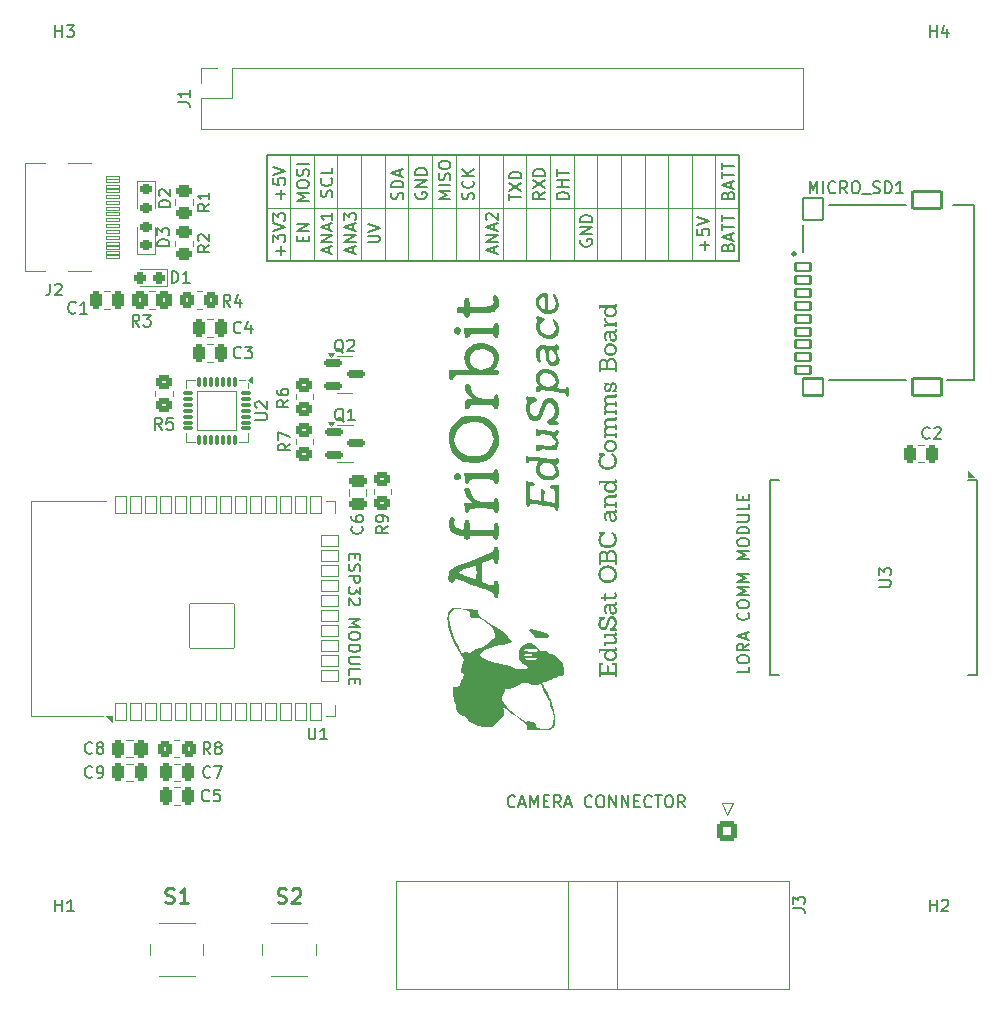
<source format=gto>
%TF.GenerationSoftware,KiCad,Pcbnew,8.0.6*%
%TF.CreationDate,2024-11-27T19:30:55+03:00*%
%TF.ProjectId,OBCv1,4f424376-312e-46b6-9963-61645f706362,rev?*%
%TF.SameCoordinates,Original*%
%TF.FileFunction,Legend,Top*%
%TF.FilePolarity,Positive*%
%FSLAX46Y46*%
G04 Gerber Fmt 4.6, Leading zero omitted, Abs format (unit mm)*
G04 Created by KiCad (PCBNEW 8.0.6) date 2024-11-27 19:30:55*
%MOMM*%
%LPD*%
G01*
G04 APERTURE LIST*
G04 Aperture macros list*
%AMRoundRect*
0 Rectangle with rounded corners*
0 $1 Rounding radius*
0 $2 $3 $4 $5 $6 $7 $8 $9 X,Y pos of 4 corners*
0 Add a 4 corners polygon primitive as box body*
4,1,4,$2,$3,$4,$5,$6,$7,$8,$9,$2,$3,0*
0 Add four circle primitives for the rounded corners*
1,1,$1+$1,$2,$3*
1,1,$1+$1,$4,$5*
1,1,$1+$1,$6,$7*
1,1,$1+$1,$8,$9*
0 Add four rect primitives between the rounded corners*
20,1,$1+$1,$2,$3,$4,$5,0*
20,1,$1+$1,$4,$5,$6,$7,0*
20,1,$1+$1,$6,$7,$8,$9,0*
20,1,$1+$1,$8,$9,$2,$3,0*%
G04 Aperture macros list end*
%ADD10C,0.100000*%
%ADD11C,0.200000*%
%ADD12C,0.150000*%
%ADD13C,0.300000*%
%ADD14C,0.254000*%
%ADD15C,0.120000*%
%ADD16C,0.203200*%
%ADD17C,0.000000*%
%ADD18RoundRect,0.250000X0.250000X0.475000X-0.250000X0.475000X-0.250000X-0.475000X0.250000X-0.475000X0*%
%ADD19C,0.752000*%
%ADD20RoundRect,0.051000X-0.575000X0.150000X-0.575000X-0.150000X0.575000X-0.150000X0.575000X0.150000X0*%
%ADD21O,2.202000X1.102000*%
%ADD22O,1.702000X1.102000*%
%ADD23R,1.700000X1.700000*%
%ADD24O,1.700000X1.700000*%
%ADD25RoundRect,0.271250X-0.379750X-0.479750X0.379750X-0.479750X0.379750X0.479750X-0.379750X0.479750X0*%
%ADD26RoundRect,0.250000X-0.250000X-0.475000X0.250000X-0.475000X0.250000X0.475000X-0.250000X0.475000X0*%
%ADD27R,1.550000X1.000000*%
%ADD28C,3.200000*%
%ADD29RoundRect,0.150000X-0.587500X-0.150000X0.587500X-0.150000X0.587500X0.150000X-0.587500X0.150000X0*%
%ADD30RoundRect,0.250000X-0.450000X0.262500X-0.450000X-0.262500X0.450000X-0.262500X0.450000X0.262500X0*%
%ADD31RoundRect,0.218750X0.256250X-0.218750X0.256250X0.218750X-0.256250X0.218750X-0.256250X-0.218750X0*%
%ADD32C,0.999997*%
%ADD33RoundRect,0.102000X0.650000X-0.350000X0.650000X0.350000X-0.650000X0.350000X-0.650000X-0.350000X0*%
%ADD34RoundRect,0.102000X0.825500X-0.723900X0.825500X0.723900X-0.825500X0.723900X-0.825500X-0.723900X0*%
%ADD35RoundRect,0.102000X1.219200X-0.723900X1.219200X0.723900X-1.219200X0.723900X-1.219200X-0.723900X0*%
%ADD36RoundRect,0.102000X0.825500X-0.927100X0.825500X0.927100X-0.825500X0.927100X-0.825500X-0.927100X0*%
%ADD37RoundRect,0.250000X-0.600000X0.600000X-0.600000X-0.600000X0.600000X-0.600000X0.600000X0.600000X0*%
%ADD38C,1.700000*%
%ADD39RoundRect,0.250000X0.450000X-0.350000X0.450000X0.350000X-0.450000X0.350000X-0.450000X-0.350000X0*%
%ADD40RoundRect,0.250000X-0.475000X0.250000X-0.475000X-0.250000X0.475000X-0.250000X0.475000X0.250000X0*%
%ADD41RoundRect,0.088000X-0.088000X0.363000X-0.088000X-0.363000X0.088000X-0.363000X0.088000X0.363000X0*%
%ADD42RoundRect,0.088000X-0.363000X0.088000X-0.363000X-0.088000X0.363000X-0.088000X0.363000X0.088000X0*%
%ADD43RoundRect,0.051000X-1.675000X1.675000X-1.675000X-1.675000X1.675000X-1.675000X1.675000X1.675000X0*%
%ADD44RoundRect,0.250000X-0.450000X0.350000X-0.450000X-0.350000X0.450000X-0.350000X0.450000X0.350000X0*%
%ADD45RoundRect,0.275500X0.275500X0.500500X-0.275500X0.500500X-0.275500X-0.500500X0.275500X-0.500500X0*%
%ADD46RoundRect,0.250000X-0.350000X-0.450000X0.350000X-0.450000X0.350000X0.450000X-0.350000X0.450000X0*%
%ADD47RoundRect,0.250000X0.350000X0.450000X-0.350000X0.450000X-0.350000X-0.450000X0.350000X-0.450000X0*%
%ADD48R,1.500000X2.000000*%
%ADD49RoundRect,0.051000X0.450000X-0.750000X0.450000X0.750000X-0.450000X0.750000X-0.450000X-0.750000X0*%
%ADD50RoundRect,0.051000X0.750000X0.450000X-0.750000X0.450000X-0.750000X-0.450000X0.750000X-0.450000X0*%
%ADD51C,0.702000*%
%ADD52RoundRect,0.051000X1.900000X-1.900000X1.900000X1.900000X-1.900000X1.900000X-1.900000X-1.900000X0*%
%ADD53RoundRect,0.244250X0.244250X0.281750X-0.244250X0.281750X-0.244250X-0.281750X0.244250X-0.281750X0*%
%ADD54RoundRect,0.250000X0.450000X-0.262500X0.450000X0.262500X-0.450000X0.262500X-0.450000X-0.262500X0*%
%ADD55RoundRect,0.218750X-0.256250X0.218750X-0.256250X-0.218750X0.256250X-0.218750X0.256250X0.218750X0*%
G04 APERTURE END LIST*
D10*
X89170259Y-55935491D02*
X89170259Y-64935491D01*
X77170259Y-55935491D02*
X77170259Y-64935491D01*
X105170259Y-55935491D02*
X105170259Y-64935491D01*
X87170259Y-64935491D02*
X87170259Y-55935491D01*
X75170259Y-64935491D02*
X75170259Y-55935491D01*
X109170259Y-55935491D02*
X109170259Y-64935491D01*
X99170259Y-64935491D02*
X99170259Y-55935491D01*
X95170259Y-64935491D02*
X95170259Y-55935491D01*
X103170259Y-64935491D02*
X103170259Y-55935491D01*
X97170259Y-55935491D02*
X97170259Y-64935491D01*
X73170259Y-55935491D02*
X73170259Y-64935491D01*
X83170259Y-64935491D02*
X83170259Y-55935491D01*
X93170259Y-55935491D02*
X93170259Y-64935491D01*
X107170259Y-64935491D02*
X107170259Y-55935491D01*
X101170259Y-55935491D02*
X101170259Y-64935491D01*
X81170259Y-55935491D02*
X81170259Y-64935491D01*
X91170259Y-64935491D02*
X91170259Y-55935491D01*
X85170259Y-55935491D02*
X85170259Y-64935491D01*
X71170259Y-60435491D02*
X111170259Y-60435491D01*
X79170259Y-64935491D02*
X79170259Y-55935491D01*
D11*
X71170259Y-55935491D02*
X111170259Y-55935491D01*
X111170259Y-64935491D01*
X71170259Y-64935491D01*
X71170259Y-55935491D01*
X90451763Y-64213436D02*
X90451763Y-63737246D01*
X90737478Y-64308674D02*
X89737478Y-63975341D01*
X89737478Y-63975341D02*
X90737478Y-63642008D01*
X90737478Y-63308674D02*
X89737478Y-63308674D01*
X89737478Y-63308674D02*
X90737478Y-62737246D01*
X90737478Y-62737246D02*
X89737478Y-62737246D01*
X90451763Y-62308674D02*
X90451763Y-61832484D01*
X90737478Y-62403912D02*
X89737478Y-62070579D01*
X89737478Y-62070579D02*
X90737478Y-61737246D01*
X89832716Y-61451531D02*
X89785097Y-61403912D01*
X89785097Y-61403912D02*
X89737478Y-61308674D01*
X89737478Y-61308674D02*
X89737478Y-61070579D01*
X89737478Y-61070579D02*
X89785097Y-60975341D01*
X89785097Y-60975341D02*
X89832716Y-60927722D01*
X89832716Y-60927722D02*
X89927954Y-60880103D01*
X89927954Y-60880103D02*
X90023192Y-60880103D01*
X90023192Y-60880103D02*
X90166049Y-60927722D01*
X90166049Y-60927722D02*
X90737478Y-61499150D01*
X90737478Y-61499150D02*
X90737478Y-60880103D01*
X76451763Y-64213436D02*
X76451763Y-63737246D01*
X76737478Y-64308674D02*
X75737478Y-63975341D01*
X75737478Y-63975341D02*
X76737478Y-63642008D01*
X76737478Y-63308674D02*
X75737478Y-63308674D01*
X75737478Y-63308674D02*
X76737478Y-62737246D01*
X76737478Y-62737246D02*
X75737478Y-62737246D01*
X76451763Y-62308674D02*
X76451763Y-61832484D01*
X76737478Y-62403912D02*
X75737478Y-62070579D01*
X75737478Y-62070579D02*
X76737478Y-61737246D01*
X76737478Y-60880103D02*
X76737478Y-61451531D01*
X76737478Y-61165817D02*
X75737478Y-61165817D01*
X75737478Y-61165817D02*
X75880335Y-61261055D01*
X75880335Y-61261055D02*
X75975573Y-61356293D01*
X75975573Y-61356293D02*
X76023192Y-61451531D01*
X97785097Y-63142008D02*
X97737478Y-63237246D01*
X97737478Y-63237246D02*
X97737478Y-63380103D01*
X97737478Y-63380103D02*
X97785097Y-63522960D01*
X97785097Y-63522960D02*
X97880335Y-63618198D01*
X97880335Y-63618198D02*
X97975573Y-63665817D01*
X97975573Y-63665817D02*
X98166049Y-63713436D01*
X98166049Y-63713436D02*
X98308906Y-63713436D01*
X98308906Y-63713436D02*
X98499382Y-63665817D01*
X98499382Y-63665817D02*
X98594620Y-63618198D01*
X98594620Y-63618198D02*
X98689859Y-63522960D01*
X98689859Y-63522960D02*
X98737478Y-63380103D01*
X98737478Y-63380103D02*
X98737478Y-63284865D01*
X98737478Y-63284865D02*
X98689859Y-63142008D01*
X98689859Y-63142008D02*
X98642239Y-63094389D01*
X98642239Y-63094389D02*
X98308906Y-63094389D01*
X98308906Y-63094389D02*
X98308906Y-63284865D01*
X98737478Y-62665817D02*
X97737478Y-62665817D01*
X97737478Y-62665817D02*
X98737478Y-62094389D01*
X98737478Y-62094389D02*
X97737478Y-62094389D01*
X98737478Y-61618198D02*
X97737478Y-61618198D01*
X97737478Y-61618198D02*
X97737478Y-61380103D01*
X97737478Y-61380103D02*
X97785097Y-61237246D01*
X97785097Y-61237246D02*
X97880335Y-61142008D01*
X97880335Y-61142008D02*
X97975573Y-61094389D01*
X97975573Y-61094389D02*
X98166049Y-61046770D01*
X98166049Y-61046770D02*
X98308906Y-61046770D01*
X98308906Y-61046770D02*
X98499382Y-61094389D01*
X98499382Y-61094389D02*
X98594620Y-61142008D01*
X98594620Y-61142008D02*
X98689859Y-61237246D01*
X98689859Y-61237246D02*
X98737478Y-61380103D01*
X98737478Y-61380103D02*
X98737478Y-61618198D01*
X94737478Y-59094389D02*
X94261287Y-59427722D01*
X94737478Y-59665817D02*
X93737478Y-59665817D01*
X93737478Y-59665817D02*
X93737478Y-59284865D01*
X93737478Y-59284865D02*
X93785097Y-59189627D01*
X93785097Y-59189627D02*
X93832716Y-59142008D01*
X93832716Y-59142008D02*
X93927954Y-59094389D01*
X93927954Y-59094389D02*
X94070811Y-59094389D01*
X94070811Y-59094389D02*
X94166049Y-59142008D01*
X94166049Y-59142008D02*
X94213668Y-59189627D01*
X94213668Y-59189627D02*
X94261287Y-59284865D01*
X94261287Y-59284865D02*
X94261287Y-59665817D01*
X93737478Y-58761055D02*
X94737478Y-58094389D01*
X93737478Y-58094389D02*
X94737478Y-58761055D01*
X94737478Y-57713436D02*
X93737478Y-57713436D01*
X93737478Y-57713436D02*
X93737478Y-57475341D01*
X93737478Y-57475341D02*
X93785097Y-57332484D01*
X93785097Y-57332484D02*
X93880335Y-57237246D01*
X93880335Y-57237246D02*
X93975573Y-57189627D01*
X93975573Y-57189627D02*
X94166049Y-57142008D01*
X94166049Y-57142008D02*
X94308906Y-57142008D01*
X94308906Y-57142008D02*
X94499382Y-57189627D01*
X94499382Y-57189627D02*
X94594620Y-57237246D01*
X94594620Y-57237246D02*
X94689859Y-57332484D01*
X94689859Y-57332484D02*
X94737478Y-57475341D01*
X94737478Y-57475341D02*
X94737478Y-57713436D01*
X110213668Y-63732484D02*
X110261287Y-63589627D01*
X110261287Y-63589627D02*
X110308906Y-63542008D01*
X110308906Y-63542008D02*
X110404144Y-63494389D01*
X110404144Y-63494389D02*
X110547001Y-63494389D01*
X110547001Y-63494389D02*
X110642239Y-63542008D01*
X110642239Y-63542008D02*
X110689859Y-63589627D01*
X110689859Y-63589627D02*
X110737478Y-63684865D01*
X110737478Y-63684865D02*
X110737478Y-64065817D01*
X110737478Y-64065817D02*
X109737478Y-64065817D01*
X109737478Y-64065817D02*
X109737478Y-63732484D01*
X109737478Y-63732484D02*
X109785097Y-63637246D01*
X109785097Y-63637246D02*
X109832716Y-63589627D01*
X109832716Y-63589627D02*
X109927954Y-63542008D01*
X109927954Y-63542008D02*
X110023192Y-63542008D01*
X110023192Y-63542008D02*
X110118430Y-63589627D01*
X110118430Y-63589627D02*
X110166049Y-63637246D01*
X110166049Y-63637246D02*
X110213668Y-63732484D01*
X110213668Y-63732484D02*
X110213668Y-64065817D01*
X110451763Y-63113436D02*
X110451763Y-62637246D01*
X110737478Y-63208674D02*
X109737478Y-62875341D01*
X109737478Y-62875341D02*
X110737478Y-62542008D01*
X109737478Y-62351531D02*
X109737478Y-61780103D01*
X110737478Y-62065817D02*
X109737478Y-62065817D01*
X109737478Y-61589626D02*
X109737478Y-61018198D01*
X110737478Y-61303912D02*
X109737478Y-61303912D01*
X82689859Y-59713436D02*
X82737478Y-59570579D01*
X82737478Y-59570579D02*
X82737478Y-59332484D01*
X82737478Y-59332484D02*
X82689859Y-59237246D01*
X82689859Y-59237246D02*
X82642239Y-59189627D01*
X82642239Y-59189627D02*
X82547001Y-59142008D01*
X82547001Y-59142008D02*
X82451763Y-59142008D01*
X82451763Y-59142008D02*
X82356525Y-59189627D01*
X82356525Y-59189627D02*
X82308906Y-59237246D01*
X82308906Y-59237246D02*
X82261287Y-59332484D01*
X82261287Y-59332484D02*
X82213668Y-59522960D01*
X82213668Y-59522960D02*
X82166049Y-59618198D01*
X82166049Y-59618198D02*
X82118430Y-59665817D01*
X82118430Y-59665817D02*
X82023192Y-59713436D01*
X82023192Y-59713436D02*
X81927954Y-59713436D01*
X81927954Y-59713436D02*
X81832716Y-59665817D01*
X81832716Y-59665817D02*
X81785097Y-59618198D01*
X81785097Y-59618198D02*
X81737478Y-59522960D01*
X81737478Y-59522960D02*
X81737478Y-59284865D01*
X81737478Y-59284865D02*
X81785097Y-59142008D01*
X82737478Y-58713436D02*
X81737478Y-58713436D01*
X81737478Y-58713436D02*
X81737478Y-58475341D01*
X81737478Y-58475341D02*
X81785097Y-58332484D01*
X81785097Y-58332484D02*
X81880335Y-58237246D01*
X81880335Y-58237246D02*
X81975573Y-58189627D01*
X81975573Y-58189627D02*
X82166049Y-58142008D01*
X82166049Y-58142008D02*
X82308906Y-58142008D01*
X82308906Y-58142008D02*
X82499382Y-58189627D01*
X82499382Y-58189627D02*
X82594620Y-58237246D01*
X82594620Y-58237246D02*
X82689859Y-58332484D01*
X82689859Y-58332484D02*
X82737478Y-58475341D01*
X82737478Y-58475341D02*
X82737478Y-58713436D01*
X82451763Y-57761055D02*
X82451763Y-57284865D01*
X82737478Y-57856293D02*
X81737478Y-57522960D01*
X81737478Y-57522960D02*
X82737478Y-57189627D01*
X108256525Y-63965817D02*
X108256525Y-63203913D01*
X108637478Y-63584865D02*
X107875573Y-63584865D01*
X107637478Y-62251532D02*
X107637478Y-62727722D01*
X107637478Y-62727722D02*
X108113668Y-62775341D01*
X108113668Y-62775341D02*
X108066049Y-62727722D01*
X108066049Y-62727722D02*
X108018430Y-62632484D01*
X108018430Y-62632484D02*
X108018430Y-62394389D01*
X108018430Y-62394389D02*
X108066049Y-62299151D01*
X108066049Y-62299151D02*
X108113668Y-62251532D01*
X108113668Y-62251532D02*
X108208906Y-62203913D01*
X108208906Y-62203913D02*
X108447001Y-62203913D01*
X108447001Y-62203913D02*
X108542239Y-62251532D01*
X108542239Y-62251532D02*
X108589859Y-62299151D01*
X108589859Y-62299151D02*
X108637478Y-62394389D01*
X108637478Y-62394389D02*
X108637478Y-62632484D01*
X108637478Y-62632484D02*
X108589859Y-62727722D01*
X108589859Y-62727722D02*
X108542239Y-62775341D01*
X107637478Y-61918198D02*
X108637478Y-61584865D01*
X108637478Y-61584865D02*
X107637478Y-61251532D01*
D12*
X78639249Y-89735491D02*
X78639249Y-90068824D01*
X78115439Y-90211681D02*
X78115439Y-89735491D01*
X78115439Y-89735491D02*
X79115439Y-89735491D01*
X79115439Y-89735491D02*
X79115439Y-90211681D01*
X78163059Y-90592634D02*
X78115439Y-90735491D01*
X78115439Y-90735491D02*
X78115439Y-90973586D01*
X78115439Y-90973586D02*
X78163059Y-91068824D01*
X78163059Y-91068824D02*
X78210678Y-91116443D01*
X78210678Y-91116443D02*
X78305916Y-91164062D01*
X78305916Y-91164062D02*
X78401154Y-91164062D01*
X78401154Y-91164062D02*
X78496392Y-91116443D01*
X78496392Y-91116443D02*
X78544011Y-91068824D01*
X78544011Y-91068824D02*
X78591630Y-90973586D01*
X78591630Y-90973586D02*
X78639249Y-90783110D01*
X78639249Y-90783110D02*
X78686868Y-90687872D01*
X78686868Y-90687872D02*
X78734487Y-90640253D01*
X78734487Y-90640253D02*
X78829725Y-90592634D01*
X78829725Y-90592634D02*
X78924963Y-90592634D01*
X78924963Y-90592634D02*
X79020201Y-90640253D01*
X79020201Y-90640253D02*
X79067820Y-90687872D01*
X79067820Y-90687872D02*
X79115439Y-90783110D01*
X79115439Y-90783110D02*
X79115439Y-91021205D01*
X79115439Y-91021205D02*
X79067820Y-91164062D01*
X78115439Y-91592634D02*
X79115439Y-91592634D01*
X79115439Y-91592634D02*
X79115439Y-91973586D01*
X79115439Y-91973586D02*
X79067820Y-92068824D01*
X79067820Y-92068824D02*
X79020201Y-92116443D01*
X79020201Y-92116443D02*
X78924963Y-92164062D01*
X78924963Y-92164062D02*
X78782106Y-92164062D01*
X78782106Y-92164062D02*
X78686868Y-92116443D01*
X78686868Y-92116443D02*
X78639249Y-92068824D01*
X78639249Y-92068824D02*
X78591630Y-91973586D01*
X78591630Y-91973586D02*
X78591630Y-91592634D01*
X79115439Y-92497396D02*
X79115439Y-93116443D01*
X79115439Y-93116443D02*
X78734487Y-92783110D01*
X78734487Y-92783110D02*
X78734487Y-92925967D01*
X78734487Y-92925967D02*
X78686868Y-93021205D01*
X78686868Y-93021205D02*
X78639249Y-93068824D01*
X78639249Y-93068824D02*
X78544011Y-93116443D01*
X78544011Y-93116443D02*
X78305916Y-93116443D01*
X78305916Y-93116443D02*
X78210678Y-93068824D01*
X78210678Y-93068824D02*
X78163059Y-93021205D01*
X78163059Y-93021205D02*
X78115439Y-92925967D01*
X78115439Y-92925967D02*
X78115439Y-92640253D01*
X78115439Y-92640253D02*
X78163059Y-92545015D01*
X78163059Y-92545015D02*
X78210678Y-92497396D01*
X79020201Y-93497396D02*
X79067820Y-93545015D01*
X79067820Y-93545015D02*
X79115439Y-93640253D01*
X79115439Y-93640253D02*
X79115439Y-93878348D01*
X79115439Y-93878348D02*
X79067820Y-93973586D01*
X79067820Y-93973586D02*
X79020201Y-94021205D01*
X79020201Y-94021205D02*
X78924963Y-94068824D01*
X78924963Y-94068824D02*
X78829725Y-94068824D01*
X78829725Y-94068824D02*
X78686868Y-94021205D01*
X78686868Y-94021205D02*
X78115439Y-93449777D01*
X78115439Y-93449777D02*
X78115439Y-94068824D01*
X78115439Y-95259301D02*
X79115439Y-95259301D01*
X79115439Y-95259301D02*
X78401154Y-95592634D01*
X78401154Y-95592634D02*
X79115439Y-95925967D01*
X79115439Y-95925967D02*
X78115439Y-95925967D01*
X79115439Y-96592634D02*
X79115439Y-96783110D01*
X79115439Y-96783110D02*
X79067820Y-96878348D01*
X79067820Y-96878348D02*
X78972582Y-96973586D01*
X78972582Y-96973586D02*
X78782106Y-97021205D01*
X78782106Y-97021205D02*
X78448773Y-97021205D01*
X78448773Y-97021205D02*
X78258297Y-96973586D01*
X78258297Y-96973586D02*
X78163059Y-96878348D01*
X78163059Y-96878348D02*
X78115439Y-96783110D01*
X78115439Y-96783110D02*
X78115439Y-96592634D01*
X78115439Y-96592634D02*
X78163059Y-96497396D01*
X78163059Y-96497396D02*
X78258297Y-96402158D01*
X78258297Y-96402158D02*
X78448773Y-96354539D01*
X78448773Y-96354539D02*
X78782106Y-96354539D01*
X78782106Y-96354539D02*
X78972582Y-96402158D01*
X78972582Y-96402158D02*
X79067820Y-96497396D01*
X79067820Y-96497396D02*
X79115439Y-96592634D01*
X78115439Y-97449777D02*
X79115439Y-97449777D01*
X79115439Y-97449777D02*
X79115439Y-97687872D01*
X79115439Y-97687872D02*
X79067820Y-97830729D01*
X79067820Y-97830729D02*
X78972582Y-97925967D01*
X78972582Y-97925967D02*
X78877344Y-97973586D01*
X78877344Y-97973586D02*
X78686868Y-98021205D01*
X78686868Y-98021205D02*
X78544011Y-98021205D01*
X78544011Y-98021205D02*
X78353535Y-97973586D01*
X78353535Y-97973586D02*
X78258297Y-97925967D01*
X78258297Y-97925967D02*
X78163059Y-97830729D01*
X78163059Y-97830729D02*
X78115439Y-97687872D01*
X78115439Y-97687872D02*
X78115439Y-97449777D01*
X79115439Y-98449777D02*
X78305916Y-98449777D01*
X78305916Y-98449777D02*
X78210678Y-98497396D01*
X78210678Y-98497396D02*
X78163059Y-98545015D01*
X78163059Y-98545015D02*
X78115439Y-98640253D01*
X78115439Y-98640253D02*
X78115439Y-98830729D01*
X78115439Y-98830729D02*
X78163059Y-98925967D01*
X78163059Y-98925967D02*
X78210678Y-98973586D01*
X78210678Y-98973586D02*
X78305916Y-99021205D01*
X78305916Y-99021205D02*
X79115439Y-99021205D01*
X78115439Y-99973586D02*
X78115439Y-99497396D01*
X78115439Y-99497396D02*
X79115439Y-99497396D01*
X78639249Y-100306920D02*
X78639249Y-100640253D01*
X78115439Y-100783110D02*
X78115439Y-100306920D01*
X78115439Y-100306920D02*
X79115439Y-100306920D01*
X79115439Y-100306920D02*
X79115439Y-100783110D01*
D11*
X86737478Y-59665817D02*
X85737478Y-59665817D01*
X85737478Y-59665817D02*
X86451763Y-59332484D01*
X86451763Y-59332484D02*
X85737478Y-58999151D01*
X85737478Y-58999151D02*
X86737478Y-58999151D01*
X86737478Y-58522960D02*
X85737478Y-58522960D01*
X86689859Y-58094389D02*
X86737478Y-57951532D01*
X86737478Y-57951532D02*
X86737478Y-57713437D01*
X86737478Y-57713437D02*
X86689859Y-57618199D01*
X86689859Y-57618199D02*
X86642239Y-57570580D01*
X86642239Y-57570580D02*
X86547001Y-57522961D01*
X86547001Y-57522961D02*
X86451763Y-57522961D01*
X86451763Y-57522961D02*
X86356525Y-57570580D01*
X86356525Y-57570580D02*
X86308906Y-57618199D01*
X86308906Y-57618199D02*
X86261287Y-57713437D01*
X86261287Y-57713437D02*
X86213668Y-57903913D01*
X86213668Y-57903913D02*
X86166049Y-57999151D01*
X86166049Y-57999151D02*
X86118430Y-58046770D01*
X86118430Y-58046770D02*
X86023192Y-58094389D01*
X86023192Y-58094389D02*
X85927954Y-58094389D01*
X85927954Y-58094389D02*
X85832716Y-58046770D01*
X85832716Y-58046770D02*
X85785097Y-57999151D01*
X85785097Y-57999151D02*
X85737478Y-57903913D01*
X85737478Y-57903913D02*
X85737478Y-57665818D01*
X85737478Y-57665818D02*
X85785097Y-57522961D01*
X85737478Y-56903913D02*
X85737478Y-56713437D01*
X85737478Y-56713437D02*
X85785097Y-56618199D01*
X85785097Y-56618199D02*
X85880335Y-56522961D01*
X85880335Y-56522961D02*
X86070811Y-56475342D01*
X86070811Y-56475342D02*
X86404144Y-56475342D01*
X86404144Y-56475342D02*
X86594620Y-56522961D01*
X86594620Y-56522961D02*
X86689859Y-56618199D01*
X86689859Y-56618199D02*
X86737478Y-56713437D01*
X86737478Y-56713437D02*
X86737478Y-56903913D01*
X86737478Y-56903913D02*
X86689859Y-56999151D01*
X86689859Y-56999151D02*
X86594620Y-57094389D01*
X86594620Y-57094389D02*
X86404144Y-57142008D01*
X86404144Y-57142008D02*
X86070811Y-57142008D01*
X86070811Y-57142008D02*
X85880335Y-57094389D01*
X85880335Y-57094389D02*
X85785097Y-56999151D01*
X85785097Y-56999151D02*
X85737478Y-56903913D01*
X78451763Y-64213436D02*
X78451763Y-63737246D01*
X78737478Y-64308674D02*
X77737478Y-63975341D01*
X77737478Y-63975341D02*
X78737478Y-63642008D01*
X78737478Y-63308674D02*
X77737478Y-63308674D01*
X77737478Y-63308674D02*
X78737478Y-62737246D01*
X78737478Y-62737246D02*
X77737478Y-62737246D01*
X78451763Y-62308674D02*
X78451763Y-61832484D01*
X78737478Y-62403912D02*
X77737478Y-62070579D01*
X77737478Y-62070579D02*
X78737478Y-61737246D01*
X77737478Y-61499150D02*
X77737478Y-60880103D01*
X77737478Y-60880103D02*
X78118430Y-61213436D01*
X78118430Y-61213436D02*
X78118430Y-61070579D01*
X78118430Y-61070579D02*
X78166049Y-60975341D01*
X78166049Y-60975341D02*
X78213668Y-60927722D01*
X78213668Y-60927722D02*
X78308906Y-60880103D01*
X78308906Y-60880103D02*
X78547001Y-60880103D01*
X78547001Y-60880103D02*
X78642239Y-60927722D01*
X78642239Y-60927722D02*
X78689859Y-60975341D01*
X78689859Y-60975341D02*
X78737478Y-61070579D01*
X78737478Y-61070579D02*
X78737478Y-61356293D01*
X78737478Y-61356293D02*
X78689859Y-61451531D01*
X78689859Y-61451531D02*
X78642239Y-61499150D01*
X74213668Y-63265817D02*
X74213668Y-62932484D01*
X74737478Y-62789627D02*
X74737478Y-63265817D01*
X74737478Y-63265817D02*
X73737478Y-63265817D01*
X73737478Y-63265817D02*
X73737478Y-62789627D01*
X74737478Y-62361055D02*
X73737478Y-62361055D01*
X73737478Y-62361055D02*
X74737478Y-61789627D01*
X74737478Y-61789627D02*
X73737478Y-61789627D01*
D12*
X92189306Y-111095071D02*
X92141687Y-111142691D01*
X92141687Y-111142691D02*
X91998830Y-111190310D01*
X91998830Y-111190310D02*
X91903592Y-111190310D01*
X91903592Y-111190310D02*
X91760735Y-111142691D01*
X91760735Y-111142691D02*
X91665497Y-111047452D01*
X91665497Y-111047452D02*
X91617878Y-110952214D01*
X91617878Y-110952214D02*
X91570259Y-110761738D01*
X91570259Y-110761738D02*
X91570259Y-110618881D01*
X91570259Y-110618881D02*
X91617878Y-110428405D01*
X91617878Y-110428405D02*
X91665497Y-110333167D01*
X91665497Y-110333167D02*
X91760735Y-110237929D01*
X91760735Y-110237929D02*
X91903592Y-110190310D01*
X91903592Y-110190310D02*
X91998830Y-110190310D01*
X91998830Y-110190310D02*
X92141687Y-110237929D01*
X92141687Y-110237929D02*
X92189306Y-110285548D01*
X92570259Y-110904595D02*
X93046449Y-110904595D01*
X92475021Y-111190310D02*
X92808354Y-110190310D01*
X92808354Y-110190310D02*
X93141687Y-111190310D01*
X93475021Y-111190310D02*
X93475021Y-110190310D01*
X93475021Y-110190310D02*
X93808354Y-110904595D01*
X93808354Y-110904595D02*
X94141687Y-110190310D01*
X94141687Y-110190310D02*
X94141687Y-111190310D01*
X94617878Y-110666500D02*
X94951211Y-110666500D01*
X95094068Y-111190310D02*
X94617878Y-111190310D01*
X94617878Y-111190310D02*
X94617878Y-110190310D01*
X94617878Y-110190310D02*
X95094068Y-110190310D01*
X96094068Y-111190310D02*
X95760735Y-110714119D01*
X95522640Y-111190310D02*
X95522640Y-110190310D01*
X95522640Y-110190310D02*
X95903592Y-110190310D01*
X95903592Y-110190310D02*
X95998830Y-110237929D01*
X95998830Y-110237929D02*
X96046449Y-110285548D01*
X96046449Y-110285548D02*
X96094068Y-110380786D01*
X96094068Y-110380786D02*
X96094068Y-110523643D01*
X96094068Y-110523643D02*
X96046449Y-110618881D01*
X96046449Y-110618881D02*
X95998830Y-110666500D01*
X95998830Y-110666500D02*
X95903592Y-110714119D01*
X95903592Y-110714119D02*
X95522640Y-110714119D01*
X96475021Y-110904595D02*
X96951211Y-110904595D01*
X96379783Y-111190310D02*
X96713116Y-110190310D01*
X96713116Y-110190310D02*
X97046449Y-111190310D01*
X98713116Y-111095071D02*
X98665497Y-111142691D01*
X98665497Y-111142691D02*
X98522640Y-111190310D01*
X98522640Y-111190310D02*
X98427402Y-111190310D01*
X98427402Y-111190310D02*
X98284545Y-111142691D01*
X98284545Y-111142691D02*
X98189307Y-111047452D01*
X98189307Y-111047452D02*
X98141688Y-110952214D01*
X98141688Y-110952214D02*
X98094069Y-110761738D01*
X98094069Y-110761738D02*
X98094069Y-110618881D01*
X98094069Y-110618881D02*
X98141688Y-110428405D01*
X98141688Y-110428405D02*
X98189307Y-110333167D01*
X98189307Y-110333167D02*
X98284545Y-110237929D01*
X98284545Y-110237929D02*
X98427402Y-110190310D01*
X98427402Y-110190310D02*
X98522640Y-110190310D01*
X98522640Y-110190310D02*
X98665497Y-110237929D01*
X98665497Y-110237929D02*
X98713116Y-110285548D01*
X99332164Y-110190310D02*
X99522640Y-110190310D01*
X99522640Y-110190310D02*
X99617878Y-110237929D01*
X99617878Y-110237929D02*
X99713116Y-110333167D01*
X99713116Y-110333167D02*
X99760735Y-110523643D01*
X99760735Y-110523643D02*
X99760735Y-110856976D01*
X99760735Y-110856976D02*
X99713116Y-111047452D01*
X99713116Y-111047452D02*
X99617878Y-111142691D01*
X99617878Y-111142691D02*
X99522640Y-111190310D01*
X99522640Y-111190310D02*
X99332164Y-111190310D01*
X99332164Y-111190310D02*
X99236926Y-111142691D01*
X99236926Y-111142691D02*
X99141688Y-111047452D01*
X99141688Y-111047452D02*
X99094069Y-110856976D01*
X99094069Y-110856976D02*
X99094069Y-110523643D01*
X99094069Y-110523643D02*
X99141688Y-110333167D01*
X99141688Y-110333167D02*
X99236926Y-110237929D01*
X99236926Y-110237929D02*
X99332164Y-110190310D01*
X100189307Y-111190310D02*
X100189307Y-110190310D01*
X100189307Y-110190310D02*
X100760735Y-111190310D01*
X100760735Y-111190310D02*
X100760735Y-110190310D01*
X101236926Y-111190310D02*
X101236926Y-110190310D01*
X101236926Y-110190310D02*
X101808354Y-111190310D01*
X101808354Y-111190310D02*
X101808354Y-110190310D01*
X102284545Y-110666500D02*
X102617878Y-110666500D01*
X102760735Y-111190310D02*
X102284545Y-111190310D01*
X102284545Y-111190310D02*
X102284545Y-110190310D01*
X102284545Y-110190310D02*
X102760735Y-110190310D01*
X103760735Y-111095071D02*
X103713116Y-111142691D01*
X103713116Y-111142691D02*
X103570259Y-111190310D01*
X103570259Y-111190310D02*
X103475021Y-111190310D01*
X103475021Y-111190310D02*
X103332164Y-111142691D01*
X103332164Y-111142691D02*
X103236926Y-111047452D01*
X103236926Y-111047452D02*
X103189307Y-110952214D01*
X103189307Y-110952214D02*
X103141688Y-110761738D01*
X103141688Y-110761738D02*
X103141688Y-110618881D01*
X103141688Y-110618881D02*
X103189307Y-110428405D01*
X103189307Y-110428405D02*
X103236926Y-110333167D01*
X103236926Y-110333167D02*
X103332164Y-110237929D01*
X103332164Y-110237929D02*
X103475021Y-110190310D01*
X103475021Y-110190310D02*
X103570259Y-110190310D01*
X103570259Y-110190310D02*
X103713116Y-110237929D01*
X103713116Y-110237929D02*
X103760735Y-110285548D01*
X104046450Y-110190310D02*
X104617878Y-110190310D01*
X104332164Y-111190310D02*
X104332164Y-110190310D01*
X105141688Y-110190310D02*
X105332164Y-110190310D01*
X105332164Y-110190310D02*
X105427402Y-110237929D01*
X105427402Y-110237929D02*
X105522640Y-110333167D01*
X105522640Y-110333167D02*
X105570259Y-110523643D01*
X105570259Y-110523643D02*
X105570259Y-110856976D01*
X105570259Y-110856976D02*
X105522640Y-111047452D01*
X105522640Y-111047452D02*
X105427402Y-111142691D01*
X105427402Y-111142691D02*
X105332164Y-111190310D01*
X105332164Y-111190310D02*
X105141688Y-111190310D01*
X105141688Y-111190310D02*
X105046450Y-111142691D01*
X105046450Y-111142691D02*
X104951212Y-111047452D01*
X104951212Y-111047452D02*
X104903593Y-110856976D01*
X104903593Y-110856976D02*
X104903593Y-110523643D01*
X104903593Y-110523643D02*
X104951212Y-110333167D01*
X104951212Y-110333167D02*
X105046450Y-110237929D01*
X105046450Y-110237929D02*
X105141688Y-110190310D01*
X106570259Y-111190310D02*
X106236926Y-110714119D01*
X105998831Y-111190310D02*
X105998831Y-110190310D01*
X105998831Y-110190310D02*
X106379783Y-110190310D01*
X106379783Y-110190310D02*
X106475021Y-110237929D01*
X106475021Y-110237929D02*
X106522640Y-110285548D01*
X106522640Y-110285548D02*
X106570259Y-110380786D01*
X106570259Y-110380786D02*
X106570259Y-110523643D01*
X106570259Y-110523643D02*
X106522640Y-110618881D01*
X106522640Y-110618881D02*
X106475021Y-110666500D01*
X106475021Y-110666500D02*
X106379783Y-110714119D01*
X106379783Y-110714119D02*
X105998831Y-110714119D01*
D11*
X91737478Y-59808674D02*
X91737478Y-59237246D01*
X92737478Y-59522960D02*
X91737478Y-59522960D01*
X91737478Y-58999150D02*
X92737478Y-58332484D01*
X91737478Y-58332484D02*
X92737478Y-58999150D01*
X92737478Y-57951531D02*
X91737478Y-57951531D01*
X91737478Y-57951531D02*
X91737478Y-57713436D01*
X91737478Y-57713436D02*
X91785097Y-57570579D01*
X91785097Y-57570579D02*
X91880335Y-57475341D01*
X91880335Y-57475341D02*
X91975573Y-57427722D01*
X91975573Y-57427722D02*
X92166049Y-57380103D01*
X92166049Y-57380103D02*
X92308906Y-57380103D01*
X92308906Y-57380103D02*
X92499382Y-57427722D01*
X92499382Y-57427722D02*
X92594620Y-57475341D01*
X92594620Y-57475341D02*
X92689859Y-57570579D01*
X92689859Y-57570579D02*
X92737478Y-57713436D01*
X92737478Y-57713436D02*
X92737478Y-57951531D01*
X72356525Y-59665817D02*
X72356525Y-58903913D01*
X72737478Y-59284865D02*
X71975573Y-59284865D01*
X71737478Y-57951532D02*
X71737478Y-58427722D01*
X71737478Y-58427722D02*
X72213668Y-58475341D01*
X72213668Y-58475341D02*
X72166049Y-58427722D01*
X72166049Y-58427722D02*
X72118430Y-58332484D01*
X72118430Y-58332484D02*
X72118430Y-58094389D01*
X72118430Y-58094389D02*
X72166049Y-57999151D01*
X72166049Y-57999151D02*
X72213668Y-57951532D01*
X72213668Y-57951532D02*
X72308906Y-57903913D01*
X72308906Y-57903913D02*
X72547001Y-57903913D01*
X72547001Y-57903913D02*
X72642239Y-57951532D01*
X72642239Y-57951532D02*
X72689859Y-57999151D01*
X72689859Y-57999151D02*
X72737478Y-58094389D01*
X72737478Y-58094389D02*
X72737478Y-58332484D01*
X72737478Y-58332484D02*
X72689859Y-58427722D01*
X72689859Y-58427722D02*
X72642239Y-58475341D01*
X71737478Y-57618198D02*
X72737478Y-57284865D01*
X72737478Y-57284865D02*
X71737478Y-56951532D01*
X110213668Y-59332484D02*
X110261287Y-59189627D01*
X110261287Y-59189627D02*
X110308906Y-59142008D01*
X110308906Y-59142008D02*
X110404144Y-59094389D01*
X110404144Y-59094389D02*
X110547001Y-59094389D01*
X110547001Y-59094389D02*
X110642239Y-59142008D01*
X110642239Y-59142008D02*
X110689859Y-59189627D01*
X110689859Y-59189627D02*
X110737478Y-59284865D01*
X110737478Y-59284865D02*
X110737478Y-59665817D01*
X110737478Y-59665817D02*
X109737478Y-59665817D01*
X109737478Y-59665817D02*
X109737478Y-59332484D01*
X109737478Y-59332484D02*
X109785097Y-59237246D01*
X109785097Y-59237246D02*
X109832716Y-59189627D01*
X109832716Y-59189627D02*
X109927954Y-59142008D01*
X109927954Y-59142008D02*
X110023192Y-59142008D01*
X110023192Y-59142008D02*
X110118430Y-59189627D01*
X110118430Y-59189627D02*
X110166049Y-59237246D01*
X110166049Y-59237246D02*
X110213668Y-59332484D01*
X110213668Y-59332484D02*
X110213668Y-59665817D01*
X110451763Y-58713436D02*
X110451763Y-58237246D01*
X110737478Y-58808674D02*
X109737478Y-58475341D01*
X109737478Y-58475341D02*
X110737478Y-58142008D01*
X109737478Y-57951531D02*
X109737478Y-57380103D01*
X110737478Y-57665817D02*
X109737478Y-57665817D01*
X109737478Y-57189626D02*
X109737478Y-56618198D01*
X110737478Y-56903912D02*
X109737478Y-56903912D01*
D13*
G36*
X100815259Y-98974465D02*
G01*
X100815259Y-100095173D01*
X100778256Y-100134374D01*
X100670545Y-100134374D01*
X100633542Y-100095173D01*
X100633542Y-99946429D01*
X99458245Y-99946429D01*
X99458245Y-100095173D01*
X99421242Y-100134374D01*
X99313531Y-100134374D01*
X99276529Y-100095173D01*
X99276529Y-98974465D01*
X99313531Y-98935264D01*
X99653517Y-98935264D01*
X99692718Y-98974465D01*
X99692718Y-99088404D01*
X99653517Y-99125407D01*
X99458245Y-99125407D01*
X99458245Y-99739433D01*
X99958332Y-99739433D01*
X99958332Y-99216998D01*
X99995335Y-99178163D01*
X100103046Y-99178163D01*
X100140049Y-99216998D01*
X100140049Y-99739433D01*
X100633542Y-99739433D01*
X100633542Y-99127605D01*
X100438636Y-99127605D01*
X100401267Y-99088404D01*
X100401267Y-98974465D01*
X100438636Y-98935264D01*
X100778256Y-98935264D01*
X100815259Y-98974465D01*
G37*
G36*
X100815259Y-97683763D02*
G01*
X100815259Y-97867312D01*
X100797587Y-97939159D01*
X100792178Y-97946080D01*
X100721488Y-97971625D01*
X100714875Y-97971726D01*
X100606217Y-97962785D01*
X100671346Y-97992923D01*
X100730148Y-98043704D01*
X100761403Y-98082368D01*
X100797531Y-98146138D01*
X100820279Y-98217922D01*
X100829645Y-98297721D01*
X100829913Y-98314643D01*
X100824594Y-98392854D01*
X100808635Y-98465373D01*
X100776571Y-98542783D01*
X100730026Y-98612444D01*
X100678605Y-98665986D01*
X100618605Y-98711929D01*
X100552089Y-98748366D01*
X100479055Y-98775298D01*
X100399504Y-98792725D01*
X100313435Y-98800646D01*
X100283298Y-98801174D01*
X100209338Y-98797874D01*
X100126631Y-98785200D01*
X100050519Y-98763021D01*
X99981001Y-98731336D01*
X99918078Y-98690146D01*
X99889090Y-98665986D01*
X99838042Y-98612367D01*
X99791835Y-98542420D01*
X99760003Y-98464514D01*
X99744161Y-98391403D01*
X99738880Y-98312444D01*
X99740475Y-98291562D01*
X99909972Y-98291562D01*
X99919704Y-98369987D01*
X99948899Y-98440397D01*
X99997556Y-98502794D01*
X100009623Y-98514311D01*
X100071328Y-98558055D01*
X100144335Y-98587482D01*
X100218719Y-98601622D01*
X100280367Y-98604803D01*
X100361562Y-98599262D01*
X100434423Y-98582638D01*
X100506428Y-98550689D01*
X100555140Y-98516143D01*
X100605259Y-98462533D01*
X100641710Y-98394198D01*
X100657910Y-98316632D01*
X100658821Y-98291562D01*
X100648767Y-98211334D01*
X100618607Y-98140551D01*
X100568339Y-98079214D01*
X100555873Y-98068079D01*
X100492458Y-98025575D01*
X100418031Y-97996982D01*
X100342629Y-97983243D01*
X100280367Y-97980152D01*
X100198553Y-97985762D01*
X100126036Y-98002592D01*
X100055566Y-98034937D01*
X100008891Y-98069911D01*
X99956727Y-98129968D01*
X99923883Y-98198396D01*
X99910359Y-98275197D01*
X99909972Y-98291562D01*
X99740475Y-98291562D01*
X99744962Y-98232810D01*
X99765703Y-98155378D01*
X99801162Y-98088596D01*
X99851669Y-98029794D01*
X99915571Y-97984697D01*
X99944381Y-97972479D01*
X99887624Y-97982350D01*
X99441392Y-97982350D01*
X99441392Y-98088962D01*
X99404390Y-98128163D01*
X99313531Y-98128163D01*
X99276529Y-98088962D01*
X99276529Y-97827378D01*
X99313531Y-97790009D01*
X100650395Y-97790009D01*
X100650395Y-97683763D01*
X100687397Y-97646761D01*
X100778256Y-97646761D01*
X100815259Y-97683763D01*
G37*
G36*
X100815259Y-96412113D02*
G01*
X100815259Y-96595661D01*
X100793202Y-96669029D01*
X100721051Y-96697777D01*
X100714875Y-96697877D01*
X100643434Y-96692748D01*
X100647464Y-96686153D01*
X100718555Y-96731514D01*
X100772185Y-96792582D01*
X100808354Y-96869358D01*
X100825459Y-96947669D01*
X100829913Y-97021743D01*
X100823433Y-97104083D01*
X100803993Y-97177448D01*
X100766631Y-97249254D01*
X100726232Y-97297249D01*
X100662550Y-97346480D01*
X100588146Y-97380003D01*
X100513007Y-97396615D01*
X100451092Y-97400930D01*
X99918399Y-97400930D01*
X99918399Y-97509374D01*
X99881396Y-97546377D01*
X99790538Y-97546377D01*
X99753535Y-97509374D01*
X99753535Y-97306775D01*
X99775592Y-97233144D01*
X99847743Y-97204293D01*
X99853919Y-97204193D01*
X100408961Y-97204193D01*
X100483701Y-97197612D01*
X100555621Y-97172868D01*
X100591044Y-97148505D01*
X100634621Y-97089430D01*
X100653235Y-97016617D01*
X100654791Y-96984008D01*
X100646126Y-96905530D01*
X100620131Y-96837021D01*
X100570922Y-96772593D01*
X100545248Y-96750267D01*
X100486996Y-96715096D01*
X99918399Y-96715096D01*
X99918399Y-96817312D01*
X99881396Y-96854315D01*
X99790538Y-96854315D01*
X99753535Y-96817312D01*
X99753535Y-96555361D01*
X99790538Y-96518359D01*
X100650395Y-96518359D01*
X100650395Y-96412113D01*
X100687397Y-96372912D01*
X100778256Y-96372912D01*
X100815259Y-96412113D01*
G37*
G36*
X100815259Y-96064067D02*
G01*
X100815259Y-96182403D01*
X100778256Y-96221604D01*
X100284397Y-96221604D01*
X100245196Y-96182403D01*
X100245196Y-96049412D01*
X100284397Y-96012410D01*
X100328727Y-96012410D01*
X100399000Y-95986031D01*
X100429477Y-95965515D01*
X100487912Y-95918254D01*
X100534990Y-95870993D01*
X100577674Y-95807739D01*
X100606065Y-95744597D01*
X100626350Y-95672509D01*
X100635276Y-95595373D01*
X100635740Y-95572406D01*
X100631710Y-95497507D01*
X100617542Y-95423811D01*
X100589836Y-95355047D01*
X100571260Y-95325843D01*
X100515670Y-95272262D01*
X100446169Y-95243411D01*
X100392108Y-95237915D01*
X100318377Y-95257092D01*
X100280733Y-95287008D01*
X100235688Y-95348165D01*
X100204529Y-95417068D01*
X100179906Y-95491379D01*
X100158297Y-95567165D01*
X100150307Y-95598052D01*
X100130043Y-95673219D01*
X100107718Y-95748696D01*
X100091689Y-95799186D01*
X100065105Y-95872430D01*
X100034811Y-95941037D01*
X100012554Y-95984200D01*
X99968583Y-96047585D01*
X99912276Y-96100812D01*
X99882129Y-96121952D01*
X99815084Y-96154324D01*
X99739796Y-96171755D01*
X99685025Y-96175075D01*
X99608093Y-96168484D01*
X99537263Y-96148709D01*
X99463784Y-96109965D01*
X99406026Y-96061940D01*
X99383141Y-96037322D01*
X99336746Y-95972638D01*
X99301746Y-95899117D01*
X99278142Y-95816761D01*
X99266979Y-95739138D01*
X99264072Y-95669493D01*
X99267578Y-95582996D01*
X99278097Y-95505087D01*
X99299976Y-95422929D01*
X99331953Y-95353137D01*
X99382021Y-95287340D01*
X99407687Y-95264294D01*
X99312066Y-95267591D01*
X99274697Y-95228390D01*
X99274697Y-95110421D01*
X99311700Y-95073052D01*
X99771487Y-95073052D01*
X99808489Y-95110421D01*
X99808489Y-95243045D01*
X99771487Y-95280414D01*
X99712502Y-95280414D01*
X99640564Y-95298295D01*
X99577676Y-95342087D01*
X99545806Y-95373837D01*
X99500791Y-95440834D01*
X99474532Y-95516243D01*
X99462527Y-95595292D01*
X99460443Y-95650442D01*
X99466669Y-95729711D01*
X99487897Y-95804841D01*
X99524191Y-95867329D01*
X99581311Y-95920226D01*
X99655403Y-95947034D01*
X99685025Y-95949029D01*
X99756895Y-95933147D01*
X99804459Y-95898837D01*
X99849614Y-95840493D01*
X99883461Y-95770989D01*
X99885426Y-95765846D01*
X99909942Y-95695312D01*
X99931177Y-95624945D01*
X99942945Y-95581565D01*
X99963502Y-95505625D01*
X99985604Y-95429478D01*
X100001197Y-95378599D01*
X100026785Y-95304428D01*
X100056289Y-95234687D01*
X100078134Y-95190654D01*
X100120491Y-95125665D01*
X100174337Y-95071195D01*
X100203064Y-95049604D01*
X100272793Y-95014260D01*
X100345746Y-94997628D01*
X100392108Y-94995016D01*
X100472390Y-95001555D01*
X100546221Y-95021172D01*
X100613601Y-95053868D01*
X100674529Y-95099642D01*
X100706448Y-95131670D01*
X100754556Y-95197750D01*
X100786387Y-95264408D01*
X100809537Y-95340314D01*
X100824005Y-95425468D01*
X100829431Y-95503494D01*
X100829913Y-95536502D01*
X100826109Y-95619635D01*
X100814696Y-95696246D01*
X100792336Y-95775816D01*
X100760039Y-95846867D01*
X100750412Y-95863299D01*
X100707225Y-95928536D01*
X100659164Y-95988436D01*
X100612659Y-96028896D01*
X100778256Y-96027064D01*
X100815259Y-96064067D01*
G37*
G36*
X100815259Y-93830344D02*
G01*
X100815259Y-94013892D01*
X100793202Y-94087523D01*
X100721051Y-94116374D01*
X100714875Y-94116474D01*
X100621143Y-94109519D01*
X100677706Y-94155079D01*
X100729598Y-94210810D01*
X100770900Y-94271944D01*
X100801611Y-94338480D01*
X100821733Y-94410418D01*
X100831264Y-94487759D01*
X100832111Y-94520208D01*
X100826982Y-94594809D01*
X100808950Y-94670524D01*
X100777935Y-94737545D01*
X100750046Y-94777396D01*
X100692837Y-94830526D01*
X100624251Y-94863978D01*
X100544288Y-94877752D01*
X100526930Y-94878146D01*
X100452841Y-94870713D01*
X100379459Y-94844014D01*
X100318122Y-94797898D01*
X100268829Y-94732364D01*
X100263514Y-94722807D01*
X100230966Y-94649517D01*
X100209431Y-94578214D01*
X100193769Y-94499079D01*
X100183980Y-94412113D01*
X100180309Y-94333660D01*
X100179983Y-94300756D01*
X100179983Y-94290497D01*
X100329826Y-94290497D01*
X100331298Y-94368803D01*
X100336261Y-94442674D01*
X100342282Y-94490166D01*
X100361333Y-94561882D01*
X100394306Y-94620958D01*
X100454928Y-94665981D01*
X100502017Y-94673348D01*
X100574366Y-94653458D01*
X100614491Y-94616928D01*
X100647738Y-94551349D01*
X100658778Y-94473232D01*
X100658821Y-94467451D01*
X100650511Y-94383698D01*
X100625582Y-94306185D01*
X100584033Y-94234914D01*
X100535192Y-94178791D01*
X100485164Y-94135525D01*
X100329826Y-94135525D01*
X100329826Y-94290497D01*
X100179983Y-94290497D01*
X100179983Y-94135525D01*
X100166061Y-94135525D01*
X100080400Y-94144747D01*
X100012463Y-94172414D01*
X99955602Y-94228002D01*
X99926064Y-94295631D01*
X99914249Y-94381704D01*
X99914002Y-94397842D01*
X99916816Y-94476384D01*
X99928537Y-94552179D01*
X99937816Y-94579925D01*
X99969435Y-94647134D01*
X99976284Y-94659060D01*
X99998633Y-94694964D01*
X100000098Y-94757978D01*
X99926825Y-94816597D01*
X99877366Y-94811467D01*
X99830013Y-94755047D01*
X99795340Y-94687247D01*
X99783943Y-94659793D01*
X99760179Y-94584645D01*
X99746317Y-94510282D01*
X99739584Y-94429544D01*
X99738880Y-94391614D01*
X99742693Y-94310362D01*
X99754130Y-94237101D01*
X99781241Y-94151853D01*
X99821908Y-94080813D01*
X99876129Y-94023980D01*
X99943907Y-93981356D01*
X100025240Y-93952940D01*
X100120128Y-93938732D01*
X100172656Y-93936956D01*
X100650395Y-93936956D01*
X100650395Y-93830344D01*
X100687397Y-93793341D01*
X100778256Y-93793341D01*
X100815259Y-93830344D01*
G37*
G36*
X100688130Y-92996499D02*
G01*
X100713776Y-92985142D01*
X100744550Y-93001628D01*
X100789566Y-93066608D01*
X100817909Y-93141104D01*
X100829163Y-93216288D01*
X100829913Y-93243062D01*
X100822378Y-93320406D01*
X100796332Y-93396828D01*
X100751681Y-93463231D01*
X100734658Y-93481199D01*
X100674383Y-93526182D01*
X100600719Y-93556444D01*
X100524000Y-93570984D01*
X100459519Y-93574255D01*
X99918399Y-93574255D01*
X99918399Y-93680501D01*
X99879198Y-93721900D01*
X99792736Y-93721900D01*
X99753535Y-93680501D01*
X99753535Y-93574255D01*
X99552034Y-93574255D01*
X99511002Y-93532856D01*
X99511002Y-93414887D01*
X99552034Y-93375686D01*
X99753535Y-93375686D01*
X99753535Y-93119231D01*
X99792736Y-93078198D01*
X99879198Y-93078198D01*
X99918399Y-93119231D01*
X99918399Y-93375686D01*
X100455489Y-93375686D01*
X100529241Y-93368430D01*
X100596939Y-93339579D01*
X100606797Y-93331722D01*
X100648400Y-93268618D01*
X100656623Y-93213387D01*
X100643707Y-93138244D01*
X100619986Y-93102012D01*
X100623284Y-93047057D01*
X100688130Y-92996499D01*
G37*
G36*
X100124519Y-90714416D02*
G01*
X100206338Y-90724308D01*
X100284025Y-90740794D01*
X100357578Y-90763875D01*
X100426998Y-90793551D01*
X100492285Y-90829821D01*
X100553440Y-90872685D01*
X100610461Y-90922144D01*
X100661895Y-90976618D01*
X100716544Y-91049540D01*
X100760477Y-91127829D01*
X100793695Y-91211485D01*
X100816197Y-91300507D01*
X100826484Y-91375589D01*
X100829913Y-91454105D01*
X100826450Y-91532587D01*
X100816060Y-91607749D01*
X100798743Y-91679591D01*
X100767357Y-91764724D01*
X100725149Y-91844670D01*
X100672117Y-91919427D01*
X100621899Y-91975498D01*
X100608263Y-91988997D01*
X100550761Y-92039229D01*
X100489263Y-92082763D01*
X100423770Y-92119600D01*
X100354281Y-92149739D01*
X100280796Y-92173181D01*
X100203316Y-92189925D01*
X100121840Y-92199971D01*
X100036368Y-92203320D01*
X99950982Y-92199868D01*
X99869947Y-92189513D01*
X99793262Y-92172254D01*
X99720928Y-92148091D01*
X99652945Y-92117024D01*
X99589312Y-92079054D01*
X99530030Y-92034180D01*
X99475098Y-91982403D01*
X99425639Y-91925839D01*
X99373088Y-91851384D01*
X99330842Y-91772761D01*
X99298900Y-91689969D01*
X99277261Y-91603009D01*
X99265927Y-91511882D01*
X99264072Y-91455204D01*
X99454215Y-91455204D01*
X99459702Y-91530222D01*
X99476163Y-91602225D01*
X99503597Y-91671215D01*
X99542005Y-91737190D01*
X99591387Y-91800152D01*
X99610286Y-91820470D01*
X99673051Y-91875128D01*
X99744290Y-91918478D01*
X99824004Y-91950519D01*
X99896907Y-91968581D01*
X99975695Y-91978790D01*
X100042963Y-91981303D01*
X100126513Y-91977448D01*
X100204285Y-91965883D01*
X100276278Y-91946608D01*
X100355044Y-91913300D01*
X100425489Y-91868890D01*
X100477837Y-91823400D01*
X100531499Y-91762345D01*
X100574059Y-91697606D01*
X100605516Y-91629183D01*
X100625871Y-91557077D01*
X100635123Y-91481286D01*
X100635740Y-91455204D01*
X100630189Y-91378100D01*
X100613535Y-91304783D01*
X100585779Y-91235253D01*
X100546920Y-91169509D01*
X100496958Y-91107552D01*
X100477837Y-91087741D01*
X100414326Y-91034328D01*
X100342494Y-90991965D01*
X100262342Y-90960654D01*
X100189192Y-90943003D01*
X100110265Y-90933027D01*
X100042963Y-90930571D01*
X99959370Y-90934479D01*
X99881698Y-90946206D01*
X99809947Y-90965749D01*
X99731663Y-90999521D01*
X99661905Y-91044549D01*
X99610286Y-91090672D01*
X99557247Y-91152268D01*
X99515181Y-91216982D01*
X99484088Y-91284812D01*
X99463970Y-91355759D01*
X99454825Y-91429824D01*
X99454215Y-91455204D01*
X99264072Y-91455204D01*
X99267369Y-91379917D01*
X99280765Y-91289671D01*
X99304464Y-91203718D01*
X99338467Y-91122059D01*
X99382774Y-91044693D01*
X99437385Y-90971621D01*
X99475098Y-90929838D01*
X99530064Y-90878576D01*
X99589449Y-90834148D01*
X99653254Y-90796556D01*
X99721478Y-90765798D01*
X99794121Y-90741876D01*
X99871184Y-90724789D01*
X99952665Y-90714536D01*
X100038566Y-90711119D01*
X100124519Y-90714416D01*
G37*
G36*
X100444322Y-89383417D02*
G01*
X100522638Y-89401024D01*
X100592996Y-89431603D01*
X100655394Y-89475155D01*
X100695091Y-89514206D01*
X100741914Y-89579753D01*
X100777237Y-89657781D01*
X100798360Y-89734597D01*
X100811034Y-89820584D01*
X100815141Y-89899245D01*
X100815259Y-89915742D01*
X100815259Y-90597546D01*
X100778256Y-90636747D01*
X100670545Y-90636747D01*
X100633542Y-90597546D01*
X100633542Y-90448802D01*
X99458245Y-90448802D01*
X99458245Y-90597546D01*
X99421242Y-90636747D01*
X99313531Y-90636747D01*
X99276529Y-90597546D01*
X99276529Y-89953844D01*
X99458245Y-89953844D01*
X99458245Y-90241806D01*
X99941480Y-90241806D01*
X99941480Y-89930396D01*
X99939901Y-89917940D01*
X100104145Y-89917940D01*
X100104145Y-90241806D01*
X100633542Y-90241806D01*
X100633542Y-89930396D01*
X100629306Y-89853620D01*
X100614413Y-89778140D01*
X100585290Y-89707801D01*
X100565764Y-89677971D01*
X100510423Y-89626660D01*
X100437591Y-89596647D01*
X100356204Y-89587846D01*
X100270544Y-89599451D01*
X100202606Y-89634265D01*
X100152391Y-89692290D01*
X100119899Y-89773524D01*
X100106361Y-89858948D01*
X100104145Y-89917940D01*
X99939901Y-89917940D01*
X99931949Y-89855229D01*
X99903833Y-89782750D01*
X99881030Y-89747581D01*
X99822756Y-89697293D01*
X99749537Y-89673628D01*
X99698214Y-89669911D01*
X99620290Y-89679565D01*
X99553451Y-89712117D01*
X99515764Y-89751611D01*
X99480714Y-89818174D01*
X99461840Y-89895866D01*
X99458245Y-89953844D01*
X99276529Y-89953844D01*
X99276529Y-89917940D01*
X99280586Y-89840368D01*
X99295575Y-89758332D01*
X99321609Y-89685413D01*
X99358687Y-89621610D01*
X99391933Y-89581618D01*
X99453918Y-89528884D01*
X99524832Y-89491217D01*
X99604676Y-89468617D01*
X99681866Y-89461201D01*
X99693451Y-89461084D01*
X99771615Y-89467034D01*
X99851673Y-89489018D01*
X99919738Y-89527201D01*
X99975813Y-89581582D01*
X100008524Y-89630344D01*
X100036594Y-89557835D01*
X100084233Y-89487047D01*
X100147096Y-89433955D01*
X100225183Y-89398561D01*
X100301885Y-89382584D01*
X100370859Y-89378652D01*
X100444322Y-89383417D01*
G37*
G36*
X100411891Y-87854576D02*
G01*
X100440101Y-87839189D01*
X100477471Y-87849447D01*
X100532792Y-87882420D01*
X100590235Y-87930276D01*
X100624016Y-87963020D01*
X100674823Y-88019703D01*
X100718706Y-88081216D01*
X100724034Y-88089782D01*
X100758936Y-88158394D01*
X100785726Y-88230488D01*
X100798039Y-88271133D01*
X100814848Y-88342931D01*
X100825431Y-88417735D01*
X100829789Y-88495545D01*
X100829913Y-88511467D01*
X100826496Y-88588152D01*
X100816243Y-88661585D01*
X100793816Y-88748804D01*
X100760709Y-88830943D01*
X100716922Y-88908001D01*
X100662456Y-88979979D01*
X100611194Y-89033903D01*
X100554401Y-89082933D01*
X100493385Y-89125425D01*
X100428143Y-89161381D01*
X100358677Y-89190798D01*
X100284986Y-89213679D01*
X100207071Y-89230022D01*
X100124931Y-89239828D01*
X100038566Y-89243097D01*
X99952333Y-89239794D01*
X99870588Y-89229885D01*
X99793331Y-89213370D01*
X99720562Y-89190249D01*
X99652281Y-89160522D01*
X99588488Y-89124189D01*
X99515057Y-89069483D01*
X99474365Y-89031705D01*
X99413783Y-88963525D01*
X99363469Y-88891105D01*
X99323422Y-88814446D01*
X99293645Y-88733547D01*
X99274135Y-88648409D01*
X99264894Y-88559030D01*
X99264072Y-88522092D01*
X99267158Y-88441933D01*
X99276414Y-88368150D01*
X99296662Y-88284890D01*
X99326553Y-88211594D01*
X99366086Y-88148262D01*
X99426252Y-88085416D01*
X99461543Y-88059374D01*
X99314630Y-88061206D01*
X99276529Y-88024203D01*
X99276529Y-87905867D01*
X99313531Y-87866666D01*
X99773685Y-87866666D01*
X99812886Y-87905867D01*
X99812886Y-88038858D01*
X99773685Y-88075860D01*
X99754634Y-88075860D01*
X99678644Y-88097023D01*
X99618051Y-88142103D01*
X99568237Y-88196199D01*
X99561926Y-88204088D01*
X99517528Y-88272026D01*
X99485814Y-88347977D01*
X99468471Y-88421009D01*
X99460840Y-88500177D01*
X99460443Y-88523924D01*
X99467701Y-88606090D01*
X99489475Y-88684609D01*
X99525764Y-88759482D01*
X99568423Y-88820756D01*
X99612118Y-88869772D01*
X99673479Y-88921940D01*
X99743803Y-88963315D01*
X99823093Y-88993896D01*
X99896015Y-89011136D01*
X99975162Y-89020880D01*
X100042963Y-89023278D01*
X100127039Y-89019504D01*
X100205014Y-89008180D01*
X100276890Y-88989307D01*
X100355089Y-88956695D01*
X100424503Y-88913212D01*
X100475639Y-88868673D01*
X100527807Y-88808678D01*
X100569182Y-88744922D01*
X100599763Y-88677405D01*
X100619551Y-88606127D01*
X100628546Y-88531088D01*
X100629145Y-88505239D01*
X100625603Y-88423859D01*
X100614977Y-88349254D01*
X100593627Y-88270777D01*
X100562635Y-88201522D01*
X100528395Y-88149500D01*
X100478865Y-88091210D01*
X100424215Y-88039489D01*
X100369393Y-88000756D01*
X100352907Y-87943236D01*
X100411891Y-87854576D01*
G37*
G36*
X100815259Y-85981356D02*
G01*
X100815259Y-86164904D01*
X100793202Y-86238535D01*
X100721051Y-86267386D01*
X100714875Y-86267486D01*
X100621143Y-86260531D01*
X100677706Y-86306091D01*
X100729598Y-86361822D01*
X100770900Y-86422956D01*
X100801611Y-86489492D01*
X100821733Y-86561430D01*
X100831264Y-86638771D01*
X100832111Y-86671220D01*
X100826982Y-86745821D01*
X100808950Y-86821536D01*
X100777935Y-86888557D01*
X100750046Y-86928407D01*
X100692837Y-86981537D01*
X100624251Y-87014990D01*
X100544288Y-87028764D01*
X100526930Y-87029158D01*
X100452841Y-87021724D01*
X100379459Y-86995026D01*
X100318122Y-86948910D01*
X100268829Y-86883376D01*
X100263514Y-86873819D01*
X100230966Y-86800529D01*
X100209431Y-86729226D01*
X100193769Y-86650091D01*
X100183980Y-86563125D01*
X100180309Y-86484672D01*
X100179983Y-86451768D01*
X100179983Y-86441509D01*
X100329826Y-86441509D01*
X100331298Y-86519815D01*
X100336261Y-86593686D01*
X100342282Y-86641178D01*
X100361333Y-86712894D01*
X100394306Y-86771970D01*
X100454928Y-86816993D01*
X100502017Y-86824360D01*
X100574366Y-86804470D01*
X100614491Y-86767940D01*
X100647738Y-86702361D01*
X100658778Y-86624244D01*
X100658821Y-86618463D01*
X100650511Y-86534710D01*
X100625582Y-86457197D01*
X100584033Y-86385926D01*
X100535192Y-86329803D01*
X100485164Y-86286537D01*
X100329826Y-86286537D01*
X100329826Y-86441509D01*
X100179983Y-86441509D01*
X100179983Y-86286537D01*
X100166061Y-86286537D01*
X100080400Y-86295759D01*
X100012463Y-86323426D01*
X99955602Y-86379014D01*
X99926064Y-86446643D01*
X99914249Y-86532715D01*
X99914002Y-86548854D01*
X99916816Y-86627396D01*
X99928537Y-86703190D01*
X99937816Y-86730937D01*
X99969435Y-86798146D01*
X99976284Y-86810072D01*
X99998633Y-86845975D01*
X100000098Y-86908990D01*
X99926825Y-86967608D01*
X99877366Y-86962479D01*
X99830013Y-86906059D01*
X99795340Y-86838259D01*
X99783943Y-86810805D01*
X99760179Y-86735657D01*
X99746317Y-86661294D01*
X99739584Y-86580556D01*
X99738880Y-86542626D01*
X99742693Y-86461374D01*
X99754130Y-86388113D01*
X99781241Y-86302865D01*
X99821908Y-86231824D01*
X99876129Y-86174992D01*
X99943907Y-86132368D01*
X100025240Y-86103952D01*
X100120128Y-86089744D01*
X100172656Y-86087968D01*
X100650395Y-86087968D01*
X100650395Y-85981356D01*
X100687397Y-85944353D01*
X100778256Y-85944353D01*
X100815259Y-85981356D01*
G37*
G36*
X100815259Y-84681495D02*
G01*
X100815259Y-84881897D01*
X100793202Y-84955527D01*
X100721051Y-84984378D01*
X100714875Y-84984479D01*
X100159833Y-84984479D01*
X100085136Y-84991102D01*
X100013379Y-85016009D01*
X99978116Y-85040532D01*
X99934288Y-85099357D01*
X99915568Y-85172063D01*
X99914002Y-85204664D01*
X99922017Y-85278555D01*
X99950192Y-85351336D01*
X99998653Y-85413163D01*
X100042230Y-85448296D01*
X100084728Y-85473575D01*
X100650395Y-85473575D01*
X100650395Y-85373557D01*
X100687397Y-85334357D01*
X100778256Y-85334357D01*
X100815259Y-85373557D01*
X100815259Y-85776558D01*
X100778256Y-85815759D01*
X100687397Y-85815759D01*
X100650395Y-85776558D01*
X100650395Y-85672144D01*
X99918399Y-85672144D01*
X99918399Y-85776558D01*
X99881396Y-85815759D01*
X99790538Y-85815759D01*
X99753535Y-85776558D01*
X99753535Y-85529629D01*
X99790538Y-85490428D01*
X99928291Y-85500320D01*
X99923162Y-85506548D01*
X99860535Y-85461000D01*
X99810865Y-85406513D01*
X99774153Y-85343088D01*
X99750398Y-85270724D01*
X99739600Y-85189421D01*
X99738880Y-85160333D01*
X99745292Y-85078222D01*
X99764526Y-85005545D01*
X99801491Y-84935059D01*
X99841462Y-84888491D01*
X99904787Y-84840677D01*
X99979355Y-84808107D01*
X100055078Y-84791953D01*
X100117701Y-84787741D01*
X100650395Y-84787741D01*
X100650395Y-84681495D01*
X100687397Y-84642294D01*
X100778256Y-84642294D01*
X100815259Y-84681495D01*
G37*
G36*
X100815259Y-83449779D02*
G01*
X100815259Y-83633327D01*
X100797587Y-83705175D01*
X100792178Y-83712096D01*
X100721488Y-83737641D01*
X100714875Y-83737741D01*
X100606220Y-83728801D01*
X100671346Y-83758938D01*
X100730148Y-83809719D01*
X100761403Y-83848383D01*
X100797531Y-83912153D01*
X100820279Y-83983938D01*
X100829645Y-84063737D01*
X100829913Y-84080658D01*
X100824594Y-84158870D01*
X100808635Y-84231388D01*
X100776571Y-84308798D01*
X100730026Y-84378459D01*
X100678605Y-84432001D01*
X100618605Y-84477944D01*
X100552089Y-84514382D01*
X100479055Y-84541314D01*
X100399504Y-84558740D01*
X100313435Y-84566662D01*
X100283298Y-84567190D01*
X100209338Y-84563889D01*
X100126631Y-84551215D01*
X100050519Y-84529036D01*
X99981001Y-84497351D01*
X99918078Y-84456161D01*
X99889090Y-84432001D01*
X99838042Y-84378382D01*
X99791835Y-84308435D01*
X99760003Y-84230530D01*
X99744161Y-84157418D01*
X99738880Y-84078460D01*
X99740475Y-84057577D01*
X99909972Y-84057577D01*
X99919704Y-84136002D01*
X99948899Y-84206413D01*
X99997556Y-84268809D01*
X100009623Y-84280327D01*
X100071328Y-84324070D01*
X100144335Y-84353498D01*
X100218719Y-84367637D01*
X100280367Y-84370818D01*
X100361562Y-84365277D01*
X100434423Y-84348653D01*
X100506428Y-84316705D01*
X100555140Y-84282158D01*
X100605259Y-84228549D01*
X100641710Y-84160213D01*
X100657910Y-84082647D01*
X100658821Y-84057577D01*
X100648767Y-83977349D01*
X100618607Y-83906566D01*
X100568339Y-83845229D01*
X100555873Y-83834095D01*
X100492458Y-83791591D01*
X100418031Y-83762997D01*
X100342629Y-83749259D01*
X100280367Y-83746167D01*
X100198553Y-83751777D01*
X100126036Y-83768607D01*
X100055566Y-83800952D01*
X100008891Y-83835927D01*
X99956727Y-83895983D01*
X99923883Y-83964412D01*
X99910359Y-84041212D01*
X99909972Y-84057577D01*
X99740475Y-84057577D01*
X99744962Y-83998826D01*
X99765703Y-83921394D01*
X99801162Y-83854611D01*
X99851669Y-83795810D01*
X99915571Y-83750713D01*
X99944384Y-83738494D01*
X99887624Y-83748366D01*
X99441392Y-83748366D01*
X99441392Y-83854978D01*
X99404390Y-83894179D01*
X99313531Y-83894179D01*
X99276529Y-83854978D01*
X99276529Y-83593394D01*
X99313531Y-83556024D01*
X100650395Y-83556024D01*
X100650395Y-83449779D01*
X100687397Y-83412776D01*
X100778256Y-83412776D01*
X100815259Y-83449779D01*
G37*
G36*
X100411891Y-81216056D02*
G01*
X100440101Y-81200668D01*
X100477471Y-81210927D01*
X100532792Y-81243899D01*
X100590235Y-81291756D01*
X100624016Y-81324500D01*
X100674823Y-81381182D01*
X100718706Y-81442695D01*
X100724034Y-81451262D01*
X100758936Y-81519873D01*
X100785726Y-81591967D01*
X100798039Y-81632612D01*
X100814848Y-81704411D01*
X100825431Y-81779215D01*
X100829789Y-81857024D01*
X100829913Y-81872947D01*
X100826496Y-81949632D01*
X100816243Y-82023065D01*
X100793816Y-82110284D01*
X100760709Y-82192422D01*
X100716922Y-82269480D01*
X100662456Y-82341458D01*
X100611194Y-82395382D01*
X100554401Y-82444412D01*
X100493385Y-82486905D01*
X100428143Y-82522860D01*
X100358677Y-82552278D01*
X100284986Y-82575158D01*
X100207071Y-82591502D01*
X100124931Y-82601308D01*
X100038566Y-82604576D01*
X99952333Y-82601273D01*
X99870588Y-82591364D01*
X99793331Y-82574849D01*
X99720562Y-82551728D01*
X99652281Y-82522001D01*
X99588488Y-82485668D01*
X99515057Y-82430962D01*
X99474365Y-82393184D01*
X99413783Y-82325004D01*
X99363469Y-82252585D01*
X99323422Y-82175925D01*
X99293645Y-82095027D01*
X99274135Y-82009888D01*
X99264894Y-81920510D01*
X99264072Y-81883571D01*
X99267158Y-81803412D01*
X99276414Y-81729630D01*
X99296662Y-81646370D01*
X99326553Y-81573073D01*
X99366086Y-81509741D01*
X99426252Y-81446896D01*
X99461543Y-81420853D01*
X99314630Y-81422685D01*
X99276529Y-81385682D01*
X99276529Y-81267347D01*
X99313531Y-81228146D01*
X99773685Y-81228146D01*
X99812886Y-81267347D01*
X99812886Y-81400337D01*
X99773685Y-81437340D01*
X99754634Y-81437340D01*
X99678644Y-81458502D01*
X99618051Y-81503582D01*
X99568237Y-81557678D01*
X99561926Y-81565567D01*
X99517528Y-81633505D01*
X99485814Y-81709457D01*
X99468471Y-81782489D01*
X99460840Y-81861657D01*
X99460443Y-81885403D01*
X99467701Y-81967569D01*
X99489475Y-82046088D01*
X99525764Y-82120961D01*
X99568423Y-82182236D01*
X99612118Y-82231251D01*
X99673479Y-82283419D01*
X99743803Y-82324794D01*
X99823093Y-82355376D01*
X99896015Y-82372615D01*
X99975162Y-82382359D01*
X100042963Y-82384758D01*
X100127039Y-82380983D01*
X100205014Y-82369660D01*
X100276890Y-82350787D01*
X100355089Y-82318175D01*
X100424503Y-82274692D01*
X100475639Y-82230152D01*
X100527807Y-82170157D01*
X100569182Y-82106401D01*
X100599763Y-82038884D01*
X100619551Y-81967606D01*
X100628546Y-81892567D01*
X100629145Y-81866719D01*
X100625603Y-81785339D01*
X100614977Y-81710733D01*
X100593627Y-81632257D01*
X100562635Y-81563001D01*
X100528395Y-81510979D01*
X100478865Y-81452690D01*
X100424215Y-81400969D01*
X100369393Y-81362235D01*
X100352907Y-81304716D01*
X100411891Y-81216056D01*
G37*
G36*
X100355825Y-80060207D02*
G01*
X100439356Y-80074392D01*
X100516189Y-80099216D01*
X100586325Y-80134679D01*
X100649763Y-80180781D01*
X100678971Y-80207821D01*
X100730268Y-80267374D01*
X100770951Y-80332826D01*
X100801022Y-80404177D01*
X100820479Y-80481427D01*
X100829323Y-80564576D01*
X100829913Y-80593603D01*
X100824645Y-80678731D01*
X100808841Y-80757986D01*
X100782502Y-80831368D01*
X100745626Y-80898876D01*
X100698215Y-80960511D01*
X100680070Y-80979751D01*
X100620277Y-81031048D01*
X100553554Y-81071731D01*
X100479902Y-81101802D01*
X100399321Y-81121259D01*
X100311810Y-81130103D01*
X100281099Y-81130693D01*
X100205857Y-81126954D01*
X100122154Y-81112597D01*
X100045638Y-81087473D01*
X99976310Y-81051580D01*
X99914168Y-81004920D01*
X99885792Y-80977553D01*
X99835865Y-80917244D01*
X99796268Y-80851449D01*
X99767000Y-80780167D01*
X99748062Y-80703398D01*
X99739454Y-80621142D01*
X99738880Y-80592504D01*
X99738925Y-80591771D01*
X99909972Y-80591771D01*
X99918058Y-80666626D01*
X99946007Y-80742661D01*
X99988231Y-80804669D01*
X100012188Y-80830274D01*
X100074753Y-80878445D01*
X100147866Y-80910851D01*
X100221711Y-80926422D01*
X100282565Y-80929925D01*
X100362638Y-80923812D01*
X100434698Y-80905470D01*
X100506185Y-80870221D01*
X100554774Y-80832106D01*
X100605070Y-80773457D01*
X100638906Y-80707969D01*
X100656281Y-80635641D01*
X100658821Y-80592504D01*
X100650591Y-80516406D01*
X100625900Y-80447205D01*
X100584748Y-80384901D01*
X100554774Y-80353268D01*
X100491175Y-80305805D01*
X100417434Y-80273876D01*
X100343371Y-80258534D01*
X100282565Y-80255082D01*
X100202468Y-80261265D01*
X100130707Y-80279812D01*
X100059938Y-80315457D01*
X100012188Y-80354001D01*
X99962777Y-80412801D01*
X99926842Y-80485544D01*
X99911570Y-80557682D01*
X99909972Y-80591771D01*
X99738925Y-80591771D01*
X99744084Y-80508470D01*
X99759694Y-80430027D01*
X99785712Y-80357173D01*
X99822137Y-80289910D01*
X99868968Y-80228236D01*
X99886891Y-80208920D01*
X99945736Y-80157126D01*
X100011535Y-80116047D01*
X100084290Y-80085685D01*
X100164000Y-80066038D01*
X100250665Y-80057108D01*
X100281099Y-80056513D01*
X100355825Y-80060207D01*
G37*
G36*
X100815259Y-78141893D02*
G01*
X100815259Y-78342294D01*
X100797587Y-78414503D01*
X100792178Y-78421429D01*
X100721488Y-78446974D01*
X100714875Y-78447075D01*
X100159833Y-78447075D01*
X100085136Y-78453568D01*
X100013379Y-78477987D01*
X99978116Y-78502029D01*
X99932097Y-78565302D01*
X99915004Y-78639153D01*
X99914002Y-78665428D01*
X99922475Y-78741151D01*
X99952260Y-78815555D01*
X100003490Y-78878542D01*
X100049557Y-78914189D01*
X100123473Y-78902568D01*
X100132355Y-78902465D01*
X100650395Y-78902465D01*
X100650395Y-78796220D01*
X100687397Y-78759217D01*
X100778256Y-78759217D01*
X100815259Y-78796220D01*
X100815259Y-79199220D01*
X100778256Y-79238421D01*
X100687397Y-79238421D01*
X100650395Y-79199220D01*
X100650395Y-79099203D01*
X100159833Y-79099203D01*
X100085136Y-79105827D01*
X100013379Y-79130733D01*
X99978116Y-79155257D01*
X99934288Y-79214081D01*
X99915568Y-79286787D01*
X99914002Y-79319388D01*
X99920322Y-79392661D01*
X99939282Y-79446150D01*
X99980286Y-79508019D01*
X99983978Y-79512462D01*
X100021347Y-79548732D01*
X100084544Y-79587329D01*
X100086560Y-79588299D01*
X100650395Y-79588299D01*
X100650395Y-79496708D01*
X100687397Y-79459705D01*
X100778256Y-79459705D01*
X100815259Y-79496708D01*
X100815259Y-79891283D01*
X100778256Y-79930484D01*
X100687397Y-79930484D01*
X100650395Y-79891283D01*
X100650395Y-79786869D01*
X99918399Y-79786869D01*
X99918399Y-79891283D01*
X99881396Y-79930484D01*
X99790538Y-79930484D01*
X99753535Y-79891283D01*
X99753535Y-79684653D01*
X99770388Y-79624936D01*
X99829006Y-79605152D01*
X99928291Y-79615044D01*
X99923162Y-79621272D01*
X99860535Y-79575685D01*
X99810865Y-79521083D01*
X99774153Y-79457464D01*
X99750398Y-79384830D01*
X99739600Y-79303179D01*
X99738880Y-79273959D01*
X99744625Y-79190247D01*
X99761858Y-79117716D01*
X99796485Y-79047226D01*
X99846749Y-78991953D01*
X99902279Y-78956687D01*
X99838611Y-78902206D01*
X99790581Y-78836855D01*
X99758188Y-78760634D01*
X99742869Y-78686652D01*
X99738880Y-78618899D01*
X99745292Y-78536696D01*
X99764526Y-78464111D01*
X99801491Y-78393947D01*
X99841462Y-78347790D01*
X99904787Y-78300858D01*
X99979355Y-78269286D01*
X100055078Y-78254117D01*
X100117701Y-78250703D01*
X100650395Y-78248505D01*
X100650395Y-78141893D01*
X100687397Y-78102692D01*
X100778256Y-78102692D01*
X100815259Y-78141893D01*
G37*
G36*
X100815259Y-76195766D02*
G01*
X100815259Y-76396167D01*
X100797587Y-76468376D01*
X100792178Y-76475302D01*
X100721488Y-76500847D01*
X100714875Y-76500948D01*
X100159833Y-76500948D01*
X100085136Y-76507441D01*
X100013379Y-76531860D01*
X99978116Y-76555902D01*
X99932097Y-76619175D01*
X99915004Y-76693026D01*
X99914002Y-76719301D01*
X99922475Y-76795024D01*
X99952260Y-76869428D01*
X100003490Y-76932414D01*
X100049557Y-76968062D01*
X100123473Y-76956441D01*
X100132355Y-76956338D01*
X100650395Y-76956338D01*
X100650395Y-76850093D01*
X100687397Y-76813090D01*
X100778256Y-76813090D01*
X100815259Y-76850093D01*
X100815259Y-77253093D01*
X100778256Y-77292294D01*
X100687397Y-77292294D01*
X100650395Y-77253093D01*
X100650395Y-77153076D01*
X100159833Y-77153076D01*
X100085136Y-77159700D01*
X100013379Y-77184606D01*
X99978116Y-77209130D01*
X99934288Y-77267954D01*
X99915568Y-77340660D01*
X99914002Y-77373261D01*
X99920322Y-77446534D01*
X99939282Y-77500023D01*
X99980286Y-77561892D01*
X99983978Y-77566335D01*
X100021347Y-77602605D01*
X100084544Y-77641202D01*
X100086560Y-77642172D01*
X100650395Y-77642172D01*
X100650395Y-77550581D01*
X100687397Y-77513578D01*
X100778256Y-77513578D01*
X100815259Y-77550581D01*
X100815259Y-77945156D01*
X100778256Y-77984357D01*
X100687397Y-77984357D01*
X100650395Y-77945156D01*
X100650395Y-77840742D01*
X99918399Y-77840742D01*
X99918399Y-77945156D01*
X99881396Y-77984357D01*
X99790538Y-77984357D01*
X99753535Y-77945156D01*
X99753535Y-77738526D01*
X99770388Y-77678809D01*
X99829006Y-77659025D01*
X99928291Y-77668917D01*
X99923162Y-77675145D01*
X99860535Y-77629558D01*
X99810865Y-77574956D01*
X99774153Y-77511337D01*
X99750398Y-77438703D01*
X99739600Y-77357052D01*
X99738880Y-77327832D01*
X99744625Y-77244120D01*
X99761858Y-77171589D01*
X99796485Y-77101099D01*
X99846749Y-77045826D01*
X99902279Y-77010560D01*
X99838611Y-76956079D01*
X99790581Y-76890728D01*
X99758188Y-76814507D01*
X99742869Y-76740525D01*
X99738880Y-76672772D01*
X99745292Y-76590569D01*
X99764526Y-76517984D01*
X99801491Y-76447820D01*
X99841462Y-76401663D01*
X99904787Y-76354731D01*
X99979355Y-76323159D01*
X100055078Y-76307990D01*
X100117701Y-76304576D01*
X100650395Y-76302378D01*
X100650395Y-76195766D01*
X100687397Y-76156565D01*
X100778256Y-76156565D01*
X100815259Y-76195766D01*
G37*
G36*
X100829913Y-75587235D02*
G01*
X100825595Y-75664116D01*
X100810669Y-75738934D01*
X100781935Y-75808342D01*
X100775325Y-75819510D01*
X100728822Y-75882201D01*
X100672743Y-75922825D01*
X100670545Y-75918795D01*
X100746382Y-75910002D01*
X100776058Y-75907071D01*
X100815259Y-75948104D01*
X100815259Y-76019911D01*
X100776058Y-76059112D01*
X100459519Y-76059112D01*
X100420318Y-76019911D01*
X100420318Y-75937846D01*
X100459519Y-75896447D01*
X100499819Y-75896447D01*
X100566281Y-75857373D01*
X100608629Y-75812183D01*
X100645689Y-75748968D01*
X100665644Y-75674727D01*
X100669446Y-75619109D01*
X100664075Y-75542786D01*
X100640204Y-75465586D01*
X100583510Y-75408564D01*
X100516672Y-75394527D01*
X100451276Y-75429355D01*
X100433873Y-75456443D01*
X100403373Y-75525961D01*
X100380743Y-75599862D01*
X100377820Y-75611415D01*
X100357917Y-75687265D01*
X100337507Y-75757710D01*
X100324697Y-75798994D01*
X100293818Y-75871202D01*
X100250000Y-75934825D01*
X100225412Y-75961293D01*
X100163106Y-76005413D01*
X100088707Y-76027041D01*
X100050290Y-76029437D01*
X99974556Y-76021293D01*
X99901283Y-75993143D01*
X99839459Y-75944886D01*
X99823144Y-75926488D01*
X99782411Y-75864233D01*
X99755009Y-75793284D01*
X99740937Y-75713640D01*
X99738880Y-75665637D01*
X99743285Y-75589422D01*
X99759559Y-75511704D01*
X99792841Y-75437653D01*
X99841785Y-75379355D01*
X99864177Y-75361555D01*
X99868940Y-75365951D01*
X99796571Y-75377492D01*
X99794934Y-75377675D01*
X99755733Y-75338474D01*
X99755733Y-75270696D01*
X99794934Y-75231862D01*
X100088025Y-75231862D01*
X100127226Y-75270696D01*
X100127226Y-75353128D01*
X100088025Y-75394527D01*
X100058716Y-75394527D01*
X99990443Y-75421666D01*
X99954302Y-75457542D01*
X99916435Y-75524808D01*
X99902370Y-75596909D01*
X99901546Y-75621673D01*
X99908378Y-75696272D01*
X99935547Y-75767336D01*
X99942945Y-75778111D01*
X100000244Y-75823996D01*
X100048824Y-75833066D01*
X100118691Y-75808594D01*
X100150307Y-75770417D01*
X100183280Y-75699617D01*
X100206121Y-75624895D01*
X100208926Y-75613247D01*
X100227753Y-75536383D01*
X100246850Y-75464787D01*
X100258751Y-75422738D01*
X100284992Y-75354061D01*
X100325512Y-75288383D01*
X100352540Y-75256775D01*
X100414586Y-75211942D01*
X100486886Y-75190845D01*
X100535723Y-75187532D01*
X100612737Y-75199307D01*
X100683085Y-75234632D01*
X100741253Y-75287183D01*
X100784111Y-75351206D01*
X100810432Y-75421496D01*
X100825671Y-75504381D01*
X100829913Y-75587235D01*
G37*
G36*
X100444322Y-73116844D02*
G01*
X100522638Y-73134450D01*
X100592996Y-73165029D01*
X100655394Y-73208581D01*
X100695091Y-73247633D01*
X100741914Y-73313179D01*
X100777237Y-73391208D01*
X100798360Y-73468024D01*
X100811034Y-73554011D01*
X100815141Y-73632672D01*
X100815259Y-73649168D01*
X100815259Y-74330972D01*
X100778256Y-74370173D01*
X100670545Y-74370173D01*
X100633542Y-74330972D01*
X100633542Y-74182228D01*
X99458245Y-74182228D01*
X99458245Y-74330972D01*
X99421242Y-74370173D01*
X99313531Y-74370173D01*
X99276529Y-74330972D01*
X99276529Y-73687270D01*
X99458245Y-73687270D01*
X99458245Y-73975232D01*
X99941480Y-73975232D01*
X99941480Y-73663823D01*
X99939901Y-73651366D01*
X100104145Y-73651366D01*
X100104145Y-73975232D01*
X100633542Y-73975232D01*
X100633542Y-73663823D01*
X100629306Y-73587046D01*
X100614413Y-73511566D01*
X100585290Y-73441227D01*
X100565764Y-73411398D01*
X100510423Y-73360086D01*
X100437591Y-73330073D01*
X100356204Y-73321272D01*
X100270544Y-73332877D01*
X100202606Y-73367692D01*
X100152391Y-73425716D01*
X100119899Y-73506950D01*
X100106361Y-73592375D01*
X100104145Y-73651366D01*
X99939901Y-73651366D01*
X99931949Y-73588655D01*
X99903833Y-73516177D01*
X99881030Y-73481007D01*
X99822756Y-73430719D01*
X99749537Y-73407054D01*
X99698214Y-73403338D01*
X99620290Y-73412992D01*
X99553451Y-73445544D01*
X99515764Y-73485037D01*
X99480714Y-73551601D01*
X99461840Y-73629293D01*
X99458245Y-73687270D01*
X99276529Y-73687270D01*
X99276529Y-73651366D01*
X99280586Y-73573794D01*
X99295575Y-73491759D01*
X99321609Y-73418839D01*
X99358687Y-73355036D01*
X99391933Y-73315044D01*
X99453918Y-73262310D01*
X99524832Y-73224644D01*
X99604676Y-73202043D01*
X99681866Y-73194628D01*
X99693451Y-73194510D01*
X99771615Y-73200461D01*
X99851673Y-73222445D01*
X99919738Y-73260627D01*
X99975813Y-73315009D01*
X100008524Y-73363770D01*
X100036594Y-73291261D01*
X100084233Y-73220473D01*
X100147096Y-73167382D01*
X100225183Y-73131987D01*
X100301885Y-73116011D01*
X100370859Y-73112078D01*
X100444322Y-73116844D01*
G37*
G36*
X100355825Y-71891749D02*
G01*
X100439356Y-71905934D01*
X100516189Y-71930758D01*
X100586325Y-71966221D01*
X100649763Y-72012323D01*
X100678971Y-72039363D01*
X100730268Y-72098916D01*
X100770951Y-72164368D01*
X100801022Y-72235719D01*
X100820479Y-72312969D01*
X100829323Y-72396118D01*
X100829913Y-72425145D01*
X100824645Y-72510273D01*
X100808841Y-72589528D01*
X100782502Y-72662910D01*
X100745626Y-72730418D01*
X100698215Y-72792053D01*
X100680070Y-72811293D01*
X100620277Y-72862590D01*
X100553554Y-72903273D01*
X100479902Y-72933344D01*
X100399321Y-72952801D01*
X100311810Y-72961645D01*
X100281099Y-72962235D01*
X100205857Y-72958496D01*
X100122154Y-72944139D01*
X100045638Y-72919015D01*
X99976310Y-72883123D01*
X99914168Y-72836463D01*
X99885792Y-72809095D01*
X99835865Y-72748786D01*
X99796268Y-72682991D01*
X99767000Y-72611709D01*
X99748062Y-72534940D01*
X99739454Y-72452684D01*
X99738880Y-72424046D01*
X99738925Y-72423313D01*
X99909972Y-72423313D01*
X99918058Y-72498169D01*
X99946007Y-72574203D01*
X99988231Y-72636211D01*
X100012188Y-72661816D01*
X100074753Y-72709988D01*
X100147866Y-72742394D01*
X100221711Y-72757964D01*
X100282565Y-72761467D01*
X100362638Y-72755354D01*
X100434698Y-72737013D01*
X100506185Y-72701763D01*
X100554774Y-72663648D01*
X100605070Y-72604999D01*
X100638906Y-72539511D01*
X100656281Y-72467183D01*
X100658821Y-72424046D01*
X100650591Y-72347948D01*
X100625900Y-72278747D01*
X100584748Y-72216443D01*
X100554774Y-72184810D01*
X100491175Y-72137347D01*
X100417434Y-72105418D01*
X100343371Y-72090076D01*
X100282565Y-72086624D01*
X100202468Y-72092807D01*
X100130707Y-72111354D01*
X100059938Y-72146999D01*
X100012188Y-72185543D01*
X99962777Y-72244343D01*
X99926842Y-72317087D01*
X99911570Y-72389224D01*
X99909972Y-72423313D01*
X99738925Y-72423313D01*
X99744084Y-72340013D01*
X99759694Y-72261569D01*
X99785712Y-72188716D01*
X99822137Y-72121452D01*
X99868968Y-72059778D01*
X99886891Y-72040463D01*
X99945736Y-71988668D01*
X100011535Y-71947589D01*
X100084290Y-71917227D01*
X100164000Y-71897581D01*
X100250665Y-71888650D01*
X100281099Y-71888055D01*
X100355825Y-71891749D01*
G37*
G36*
X100815259Y-70721551D02*
G01*
X100815259Y-70905100D01*
X100793202Y-70978730D01*
X100721051Y-71007582D01*
X100714875Y-71007682D01*
X100621143Y-71000726D01*
X100677706Y-71046287D01*
X100729598Y-71102018D01*
X100770900Y-71163151D01*
X100801611Y-71229687D01*
X100821733Y-71301625D01*
X100831264Y-71378966D01*
X100832111Y-71411415D01*
X100826982Y-71486016D01*
X100808950Y-71561731D01*
X100777935Y-71628752D01*
X100750046Y-71668603D01*
X100692837Y-71721733D01*
X100624251Y-71755185D01*
X100544288Y-71768959D01*
X100526930Y-71769353D01*
X100452841Y-71761920D01*
X100379459Y-71735221D01*
X100318122Y-71689105D01*
X100268829Y-71623572D01*
X100263514Y-71614015D01*
X100230966Y-71540725D01*
X100209431Y-71469421D01*
X100193769Y-71390286D01*
X100183980Y-71303321D01*
X100180309Y-71224867D01*
X100179983Y-71191963D01*
X100179983Y-71181705D01*
X100329826Y-71181705D01*
X100331298Y-71260010D01*
X100336261Y-71333882D01*
X100342282Y-71381373D01*
X100361333Y-71453089D01*
X100394306Y-71512165D01*
X100454928Y-71557188D01*
X100502017Y-71564555D01*
X100574366Y-71544665D01*
X100614491Y-71508135D01*
X100647738Y-71442556D01*
X100658778Y-71364439D01*
X100658821Y-71358659D01*
X100650511Y-71274905D01*
X100625582Y-71197393D01*
X100584033Y-71126121D01*
X100535192Y-71069999D01*
X100485164Y-71026733D01*
X100329826Y-71026733D01*
X100329826Y-71181705D01*
X100179983Y-71181705D01*
X100179983Y-71026733D01*
X100166061Y-71026733D01*
X100080400Y-71035955D01*
X100012463Y-71063621D01*
X99955602Y-71119210D01*
X99926064Y-71186838D01*
X99914249Y-71272911D01*
X99914002Y-71289049D01*
X99916816Y-71367591D01*
X99928537Y-71443386D01*
X99937816Y-71471133D01*
X99969435Y-71538341D01*
X99976284Y-71550267D01*
X99998633Y-71586171D01*
X100000098Y-71649186D01*
X99926825Y-71707804D01*
X99877366Y-71702675D01*
X99830013Y-71646255D01*
X99795340Y-71578454D01*
X99783943Y-71551000D01*
X99760179Y-71475852D01*
X99746317Y-71401490D01*
X99739584Y-71320751D01*
X99738880Y-71282821D01*
X99742693Y-71201569D01*
X99754130Y-71128309D01*
X99781241Y-71043060D01*
X99821908Y-70972020D01*
X99876129Y-70915188D01*
X99943907Y-70872563D01*
X100025240Y-70844147D01*
X100120128Y-70829939D01*
X100172656Y-70828163D01*
X100650395Y-70828163D01*
X100650395Y-70721551D01*
X100687397Y-70684548D01*
X100778256Y-70684548D01*
X100815259Y-70721551D01*
G37*
G36*
X100815259Y-70113753D02*
G01*
X100815259Y-70516754D01*
X100778256Y-70555955D01*
X100687397Y-70555955D01*
X100650395Y-70516754D01*
X100650395Y-70412340D01*
X99918399Y-70412340D01*
X99918399Y-70516754D01*
X99881396Y-70555955D01*
X99790538Y-70555955D01*
X99753535Y-70516754D01*
X99753535Y-70269824D01*
X99790538Y-70230623D01*
X100048092Y-70236119D01*
X100046993Y-70242347D01*
X99977152Y-70215296D01*
X99955402Y-70202047D01*
X99896574Y-70158224D01*
X99854285Y-70115951D01*
X99813741Y-70054752D01*
X99783768Y-69987272D01*
X99781745Y-69981862D01*
X99760871Y-69907091D01*
X99751048Y-69831631D01*
X99749505Y-69784758D01*
X99788339Y-69745557D01*
X99900447Y-69745557D01*
X99939648Y-69784758D01*
X99939648Y-69828721D01*
X99945030Y-69902525D01*
X99964361Y-69978414D01*
X99997752Y-70045281D01*
X100045202Y-70103127D01*
X100052122Y-70109723D01*
X100110259Y-70155244D01*
X100180207Y-70190908D01*
X100254966Y-70210112D01*
X100307478Y-70213770D01*
X100650395Y-70213770D01*
X100650395Y-70113753D01*
X100687397Y-70074552D01*
X100778256Y-70074552D01*
X100815259Y-70113753D01*
G37*
G36*
X100815259Y-68588578D02*
G01*
X100815259Y-68772127D01*
X100797587Y-68843974D01*
X100792178Y-68850895D01*
X100721488Y-68876441D01*
X100714875Y-68876541D01*
X100606217Y-68867600D01*
X100671346Y-68897738D01*
X100730148Y-68948519D01*
X100761403Y-68987183D01*
X100797531Y-69050953D01*
X100820279Y-69122738D01*
X100829645Y-69202536D01*
X100829913Y-69219458D01*
X100824594Y-69297669D01*
X100808635Y-69370188D01*
X100776571Y-69447598D01*
X100730026Y-69517259D01*
X100678605Y-69570801D01*
X100618605Y-69616744D01*
X100552089Y-69653181D01*
X100479055Y-69680114D01*
X100399504Y-69697540D01*
X100313435Y-69705461D01*
X100283298Y-69705989D01*
X100209338Y-69702689D01*
X100126631Y-69690015D01*
X100050519Y-69667836D01*
X99981001Y-69636151D01*
X99918078Y-69594961D01*
X99889090Y-69570801D01*
X99838042Y-69517182D01*
X99791835Y-69447235D01*
X99760003Y-69369329D01*
X99744161Y-69296218D01*
X99738880Y-69217260D01*
X99740475Y-69196377D01*
X99909972Y-69196377D01*
X99919704Y-69274802D01*
X99948899Y-69345212D01*
X99997556Y-69407609D01*
X100009623Y-69419126D01*
X100071328Y-69462870D01*
X100144335Y-69492297D01*
X100218719Y-69506437D01*
X100280367Y-69509618D01*
X100361562Y-69504077D01*
X100434423Y-69487453D01*
X100506428Y-69455504D01*
X100555140Y-69420958D01*
X100605259Y-69367348D01*
X100641710Y-69299013D01*
X100657910Y-69221447D01*
X100658821Y-69196377D01*
X100648767Y-69116149D01*
X100618607Y-69045366D01*
X100568339Y-68984029D01*
X100555873Y-68972895D01*
X100492458Y-68930391D01*
X100418031Y-68901797D01*
X100342629Y-68888058D01*
X100280367Y-68884967D01*
X100198553Y-68890577D01*
X100126036Y-68907407D01*
X100055566Y-68939752D01*
X100008891Y-68974726D01*
X99956727Y-69034783D01*
X99923883Y-69103211D01*
X99910359Y-69180012D01*
X99909972Y-69196377D01*
X99740475Y-69196377D01*
X99744962Y-69137625D01*
X99765703Y-69060193D01*
X99801162Y-68993411D01*
X99851669Y-68934609D01*
X99915571Y-68889512D01*
X99944381Y-68877294D01*
X99887624Y-68887165D01*
X99441392Y-68887165D01*
X99441392Y-68993777D01*
X99404390Y-69032978D01*
X99313531Y-69032978D01*
X99276529Y-68993777D01*
X99276529Y-68732193D01*
X99313531Y-68694824D01*
X100650395Y-68694824D01*
X100650395Y-68588578D01*
X100687397Y-68551576D01*
X100778256Y-68551576D01*
X100815259Y-68588578D01*
G37*
D11*
X83785097Y-59142008D02*
X83737478Y-59237246D01*
X83737478Y-59237246D02*
X83737478Y-59380103D01*
X83737478Y-59380103D02*
X83785097Y-59522960D01*
X83785097Y-59522960D02*
X83880335Y-59618198D01*
X83880335Y-59618198D02*
X83975573Y-59665817D01*
X83975573Y-59665817D02*
X84166049Y-59713436D01*
X84166049Y-59713436D02*
X84308906Y-59713436D01*
X84308906Y-59713436D02*
X84499382Y-59665817D01*
X84499382Y-59665817D02*
X84594620Y-59618198D01*
X84594620Y-59618198D02*
X84689859Y-59522960D01*
X84689859Y-59522960D02*
X84737478Y-59380103D01*
X84737478Y-59380103D02*
X84737478Y-59284865D01*
X84737478Y-59284865D02*
X84689859Y-59142008D01*
X84689859Y-59142008D02*
X84642239Y-59094389D01*
X84642239Y-59094389D02*
X84308906Y-59094389D01*
X84308906Y-59094389D02*
X84308906Y-59284865D01*
X84737478Y-58665817D02*
X83737478Y-58665817D01*
X83737478Y-58665817D02*
X84737478Y-58094389D01*
X84737478Y-58094389D02*
X83737478Y-58094389D01*
X84737478Y-57618198D02*
X83737478Y-57618198D01*
X83737478Y-57618198D02*
X83737478Y-57380103D01*
X83737478Y-57380103D02*
X83785097Y-57237246D01*
X83785097Y-57237246D02*
X83880335Y-57142008D01*
X83880335Y-57142008D02*
X83975573Y-57094389D01*
X83975573Y-57094389D02*
X84166049Y-57046770D01*
X84166049Y-57046770D02*
X84308906Y-57046770D01*
X84308906Y-57046770D02*
X84499382Y-57094389D01*
X84499382Y-57094389D02*
X84594620Y-57142008D01*
X84594620Y-57142008D02*
X84689859Y-57237246D01*
X84689859Y-57237246D02*
X84737478Y-57380103D01*
X84737478Y-57380103D02*
X84737478Y-57618198D01*
X79737478Y-63365817D02*
X80547001Y-63365817D01*
X80547001Y-63365817D02*
X80642239Y-63318198D01*
X80642239Y-63318198D02*
X80689859Y-63270579D01*
X80689859Y-63270579D02*
X80737478Y-63175341D01*
X80737478Y-63175341D02*
X80737478Y-62984865D01*
X80737478Y-62984865D02*
X80689859Y-62889627D01*
X80689859Y-62889627D02*
X80642239Y-62842008D01*
X80642239Y-62842008D02*
X80547001Y-62794389D01*
X80547001Y-62794389D02*
X79737478Y-62794389D01*
X79737478Y-62461055D02*
X80737478Y-62127722D01*
X80737478Y-62127722D02*
X79737478Y-61794389D01*
X74737478Y-59865817D02*
X73737478Y-59865817D01*
X73737478Y-59865817D02*
X74451763Y-59532484D01*
X74451763Y-59532484D02*
X73737478Y-59199151D01*
X73737478Y-59199151D02*
X74737478Y-59199151D01*
X73737478Y-58532484D02*
X73737478Y-58342008D01*
X73737478Y-58342008D02*
X73785097Y-58246770D01*
X73785097Y-58246770D02*
X73880335Y-58151532D01*
X73880335Y-58151532D02*
X74070811Y-58103913D01*
X74070811Y-58103913D02*
X74404144Y-58103913D01*
X74404144Y-58103913D02*
X74594620Y-58151532D01*
X74594620Y-58151532D02*
X74689859Y-58246770D01*
X74689859Y-58246770D02*
X74737478Y-58342008D01*
X74737478Y-58342008D02*
X74737478Y-58532484D01*
X74737478Y-58532484D02*
X74689859Y-58627722D01*
X74689859Y-58627722D02*
X74594620Y-58722960D01*
X74594620Y-58722960D02*
X74404144Y-58770579D01*
X74404144Y-58770579D02*
X74070811Y-58770579D01*
X74070811Y-58770579D02*
X73880335Y-58722960D01*
X73880335Y-58722960D02*
X73785097Y-58627722D01*
X73785097Y-58627722D02*
X73737478Y-58532484D01*
X74689859Y-57722960D02*
X74737478Y-57580103D01*
X74737478Y-57580103D02*
X74737478Y-57342008D01*
X74737478Y-57342008D02*
X74689859Y-57246770D01*
X74689859Y-57246770D02*
X74642239Y-57199151D01*
X74642239Y-57199151D02*
X74547001Y-57151532D01*
X74547001Y-57151532D02*
X74451763Y-57151532D01*
X74451763Y-57151532D02*
X74356525Y-57199151D01*
X74356525Y-57199151D02*
X74308906Y-57246770D01*
X74308906Y-57246770D02*
X74261287Y-57342008D01*
X74261287Y-57342008D02*
X74213668Y-57532484D01*
X74213668Y-57532484D02*
X74166049Y-57627722D01*
X74166049Y-57627722D02*
X74118430Y-57675341D01*
X74118430Y-57675341D02*
X74023192Y-57722960D01*
X74023192Y-57722960D02*
X73927954Y-57722960D01*
X73927954Y-57722960D02*
X73832716Y-57675341D01*
X73832716Y-57675341D02*
X73785097Y-57627722D01*
X73785097Y-57627722D02*
X73737478Y-57532484D01*
X73737478Y-57532484D02*
X73737478Y-57294389D01*
X73737478Y-57294389D02*
X73785097Y-57151532D01*
X74737478Y-56722960D02*
X73737478Y-56722960D01*
X76689859Y-59513436D02*
X76737478Y-59370579D01*
X76737478Y-59370579D02*
X76737478Y-59132484D01*
X76737478Y-59132484D02*
X76689859Y-59037246D01*
X76689859Y-59037246D02*
X76642239Y-58989627D01*
X76642239Y-58989627D02*
X76547001Y-58942008D01*
X76547001Y-58942008D02*
X76451763Y-58942008D01*
X76451763Y-58942008D02*
X76356525Y-58989627D01*
X76356525Y-58989627D02*
X76308906Y-59037246D01*
X76308906Y-59037246D02*
X76261287Y-59132484D01*
X76261287Y-59132484D02*
X76213668Y-59322960D01*
X76213668Y-59322960D02*
X76166049Y-59418198D01*
X76166049Y-59418198D02*
X76118430Y-59465817D01*
X76118430Y-59465817D02*
X76023192Y-59513436D01*
X76023192Y-59513436D02*
X75927954Y-59513436D01*
X75927954Y-59513436D02*
X75832716Y-59465817D01*
X75832716Y-59465817D02*
X75785097Y-59418198D01*
X75785097Y-59418198D02*
X75737478Y-59322960D01*
X75737478Y-59322960D02*
X75737478Y-59084865D01*
X75737478Y-59084865D02*
X75785097Y-58942008D01*
X76642239Y-57942008D02*
X76689859Y-57989627D01*
X76689859Y-57989627D02*
X76737478Y-58132484D01*
X76737478Y-58132484D02*
X76737478Y-58227722D01*
X76737478Y-58227722D02*
X76689859Y-58370579D01*
X76689859Y-58370579D02*
X76594620Y-58465817D01*
X76594620Y-58465817D02*
X76499382Y-58513436D01*
X76499382Y-58513436D02*
X76308906Y-58561055D01*
X76308906Y-58561055D02*
X76166049Y-58561055D01*
X76166049Y-58561055D02*
X75975573Y-58513436D01*
X75975573Y-58513436D02*
X75880335Y-58465817D01*
X75880335Y-58465817D02*
X75785097Y-58370579D01*
X75785097Y-58370579D02*
X75737478Y-58227722D01*
X75737478Y-58227722D02*
X75737478Y-58132484D01*
X75737478Y-58132484D02*
X75785097Y-57989627D01*
X75785097Y-57989627D02*
X75832716Y-57942008D01*
X76737478Y-57037246D02*
X76737478Y-57513436D01*
X76737478Y-57513436D02*
X75737478Y-57513436D01*
X88689859Y-59713436D02*
X88737478Y-59570579D01*
X88737478Y-59570579D02*
X88737478Y-59332484D01*
X88737478Y-59332484D02*
X88689859Y-59237246D01*
X88689859Y-59237246D02*
X88642239Y-59189627D01*
X88642239Y-59189627D02*
X88547001Y-59142008D01*
X88547001Y-59142008D02*
X88451763Y-59142008D01*
X88451763Y-59142008D02*
X88356525Y-59189627D01*
X88356525Y-59189627D02*
X88308906Y-59237246D01*
X88308906Y-59237246D02*
X88261287Y-59332484D01*
X88261287Y-59332484D02*
X88213668Y-59522960D01*
X88213668Y-59522960D02*
X88166049Y-59618198D01*
X88166049Y-59618198D02*
X88118430Y-59665817D01*
X88118430Y-59665817D02*
X88023192Y-59713436D01*
X88023192Y-59713436D02*
X87927954Y-59713436D01*
X87927954Y-59713436D02*
X87832716Y-59665817D01*
X87832716Y-59665817D02*
X87785097Y-59618198D01*
X87785097Y-59618198D02*
X87737478Y-59522960D01*
X87737478Y-59522960D02*
X87737478Y-59284865D01*
X87737478Y-59284865D02*
X87785097Y-59142008D01*
X88642239Y-58142008D02*
X88689859Y-58189627D01*
X88689859Y-58189627D02*
X88737478Y-58332484D01*
X88737478Y-58332484D02*
X88737478Y-58427722D01*
X88737478Y-58427722D02*
X88689859Y-58570579D01*
X88689859Y-58570579D02*
X88594620Y-58665817D01*
X88594620Y-58665817D02*
X88499382Y-58713436D01*
X88499382Y-58713436D02*
X88308906Y-58761055D01*
X88308906Y-58761055D02*
X88166049Y-58761055D01*
X88166049Y-58761055D02*
X87975573Y-58713436D01*
X87975573Y-58713436D02*
X87880335Y-58665817D01*
X87880335Y-58665817D02*
X87785097Y-58570579D01*
X87785097Y-58570579D02*
X87737478Y-58427722D01*
X87737478Y-58427722D02*
X87737478Y-58332484D01*
X87737478Y-58332484D02*
X87785097Y-58189627D01*
X87785097Y-58189627D02*
X87832716Y-58142008D01*
X88737478Y-57713436D02*
X87737478Y-57713436D01*
X88737478Y-57142008D02*
X88166049Y-57570579D01*
X87737478Y-57142008D02*
X88308906Y-57713436D01*
D12*
X112025078Y-99283110D02*
X112025078Y-99759300D01*
X112025078Y-99759300D02*
X111025078Y-99759300D01*
X111025078Y-98759300D02*
X111025078Y-98568824D01*
X111025078Y-98568824D02*
X111072697Y-98473586D01*
X111072697Y-98473586D02*
X111167935Y-98378348D01*
X111167935Y-98378348D02*
X111358411Y-98330729D01*
X111358411Y-98330729D02*
X111691744Y-98330729D01*
X111691744Y-98330729D02*
X111882220Y-98378348D01*
X111882220Y-98378348D02*
X111977459Y-98473586D01*
X111977459Y-98473586D02*
X112025078Y-98568824D01*
X112025078Y-98568824D02*
X112025078Y-98759300D01*
X112025078Y-98759300D02*
X111977459Y-98854538D01*
X111977459Y-98854538D02*
X111882220Y-98949776D01*
X111882220Y-98949776D02*
X111691744Y-98997395D01*
X111691744Y-98997395D02*
X111358411Y-98997395D01*
X111358411Y-98997395D02*
X111167935Y-98949776D01*
X111167935Y-98949776D02*
X111072697Y-98854538D01*
X111072697Y-98854538D02*
X111025078Y-98759300D01*
X112025078Y-97330729D02*
X111548887Y-97664062D01*
X112025078Y-97902157D02*
X111025078Y-97902157D01*
X111025078Y-97902157D02*
X111025078Y-97521205D01*
X111025078Y-97521205D02*
X111072697Y-97425967D01*
X111072697Y-97425967D02*
X111120316Y-97378348D01*
X111120316Y-97378348D02*
X111215554Y-97330729D01*
X111215554Y-97330729D02*
X111358411Y-97330729D01*
X111358411Y-97330729D02*
X111453649Y-97378348D01*
X111453649Y-97378348D02*
X111501268Y-97425967D01*
X111501268Y-97425967D02*
X111548887Y-97521205D01*
X111548887Y-97521205D02*
X111548887Y-97902157D01*
X111739363Y-96949776D02*
X111739363Y-96473586D01*
X112025078Y-97045014D02*
X111025078Y-96711681D01*
X111025078Y-96711681D02*
X112025078Y-96378348D01*
X111929839Y-94711681D02*
X111977459Y-94759300D01*
X111977459Y-94759300D02*
X112025078Y-94902157D01*
X112025078Y-94902157D02*
X112025078Y-94997395D01*
X112025078Y-94997395D02*
X111977459Y-95140252D01*
X111977459Y-95140252D02*
X111882220Y-95235490D01*
X111882220Y-95235490D02*
X111786982Y-95283109D01*
X111786982Y-95283109D02*
X111596506Y-95330728D01*
X111596506Y-95330728D02*
X111453649Y-95330728D01*
X111453649Y-95330728D02*
X111263173Y-95283109D01*
X111263173Y-95283109D02*
X111167935Y-95235490D01*
X111167935Y-95235490D02*
X111072697Y-95140252D01*
X111072697Y-95140252D02*
X111025078Y-94997395D01*
X111025078Y-94997395D02*
X111025078Y-94902157D01*
X111025078Y-94902157D02*
X111072697Y-94759300D01*
X111072697Y-94759300D02*
X111120316Y-94711681D01*
X111025078Y-94092633D02*
X111025078Y-93902157D01*
X111025078Y-93902157D02*
X111072697Y-93806919D01*
X111072697Y-93806919D02*
X111167935Y-93711681D01*
X111167935Y-93711681D02*
X111358411Y-93664062D01*
X111358411Y-93664062D02*
X111691744Y-93664062D01*
X111691744Y-93664062D02*
X111882220Y-93711681D01*
X111882220Y-93711681D02*
X111977459Y-93806919D01*
X111977459Y-93806919D02*
X112025078Y-93902157D01*
X112025078Y-93902157D02*
X112025078Y-94092633D01*
X112025078Y-94092633D02*
X111977459Y-94187871D01*
X111977459Y-94187871D02*
X111882220Y-94283109D01*
X111882220Y-94283109D02*
X111691744Y-94330728D01*
X111691744Y-94330728D02*
X111358411Y-94330728D01*
X111358411Y-94330728D02*
X111167935Y-94283109D01*
X111167935Y-94283109D02*
X111072697Y-94187871D01*
X111072697Y-94187871D02*
X111025078Y-94092633D01*
X112025078Y-93235490D02*
X111025078Y-93235490D01*
X111025078Y-93235490D02*
X111739363Y-92902157D01*
X111739363Y-92902157D02*
X111025078Y-92568824D01*
X111025078Y-92568824D02*
X112025078Y-92568824D01*
X112025078Y-92092633D02*
X111025078Y-92092633D01*
X111025078Y-92092633D02*
X111739363Y-91759300D01*
X111739363Y-91759300D02*
X111025078Y-91425967D01*
X111025078Y-91425967D02*
X112025078Y-91425967D01*
X112025078Y-90187871D02*
X111025078Y-90187871D01*
X111025078Y-90187871D02*
X111739363Y-89854538D01*
X111739363Y-89854538D02*
X111025078Y-89521205D01*
X111025078Y-89521205D02*
X112025078Y-89521205D01*
X111025078Y-88854538D02*
X111025078Y-88664062D01*
X111025078Y-88664062D02*
X111072697Y-88568824D01*
X111072697Y-88568824D02*
X111167935Y-88473586D01*
X111167935Y-88473586D02*
X111358411Y-88425967D01*
X111358411Y-88425967D02*
X111691744Y-88425967D01*
X111691744Y-88425967D02*
X111882220Y-88473586D01*
X111882220Y-88473586D02*
X111977459Y-88568824D01*
X111977459Y-88568824D02*
X112025078Y-88664062D01*
X112025078Y-88664062D02*
X112025078Y-88854538D01*
X112025078Y-88854538D02*
X111977459Y-88949776D01*
X111977459Y-88949776D02*
X111882220Y-89045014D01*
X111882220Y-89045014D02*
X111691744Y-89092633D01*
X111691744Y-89092633D02*
X111358411Y-89092633D01*
X111358411Y-89092633D02*
X111167935Y-89045014D01*
X111167935Y-89045014D02*
X111072697Y-88949776D01*
X111072697Y-88949776D02*
X111025078Y-88854538D01*
X112025078Y-87997395D02*
X111025078Y-87997395D01*
X111025078Y-87997395D02*
X111025078Y-87759300D01*
X111025078Y-87759300D02*
X111072697Y-87616443D01*
X111072697Y-87616443D02*
X111167935Y-87521205D01*
X111167935Y-87521205D02*
X111263173Y-87473586D01*
X111263173Y-87473586D02*
X111453649Y-87425967D01*
X111453649Y-87425967D02*
X111596506Y-87425967D01*
X111596506Y-87425967D02*
X111786982Y-87473586D01*
X111786982Y-87473586D02*
X111882220Y-87521205D01*
X111882220Y-87521205D02*
X111977459Y-87616443D01*
X111977459Y-87616443D02*
X112025078Y-87759300D01*
X112025078Y-87759300D02*
X112025078Y-87997395D01*
X111025078Y-86997395D02*
X111834601Y-86997395D01*
X111834601Y-86997395D02*
X111929839Y-86949776D01*
X111929839Y-86949776D02*
X111977459Y-86902157D01*
X111977459Y-86902157D02*
X112025078Y-86806919D01*
X112025078Y-86806919D02*
X112025078Y-86616443D01*
X112025078Y-86616443D02*
X111977459Y-86521205D01*
X111977459Y-86521205D02*
X111929839Y-86473586D01*
X111929839Y-86473586D02*
X111834601Y-86425967D01*
X111834601Y-86425967D02*
X111025078Y-86425967D01*
X112025078Y-85473586D02*
X112025078Y-85949776D01*
X112025078Y-85949776D02*
X111025078Y-85949776D01*
X111501268Y-85140252D02*
X111501268Y-84806919D01*
X112025078Y-84664062D02*
X112025078Y-85140252D01*
X112025078Y-85140252D02*
X111025078Y-85140252D01*
X111025078Y-85140252D02*
X111025078Y-84664062D01*
D11*
X72356525Y-64465817D02*
X72356525Y-63703913D01*
X72737478Y-64084865D02*
X71975573Y-64084865D01*
X71737478Y-63322960D02*
X71737478Y-62703913D01*
X71737478Y-62703913D02*
X72118430Y-63037246D01*
X72118430Y-63037246D02*
X72118430Y-62894389D01*
X72118430Y-62894389D02*
X72166049Y-62799151D01*
X72166049Y-62799151D02*
X72213668Y-62751532D01*
X72213668Y-62751532D02*
X72308906Y-62703913D01*
X72308906Y-62703913D02*
X72547001Y-62703913D01*
X72547001Y-62703913D02*
X72642239Y-62751532D01*
X72642239Y-62751532D02*
X72689859Y-62799151D01*
X72689859Y-62799151D02*
X72737478Y-62894389D01*
X72737478Y-62894389D02*
X72737478Y-63180103D01*
X72737478Y-63180103D02*
X72689859Y-63275341D01*
X72689859Y-63275341D02*
X72642239Y-63322960D01*
X71737478Y-62418198D02*
X72737478Y-62084865D01*
X72737478Y-62084865D02*
X71737478Y-61751532D01*
X71737478Y-61513436D02*
X71737478Y-60894389D01*
X71737478Y-60894389D02*
X72118430Y-61227722D01*
X72118430Y-61227722D02*
X72118430Y-61084865D01*
X72118430Y-61084865D02*
X72166049Y-60989627D01*
X72166049Y-60989627D02*
X72213668Y-60942008D01*
X72213668Y-60942008D02*
X72308906Y-60894389D01*
X72308906Y-60894389D02*
X72547001Y-60894389D01*
X72547001Y-60894389D02*
X72642239Y-60942008D01*
X72642239Y-60942008D02*
X72689859Y-60989627D01*
X72689859Y-60989627D02*
X72737478Y-61084865D01*
X72737478Y-61084865D02*
X72737478Y-61370579D01*
X72737478Y-61370579D02*
X72689859Y-61465817D01*
X72689859Y-61465817D02*
X72642239Y-61513436D01*
X96737478Y-59665817D02*
X95737478Y-59665817D01*
X95737478Y-59665817D02*
X95737478Y-59427722D01*
X95737478Y-59427722D02*
X95785097Y-59284865D01*
X95785097Y-59284865D02*
X95880335Y-59189627D01*
X95880335Y-59189627D02*
X95975573Y-59142008D01*
X95975573Y-59142008D02*
X96166049Y-59094389D01*
X96166049Y-59094389D02*
X96308906Y-59094389D01*
X96308906Y-59094389D02*
X96499382Y-59142008D01*
X96499382Y-59142008D02*
X96594620Y-59189627D01*
X96594620Y-59189627D02*
X96689859Y-59284865D01*
X96689859Y-59284865D02*
X96737478Y-59427722D01*
X96737478Y-59427722D02*
X96737478Y-59665817D01*
X96737478Y-58665817D02*
X95737478Y-58665817D01*
X96213668Y-58665817D02*
X96213668Y-58094389D01*
X96737478Y-58094389D02*
X95737478Y-58094389D01*
X95737478Y-57761055D02*
X95737478Y-57189627D01*
X96737478Y-57475341D02*
X95737478Y-57475341D01*
D12*
X66303592Y-110595071D02*
X66255973Y-110642691D01*
X66255973Y-110642691D02*
X66113116Y-110690310D01*
X66113116Y-110690310D02*
X66017878Y-110690310D01*
X66017878Y-110690310D02*
X65875021Y-110642691D01*
X65875021Y-110642691D02*
X65779783Y-110547452D01*
X65779783Y-110547452D02*
X65732164Y-110452214D01*
X65732164Y-110452214D02*
X65684545Y-110261738D01*
X65684545Y-110261738D02*
X65684545Y-110118881D01*
X65684545Y-110118881D02*
X65732164Y-109928405D01*
X65732164Y-109928405D02*
X65779783Y-109833167D01*
X65779783Y-109833167D02*
X65875021Y-109737929D01*
X65875021Y-109737929D02*
X66017878Y-109690310D01*
X66017878Y-109690310D02*
X66113116Y-109690310D01*
X66113116Y-109690310D02*
X66255973Y-109737929D01*
X66255973Y-109737929D02*
X66303592Y-109785548D01*
X67208354Y-109690310D02*
X66732164Y-109690310D01*
X66732164Y-109690310D02*
X66684545Y-110166500D01*
X66684545Y-110166500D02*
X66732164Y-110118881D01*
X66732164Y-110118881D02*
X66827402Y-110071262D01*
X66827402Y-110071262D02*
X67065497Y-110071262D01*
X67065497Y-110071262D02*
X67160735Y-110118881D01*
X67160735Y-110118881D02*
X67208354Y-110166500D01*
X67208354Y-110166500D02*
X67255973Y-110261738D01*
X67255973Y-110261738D02*
X67255973Y-110499833D01*
X67255973Y-110499833D02*
X67208354Y-110595071D01*
X67208354Y-110595071D02*
X67160735Y-110642691D01*
X67160735Y-110642691D02*
X67065497Y-110690310D01*
X67065497Y-110690310D02*
X66827402Y-110690310D01*
X66827402Y-110690310D02*
X66732164Y-110642691D01*
X66732164Y-110642691D02*
X66684545Y-110595071D01*
X52836925Y-66850310D02*
X52836925Y-67564595D01*
X52836925Y-67564595D02*
X52789306Y-67707452D01*
X52789306Y-67707452D02*
X52694068Y-67802691D01*
X52694068Y-67802691D02*
X52551211Y-67850310D01*
X52551211Y-67850310D02*
X52455973Y-67850310D01*
X53265497Y-66945548D02*
X53313116Y-66897929D01*
X53313116Y-66897929D02*
X53408354Y-66850310D01*
X53408354Y-66850310D02*
X53646449Y-66850310D01*
X53646449Y-66850310D02*
X53741687Y-66897929D01*
X53741687Y-66897929D02*
X53789306Y-66945548D01*
X53789306Y-66945548D02*
X53836925Y-67040786D01*
X53836925Y-67040786D02*
X53836925Y-67136024D01*
X53836925Y-67136024D02*
X53789306Y-67278881D01*
X53789306Y-67278881D02*
X53217878Y-67850310D01*
X53217878Y-67850310D02*
X53836925Y-67850310D01*
X63655078Y-51488824D02*
X64369363Y-51488824D01*
X64369363Y-51488824D02*
X64512220Y-51536443D01*
X64512220Y-51536443D02*
X64607459Y-51631681D01*
X64607459Y-51631681D02*
X64655078Y-51774538D01*
X64655078Y-51774538D02*
X64655078Y-51869776D01*
X64655078Y-50488824D02*
X64655078Y-51060252D01*
X64655078Y-50774538D02*
X63655078Y-50774538D01*
X63655078Y-50774538D02*
X63797935Y-50869776D01*
X63797935Y-50869776D02*
X63893173Y-50965014D01*
X63893173Y-50965014D02*
X63940792Y-51060252D01*
X60403592Y-70490310D02*
X60070259Y-70014119D01*
X59832164Y-70490310D02*
X59832164Y-69490310D01*
X59832164Y-69490310D02*
X60213116Y-69490310D01*
X60213116Y-69490310D02*
X60308354Y-69537929D01*
X60308354Y-69537929D02*
X60355973Y-69585548D01*
X60355973Y-69585548D02*
X60403592Y-69680786D01*
X60403592Y-69680786D02*
X60403592Y-69823643D01*
X60403592Y-69823643D02*
X60355973Y-69918881D01*
X60355973Y-69918881D02*
X60308354Y-69966500D01*
X60308354Y-69966500D02*
X60213116Y-70014119D01*
X60213116Y-70014119D02*
X59832164Y-70014119D01*
X60736926Y-69490310D02*
X61355973Y-69490310D01*
X61355973Y-69490310D02*
X61022640Y-69871262D01*
X61022640Y-69871262D02*
X61165497Y-69871262D01*
X61165497Y-69871262D02*
X61260735Y-69918881D01*
X61260735Y-69918881D02*
X61308354Y-69966500D01*
X61308354Y-69966500D02*
X61355973Y-70061738D01*
X61355973Y-70061738D02*
X61355973Y-70299833D01*
X61355973Y-70299833D02*
X61308354Y-70395071D01*
X61308354Y-70395071D02*
X61260735Y-70442691D01*
X61260735Y-70442691D02*
X61165497Y-70490310D01*
X61165497Y-70490310D02*
X60879783Y-70490310D01*
X60879783Y-70490310D02*
X60784545Y-70442691D01*
X60784545Y-70442691D02*
X60736926Y-70395071D01*
X69003592Y-70965071D02*
X68955973Y-71012691D01*
X68955973Y-71012691D02*
X68813116Y-71060310D01*
X68813116Y-71060310D02*
X68717878Y-71060310D01*
X68717878Y-71060310D02*
X68575021Y-71012691D01*
X68575021Y-71012691D02*
X68479783Y-70917452D01*
X68479783Y-70917452D02*
X68432164Y-70822214D01*
X68432164Y-70822214D02*
X68384545Y-70631738D01*
X68384545Y-70631738D02*
X68384545Y-70488881D01*
X68384545Y-70488881D02*
X68432164Y-70298405D01*
X68432164Y-70298405D02*
X68479783Y-70203167D01*
X68479783Y-70203167D02*
X68575021Y-70107929D01*
X68575021Y-70107929D02*
X68717878Y-70060310D01*
X68717878Y-70060310D02*
X68813116Y-70060310D01*
X68813116Y-70060310D02*
X68955973Y-70107929D01*
X68955973Y-70107929D02*
X69003592Y-70155548D01*
X69860735Y-70393643D02*
X69860735Y-71060310D01*
X69622640Y-70012691D02*
X69384545Y-70726976D01*
X69384545Y-70726976D02*
X70003592Y-70726976D01*
D14*
X62602639Y-119249333D02*
X62784068Y-119309809D01*
X62784068Y-119309809D02*
X63086449Y-119309809D01*
X63086449Y-119309809D02*
X63207401Y-119249333D01*
X63207401Y-119249333D02*
X63267877Y-119188856D01*
X63267877Y-119188856D02*
X63328354Y-119067904D01*
X63328354Y-119067904D02*
X63328354Y-118946952D01*
X63328354Y-118946952D02*
X63267877Y-118825999D01*
X63267877Y-118825999D02*
X63207401Y-118765523D01*
X63207401Y-118765523D02*
X63086449Y-118705047D01*
X63086449Y-118705047D02*
X62844544Y-118644571D01*
X62844544Y-118644571D02*
X62723592Y-118584094D01*
X62723592Y-118584094D02*
X62663115Y-118523618D01*
X62663115Y-118523618D02*
X62602639Y-118402666D01*
X62602639Y-118402666D02*
X62602639Y-118281713D01*
X62602639Y-118281713D02*
X62663115Y-118160761D01*
X62663115Y-118160761D02*
X62723592Y-118100285D01*
X62723592Y-118100285D02*
X62844544Y-118039809D01*
X62844544Y-118039809D02*
X63146925Y-118039809D01*
X63146925Y-118039809D02*
X63328354Y-118100285D01*
X64537878Y-119309809D02*
X63812163Y-119309809D01*
X64175020Y-119309809D02*
X64175020Y-118039809D01*
X64175020Y-118039809D02*
X64054068Y-118221237D01*
X64054068Y-118221237D02*
X63933116Y-118342190D01*
X63933116Y-118342190D02*
X63812163Y-118402666D01*
D12*
X127327919Y-45986819D02*
X127327919Y-44986819D01*
X127327919Y-45463009D02*
X127899347Y-45463009D01*
X127899347Y-45986819D02*
X127899347Y-44986819D01*
X128804109Y-45320152D02*
X128804109Y-45986819D01*
X128566014Y-44939200D02*
X128327919Y-45653485D01*
X128327919Y-45653485D02*
X128946966Y-45653485D01*
X66403592Y-108595071D02*
X66355973Y-108642691D01*
X66355973Y-108642691D02*
X66213116Y-108690310D01*
X66213116Y-108690310D02*
X66117878Y-108690310D01*
X66117878Y-108690310D02*
X65975021Y-108642691D01*
X65975021Y-108642691D02*
X65879783Y-108547452D01*
X65879783Y-108547452D02*
X65832164Y-108452214D01*
X65832164Y-108452214D02*
X65784545Y-108261738D01*
X65784545Y-108261738D02*
X65784545Y-108118881D01*
X65784545Y-108118881D02*
X65832164Y-107928405D01*
X65832164Y-107928405D02*
X65879783Y-107833167D01*
X65879783Y-107833167D02*
X65975021Y-107737929D01*
X65975021Y-107737929D02*
X66117878Y-107690310D01*
X66117878Y-107690310D02*
X66213116Y-107690310D01*
X66213116Y-107690310D02*
X66355973Y-107737929D01*
X66355973Y-107737929D02*
X66403592Y-107785548D01*
X66736926Y-107690310D02*
X67403592Y-107690310D01*
X67403592Y-107690310D02*
X66975021Y-108690310D01*
X77712520Y-78535548D02*
X77617282Y-78487929D01*
X77617282Y-78487929D02*
X77522044Y-78392691D01*
X77522044Y-78392691D02*
X77379187Y-78249833D01*
X77379187Y-78249833D02*
X77283949Y-78202214D01*
X77283949Y-78202214D02*
X77188711Y-78202214D01*
X77236330Y-78440310D02*
X77141092Y-78392691D01*
X77141092Y-78392691D02*
X77045854Y-78297452D01*
X77045854Y-78297452D02*
X76998235Y-78106976D01*
X76998235Y-78106976D02*
X76998235Y-77773643D01*
X76998235Y-77773643D02*
X77045854Y-77583167D01*
X77045854Y-77583167D02*
X77141092Y-77487929D01*
X77141092Y-77487929D02*
X77236330Y-77440310D01*
X77236330Y-77440310D02*
X77426806Y-77440310D01*
X77426806Y-77440310D02*
X77522044Y-77487929D01*
X77522044Y-77487929D02*
X77617282Y-77583167D01*
X77617282Y-77583167D02*
X77664901Y-77773643D01*
X77664901Y-77773643D02*
X77664901Y-78106976D01*
X77664901Y-78106976D02*
X77617282Y-78297452D01*
X77617282Y-78297452D02*
X77522044Y-78392691D01*
X77522044Y-78392691D02*
X77426806Y-78440310D01*
X77426806Y-78440310D02*
X77236330Y-78440310D01*
X78617282Y-78440310D02*
X78045854Y-78440310D01*
X78331568Y-78440310D02*
X78331568Y-77440310D01*
X78331568Y-77440310D02*
X78236330Y-77583167D01*
X78236330Y-77583167D02*
X78141092Y-77678405D01*
X78141092Y-77678405D02*
X78045854Y-77726024D01*
X66325078Y-63602157D02*
X65848887Y-63935490D01*
X66325078Y-64173585D02*
X65325078Y-64173585D01*
X65325078Y-64173585D02*
X65325078Y-63792633D01*
X65325078Y-63792633D02*
X65372697Y-63697395D01*
X65372697Y-63697395D02*
X65420316Y-63649776D01*
X65420316Y-63649776D02*
X65515554Y-63602157D01*
X65515554Y-63602157D02*
X65658411Y-63602157D01*
X65658411Y-63602157D02*
X65753649Y-63649776D01*
X65753649Y-63649776D02*
X65801268Y-63697395D01*
X65801268Y-63697395D02*
X65848887Y-63792633D01*
X65848887Y-63792633D02*
X65848887Y-64173585D01*
X65420316Y-63221204D02*
X65372697Y-63173585D01*
X65372697Y-63173585D02*
X65325078Y-63078347D01*
X65325078Y-63078347D02*
X65325078Y-62840252D01*
X65325078Y-62840252D02*
X65372697Y-62745014D01*
X65372697Y-62745014D02*
X65420316Y-62697395D01*
X65420316Y-62697395D02*
X65515554Y-62649776D01*
X65515554Y-62649776D02*
X65610792Y-62649776D01*
X65610792Y-62649776D02*
X65753649Y-62697395D01*
X65753649Y-62697395D02*
X66325078Y-63268823D01*
X66325078Y-63268823D02*
X66325078Y-62649776D01*
X62925078Y-63673585D02*
X61925078Y-63673585D01*
X61925078Y-63673585D02*
X61925078Y-63435490D01*
X61925078Y-63435490D02*
X61972697Y-63292633D01*
X61972697Y-63292633D02*
X62067935Y-63197395D01*
X62067935Y-63197395D02*
X62163173Y-63149776D01*
X62163173Y-63149776D02*
X62353649Y-63102157D01*
X62353649Y-63102157D02*
X62496506Y-63102157D01*
X62496506Y-63102157D02*
X62686982Y-63149776D01*
X62686982Y-63149776D02*
X62782220Y-63197395D01*
X62782220Y-63197395D02*
X62877459Y-63292633D01*
X62877459Y-63292633D02*
X62925078Y-63435490D01*
X62925078Y-63435490D02*
X62925078Y-63673585D01*
X61925078Y-62768823D02*
X61925078Y-62149776D01*
X61925078Y-62149776D02*
X62306030Y-62483109D01*
X62306030Y-62483109D02*
X62306030Y-62340252D01*
X62306030Y-62340252D02*
X62353649Y-62245014D01*
X62353649Y-62245014D02*
X62401268Y-62197395D01*
X62401268Y-62197395D02*
X62496506Y-62149776D01*
X62496506Y-62149776D02*
X62734601Y-62149776D01*
X62734601Y-62149776D02*
X62829839Y-62197395D01*
X62829839Y-62197395D02*
X62877459Y-62245014D01*
X62877459Y-62245014D02*
X62925078Y-62340252D01*
X62925078Y-62340252D02*
X62925078Y-62625966D01*
X62925078Y-62625966D02*
X62877459Y-62721204D01*
X62877459Y-62721204D02*
X62829839Y-62768823D01*
X117141688Y-59190310D02*
X117141688Y-58190310D01*
X117141688Y-58190310D02*
X117475021Y-58904595D01*
X117475021Y-58904595D02*
X117808354Y-58190310D01*
X117808354Y-58190310D02*
X117808354Y-59190310D01*
X118284545Y-59190310D02*
X118284545Y-58190310D01*
X119332163Y-59095071D02*
X119284544Y-59142691D01*
X119284544Y-59142691D02*
X119141687Y-59190310D01*
X119141687Y-59190310D02*
X119046449Y-59190310D01*
X119046449Y-59190310D02*
X118903592Y-59142691D01*
X118903592Y-59142691D02*
X118808354Y-59047452D01*
X118808354Y-59047452D02*
X118760735Y-58952214D01*
X118760735Y-58952214D02*
X118713116Y-58761738D01*
X118713116Y-58761738D02*
X118713116Y-58618881D01*
X118713116Y-58618881D02*
X118760735Y-58428405D01*
X118760735Y-58428405D02*
X118808354Y-58333167D01*
X118808354Y-58333167D02*
X118903592Y-58237929D01*
X118903592Y-58237929D02*
X119046449Y-58190310D01*
X119046449Y-58190310D02*
X119141687Y-58190310D01*
X119141687Y-58190310D02*
X119284544Y-58237929D01*
X119284544Y-58237929D02*
X119332163Y-58285548D01*
X120332163Y-59190310D02*
X119998830Y-58714119D01*
X119760735Y-59190310D02*
X119760735Y-58190310D01*
X119760735Y-58190310D02*
X120141687Y-58190310D01*
X120141687Y-58190310D02*
X120236925Y-58237929D01*
X120236925Y-58237929D02*
X120284544Y-58285548D01*
X120284544Y-58285548D02*
X120332163Y-58380786D01*
X120332163Y-58380786D02*
X120332163Y-58523643D01*
X120332163Y-58523643D02*
X120284544Y-58618881D01*
X120284544Y-58618881D02*
X120236925Y-58666500D01*
X120236925Y-58666500D02*
X120141687Y-58714119D01*
X120141687Y-58714119D02*
X119760735Y-58714119D01*
X120951211Y-58190310D02*
X121141687Y-58190310D01*
X121141687Y-58190310D02*
X121236925Y-58237929D01*
X121236925Y-58237929D02*
X121332163Y-58333167D01*
X121332163Y-58333167D02*
X121379782Y-58523643D01*
X121379782Y-58523643D02*
X121379782Y-58856976D01*
X121379782Y-58856976D02*
X121332163Y-59047452D01*
X121332163Y-59047452D02*
X121236925Y-59142691D01*
X121236925Y-59142691D02*
X121141687Y-59190310D01*
X121141687Y-59190310D02*
X120951211Y-59190310D01*
X120951211Y-59190310D02*
X120855973Y-59142691D01*
X120855973Y-59142691D02*
X120760735Y-59047452D01*
X120760735Y-59047452D02*
X120713116Y-58856976D01*
X120713116Y-58856976D02*
X120713116Y-58523643D01*
X120713116Y-58523643D02*
X120760735Y-58333167D01*
X120760735Y-58333167D02*
X120855973Y-58237929D01*
X120855973Y-58237929D02*
X120951211Y-58190310D01*
X121570259Y-59285548D02*
X122332163Y-59285548D01*
X122522640Y-59142691D02*
X122665497Y-59190310D01*
X122665497Y-59190310D02*
X122903592Y-59190310D01*
X122903592Y-59190310D02*
X122998830Y-59142691D01*
X122998830Y-59142691D02*
X123046449Y-59095071D01*
X123046449Y-59095071D02*
X123094068Y-58999833D01*
X123094068Y-58999833D02*
X123094068Y-58904595D01*
X123094068Y-58904595D02*
X123046449Y-58809357D01*
X123046449Y-58809357D02*
X122998830Y-58761738D01*
X122998830Y-58761738D02*
X122903592Y-58714119D01*
X122903592Y-58714119D02*
X122713116Y-58666500D01*
X122713116Y-58666500D02*
X122617878Y-58618881D01*
X122617878Y-58618881D02*
X122570259Y-58571262D01*
X122570259Y-58571262D02*
X122522640Y-58476024D01*
X122522640Y-58476024D02*
X122522640Y-58380786D01*
X122522640Y-58380786D02*
X122570259Y-58285548D01*
X122570259Y-58285548D02*
X122617878Y-58237929D01*
X122617878Y-58237929D02*
X122713116Y-58190310D01*
X122713116Y-58190310D02*
X122951211Y-58190310D01*
X122951211Y-58190310D02*
X123094068Y-58237929D01*
X123522640Y-59190310D02*
X123522640Y-58190310D01*
X123522640Y-58190310D02*
X123760735Y-58190310D01*
X123760735Y-58190310D02*
X123903592Y-58237929D01*
X123903592Y-58237929D02*
X123998830Y-58333167D01*
X123998830Y-58333167D02*
X124046449Y-58428405D01*
X124046449Y-58428405D02*
X124094068Y-58618881D01*
X124094068Y-58618881D02*
X124094068Y-58761738D01*
X124094068Y-58761738D02*
X124046449Y-58952214D01*
X124046449Y-58952214D02*
X123998830Y-59047452D01*
X123998830Y-59047452D02*
X123903592Y-59142691D01*
X123903592Y-59142691D02*
X123760735Y-59190310D01*
X123760735Y-59190310D02*
X123522640Y-59190310D01*
X125046449Y-59190310D02*
X124475021Y-59190310D01*
X124760735Y-59190310D02*
X124760735Y-58190310D01*
X124760735Y-58190310D02*
X124665497Y-58333167D01*
X124665497Y-58333167D02*
X124570259Y-58428405D01*
X124570259Y-58428405D02*
X124475021Y-58476024D01*
X115745078Y-119743824D02*
X116459363Y-119743824D01*
X116459363Y-119743824D02*
X116602220Y-119791443D01*
X116602220Y-119791443D02*
X116697459Y-119886681D01*
X116697459Y-119886681D02*
X116745078Y-120029538D01*
X116745078Y-120029538D02*
X116745078Y-120124776D01*
X115745078Y-119362871D02*
X115745078Y-118743824D01*
X115745078Y-118743824D02*
X116126030Y-119077157D01*
X116126030Y-119077157D02*
X116126030Y-118934300D01*
X116126030Y-118934300D02*
X116173649Y-118839062D01*
X116173649Y-118839062D02*
X116221268Y-118791443D01*
X116221268Y-118791443D02*
X116316506Y-118743824D01*
X116316506Y-118743824D02*
X116554601Y-118743824D01*
X116554601Y-118743824D02*
X116649839Y-118791443D01*
X116649839Y-118791443D02*
X116697459Y-118839062D01*
X116697459Y-118839062D02*
X116745078Y-118934300D01*
X116745078Y-118934300D02*
X116745078Y-119220014D01*
X116745078Y-119220014D02*
X116697459Y-119315252D01*
X116697459Y-119315252D02*
X116649839Y-119362871D01*
X73175078Y-80402157D02*
X72698887Y-80735490D01*
X73175078Y-80973585D02*
X72175078Y-80973585D01*
X72175078Y-80973585D02*
X72175078Y-80592633D01*
X72175078Y-80592633D02*
X72222697Y-80497395D01*
X72222697Y-80497395D02*
X72270316Y-80449776D01*
X72270316Y-80449776D02*
X72365554Y-80402157D01*
X72365554Y-80402157D02*
X72508411Y-80402157D01*
X72508411Y-80402157D02*
X72603649Y-80449776D01*
X72603649Y-80449776D02*
X72651268Y-80497395D01*
X72651268Y-80497395D02*
X72698887Y-80592633D01*
X72698887Y-80592633D02*
X72698887Y-80973585D01*
X72175078Y-80068823D02*
X72175078Y-79402157D01*
X72175078Y-79402157D02*
X73175078Y-79830728D01*
X79229839Y-87402157D02*
X79277459Y-87449776D01*
X79277459Y-87449776D02*
X79325078Y-87592633D01*
X79325078Y-87592633D02*
X79325078Y-87687871D01*
X79325078Y-87687871D02*
X79277459Y-87830728D01*
X79277459Y-87830728D02*
X79182220Y-87925966D01*
X79182220Y-87925966D02*
X79086982Y-87973585D01*
X79086982Y-87973585D02*
X78896506Y-88021204D01*
X78896506Y-88021204D02*
X78753649Y-88021204D01*
X78753649Y-88021204D02*
X78563173Y-87973585D01*
X78563173Y-87973585D02*
X78467935Y-87925966D01*
X78467935Y-87925966D02*
X78372697Y-87830728D01*
X78372697Y-87830728D02*
X78325078Y-87687871D01*
X78325078Y-87687871D02*
X78325078Y-87592633D01*
X78325078Y-87592633D02*
X78372697Y-87449776D01*
X78372697Y-87449776D02*
X78420316Y-87402157D01*
X78325078Y-86545014D02*
X78325078Y-86735490D01*
X78325078Y-86735490D02*
X78372697Y-86830728D01*
X78372697Y-86830728D02*
X78420316Y-86878347D01*
X78420316Y-86878347D02*
X78563173Y-86973585D01*
X78563173Y-86973585D02*
X78753649Y-87021204D01*
X78753649Y-87021204D02*
X79134601Y-87021204D01*
X79134601Y-87021204D02*
X79229839Y-86973585D01*
X79229839Y-86973585D02*
X79277459Y-86925966D01*
X79277459Y-86925966D02*
X79325078Y-86830728D01*
X79325078Y-86830728D02*
X79325078Y-86640252D01*
X79325078Y-86640252D02*
X79277459Y-86545014D01*
X79277459Y-86545014D02*
X79229839Y-86497395D01*
X79229839Y-86497395D02*
X79134601Y-86449776D01*
X79134601Y-86449776D02*
X78896506Y-86449776D01*
X78896506Y-86449776D02*
X78801268Y-86497395D01*
X78801268Y-86497395D02*
X78753649Y-86545014D01*
X78753649Y-86545014D02*
X78706030Y-86640252D01*
X78706030Y-86640252D02*
X78706030Y-86830728D01*
X78706030Y-86830728D02*
X78753649Y-86925966D01*
X78753649Y-86925966D02*
X78801268Y-86973585D01*
X78801268Y-86973585D02*
X78896506Y-87021204D01*
X56403592Y-108595071D02*
X56355973Y-108642691D01*
X56355973Y-108642691D02*
X56213116Y-108690310D01*
X56213116Y-108690310D02*
X56117878Y-108690310D01*
X56117878Y-108690310D02*
X55975021Y-108642691D01*
X55975021Y-108642691D02*
X55879783Y-108547452D01*
X55879783Y-108547452D02*
X55832164Y-108452214D01*
X55832164Y-108452214D02*
X55784545Y-108261738D01*
X55784545Y-108261738D02*
X55784545Y-108118881D01*
X55784545Y-108118881D02*
X55832164Y-107928405D01*
X55832164Y-107928405D02*
X55879783Y-107833167D01*
X55879783Y-107833167D02*
X55975021Y-107737929D01*
X55975021Y-107737929D02*
X56117878Y-107690310D01*
X56117878Y-107690310D02*
X56213116Y-107690310D01*
X56213116Y-107690310D02*
X56355973Y-107737929D01*
X56355973Y-107737929D02*
X56403592Y-107785548D01*
X56879783Y-108690310D02*
X57070259Y-108690310D01*
X57070259Y-108690310D02*
X57165497Y-108642691D01*
X57165497Y-108642691D02*
X57213116Y-108595071D01*
X57213116Y-108595071D02*
X57308354Y-108452214D01*
X57308354Y-108452214D02*
X57355973Y-108261738D01*
X57355973Y-108261738D02*
X57355973Y-107880786D01*
X57355973Y-107880786D02*
X57308354Y-107785548D01*
X57308354Y-107785548D02*
X57260735Y-107737929D01*
X57260735Y-107737929D02*
X57165497Y-107690310D01*
X57165497Y-107690310D02*
X56975021Y-107690310D01*
X56975021Y-107690310D02*
X56879783Y-107737929D01*
X56879783Y-107737929D02*
X56832164Y-107785548D01*
X56832164Y-107785548D02*
X56784545Y-107880786D01*
X56784545Y-107880786D02*
X56784545Y-108118881D01*
X56784545Y-108118881D02*
X56832164Y-108214119D01*
X56832164Y-108214119D02*
X56879783Y-108261738D01*
X56879783Y-108261738D02*
X56975021Y-108309357D01*
X56975021Y-108309357D02*
X57165497Y-108309357D01*
X57165497Y-108309357D02*
X57260735Y-108261738D01*
X57260735Y-108261738D02*
X57308354Y-108214119D01*
X57308354Y-108214119D02*
X57355973Y-108118881D01*
X70225078Y-78377395D02*
X71034601Y-78377395D01*
X71034601Y-78377395D02*
X71129839Y-78329776D01*
X71129839Y-78329776D02*
X71177459Y-78282157D01*
X71177459Y-78282157D02*
X71225078Y-78186919D01*
X71225078Y-78186919D02*
X71225078Y-77996443D01*
X71225078Y-77996443D02*
X71177459Y-77901205D01*
X71177459Y-77901205D02*
X71129839Y-77853586D01*
X71129839Y-77853586D02*
X71034601Y-77805967D01*
X71034601Y-77805967D02*
X70225078Y-77805967D01*
X70320316Y-77377395D02*
X70272697Y-77329776D01*
X70272697Y-77329776D02*
X70225078Y-77234538D01*
X70225078Y-77234538D02*
X70225078Y-76996443D01*
X70225078Y-76996443D02*
X70272697Y-76901205D01*
X70272697Y-76901205D02*
X70320316Y-76853586D01*
X70320316Y-76853586D02*
X70415554Y-76805967D01*
X70415554Y-76805967D02*
X70510792Y-76805967D01*
X70510792Y-76805967D02*
X70653649Y-76853586D01*
X70653649Y-76853586D02*
X71225078Y-77425014D01*
X71225078Y-77425014D02*
X71225078Y-76805967D01*
X81425078Y-87402157D02*
X80948887Y-87735490D01*
X81425078Y-87973585D02*
X80425078Y-87973585D01*
X80425078Y-87973585D02*
X80425078Y-87592633D01*
X80425078Y-87592633D02*
X80472697Y-87497395D01*
X80472697Y-87497395D02*
X80520316Y-87449776D01*
X80520316Y-87449776D02*
X80615554Y-87402157D01*
X80615554Y-87402157D02*
X80758411Y-87402157D01*
X80758411Y-87402157D02*
X80853649Y-87449776D01*
X80853649Y-87449776D02*
X80901268Y-87497395D01*
X80901268Y-87497395D02*
X80948887Y-87592633D01*
X80948887Y-87592633D02*
X80948887Y-87973585D01*
X81425078Y-86925966D02*
X81425078Y-86735490D01*
X81425078Y-86735490D02*
X81377459Y-86640252D01*
X81377459Y-86640252D02*
X81329839Y-86592633D01*
X81329839Y-86592633D02*
X81186982Y-86497395D01*
X81186982Y-86497395D02*
X80996506Y-86449776D01*
X80996506Y-86449776D02*
X80615554Y-86449776D01*
X80615554Y-86449776D02*
X80520316Y-86497395D01*
X80520316Y-86497395D02*
X80472697Y-86545014D01*
X80472697Y-86545014D02*
X80425078Y-86640252D01*
X80425078Y-86640252D02*
X80425078Y-86830728D01*
X80425078Y-86830728D02*
X80472697Y-86925966D01*
X80472697Y-86925966D02*
X80520316Y-86973585D01*
X80520316Y-86973585D02*
X80615554Y-87021204D01*
X80615554Y-87021204D02*
X80853649Y-87021204D01*
X80853649Y-87021204D02*
X80948887Y-86973585D01*
X80948887Y-86973585D02*
X80996506Y-86925966D01*
X80996506Y-86925966D02*
X81044125Y-86830728D01*
X81044125Y-86830728D02*
X81044125Y-86640252D01*
X81044125Y-86640252D02*
X80996506Y-86545014D01*
X80996506Y-86545014D02*
X80948887Y-86497395D01*
X80948887Y-86497395D02*
X80853649Y-86449776D01*
X56403592Y-106585071D02*
X56355973Y-106632691D01*
X56355973Y-106632691D02*
X56213116Y-106680310D01*
X56213116Y-106680310D02*
X56117878Y-106680310D01*
X56117878Y-106680310D02*
X55975021Y-106632691D01*
X55975021Y-106632691D02*
X55879783Y-106537452D01*
X55879783Y-106537452D02*
X55832164Y-106442214D01*
X55832164Y-106442214D02*
X55784545Y-106251738D01*
X55784545Y-106251738D02*
X55784545Y-106108881D01*
X55784545Y-106108881D02*
X55832164Y-105918405D01*
X55832164Y-105918405D02*
X55879783Y-105823167D01*
X55879783Y-105823167D02*
X55975021Y-105727929D01*
X55975021Y-105727929D02*
X56117878Y-105680310D01*
X56117878Y-105680310D02*
X56213116Y-105680310D01*
X56213116Y-105680310D02*
X56355973Y-105727929D01*
X56355973Y-105727929D02*
X56403592Y-105775548D01*
X56975021Y-106108881D02*
X56879783Y-106061262D01*
X56879783Y-106061262D02*
X56832164Y-106013643D01*
X56832164Y-106013643D02*
X56784545Y-105918405D01*
X56784545Y-105918405D02*
X56784545Y-105870786D01*
X56784545Y-105870786D02*
X56832164Y-105775548D01*
X56832164Y-105775548D02*
X56879783Y-105727929D01*
X56879783Y-105727929D02*
X56975021Y-105680310D01*
X56975021Y-105680310D02*
X57165497Y-105680310D01*
X57165497Y-105680310D02*
X57260735Y-105727929D01*
X57260735Y-105727929D02*
X57308354Y-105775548D01*
X57308354Y-105775548D02*
X57355973Y-105870786D01*
X57355973Y-105870786D02*
X57355973Y-105918405D01*
X57355973Y-105918405D02*
X57308354Y-106013643D01*
X57308354Y-106013643D02*
X57260735Y-106061262D01*
X57260735Y-106061262D02*
X57165497Y-106108881D01*
X57165497Y-106108881D02*
X56975021Y-106108881D01*
X56975021Y-106108881D02*
X56879783Y-106156500D01*
X56879783Y-106156500D02*
X56832164Y-106204119D01*
X56832164Y-106204119D02*
X56784545Y-106299357D01*
X56784545Y-106299357D02*
X56784545Y-106489833D01*
X56784545Y-106489833D02*
X56832164Y-106585071D01*
X56832164Y-106585071D02*
X56879783Y-106632691D01*
X56879783Y-106632691D02*
X56975021Y-106680310D01*
X56975021Y-106680310D02*
X57165497Y-106680310D01*
X57165497Y-106680310D02*
X57260735Y-106632691D01*
X57260735Y-106632691D02*
X57308354Y-106585071D01*
X57308354Y-106585071D02*
X57355973Y-106489833D01*
X57355973Y-106489833D02*
X57355973Y-106299357D01*
X57355973Y-106299357D02*
X57308354Y-106204119D01*
X57308354Y-106204119D02*
X57260735Y-106156500D01*
X57260735Y-106156500D02*
X57165497Y-106108881D01*
X68103592Y-68790310D02*
X67770259Y-68314119D01*
X67532164Y-68790310D02*
X67532164Y-67790310D01*
X67532164Y-67790310D02*
X67913116Y-67790310D01*
X67913116Y-67790310D02*
X68008354Y-67837929D01*
X68008354Y-67837929D02*
X68055973Y-67885548D01*
X68055973Y-67885548D02*
X68103592Y-67980786D01*
X68103592Y-67980786D02*
X68103592Y-68123643D01*
X68103592Y-68123643D02*
X68055973Y-68218881D01*
X68055973Y-68218881D02*
X68008354Y-68266500D01*
X68008354Y-68266500D02*
X67913116Y-68314119D01*
X67913116Y-68314119D02*
X67532164Y-68314119D01*
X68960735Y-68123643D02*
X68960735Y-68790310D01*
X68722640Y-67742691D02*
X68484545Y-68456976D01*
X68484545Y-68456976D02*
X69103592Y-68456976D01*
X66403592Y-106690310D02*
X66070259Y-106214119D01*
X65832164Y-106690310D02*
X65832164Y-105690310D01*
X65832164Y-105690310D02*
X66213116Y-105690310D01*
X66213116Y-105690310D02*
X66308354Y-105737929D01*
X66308354Y-105737929D02*
X66355973Y-105785548D01*
X66355973Y-105785548D02*
X66403592Y-105880786D01*
X66403592Y-105880786D02*
X66403592Y-106023643D01*
X66403592Y-106023643D02*
X66355973Y-106118881D01*
X66355973Y-106118881D02*
X66308354Y-106166500D01*
X66308354Y-106166500D02*
X66213116Y-106214119D01*
X66213116Y-106214119D02*
X65832164Y-106214119D01*
X66975021Y-106118881D02*
X66879783Y-106071262D01*
X66879783Y-106071262D02*
X66832164Y-106023643D01*
X66832164Y-106023643D02*
X66784545Y-105928405D01*
X66784545Y-105928405D02*
X66784545Y-105880786D01*
X66784545Y-105880786D02*
X66832164Y-105785548D01*
X66832164Y-105785548D02*
X66879783Y-105737929D01*
X66879783Y-105737929D02*
X66975021Y-105690310D01*
X66975021Y-105690310D02*
X67165497Y-105690310D01*
X67165497Y-105690310D02*
X67260735Y-105737929D01*
X67260735Y-105737929D02*
X67308354Y-105785548D01*
X67308354Y-105785548D02*
X67355973Y-105880786D01*
X67355973Y-105880786D02*
X67355973Y-105928405D01*
X67355973Y-105928405D02*
X67308354Y-106023643D01*
X67308354Y-106023643D02*
X67260735Y-106071262D01*
X67260735Y-106071262D02*
X67165497Y-106118881D01*
X67165497Y-106118881D02*
X66975021Y-106118881D01*
X66975021Y-106118881D02*
X66879783Y-106166500D01*
X66879783Y-106166500D02*
X66832164Y-106214119D01*
X66832164Y-106214119D02*
X66784545Y-106309357D01*
X66784545Y-106309357D02*
X66784545Y-106499833D01*
X66784545Y-106499833D02*
X66832164Y-106595071D01*
X66832164Y-106595071D02*
X66879783Y-106642691D01*
X66879783Y-106642691D02*
X66975021Y-106690310D01*
X66975021Y-106690310D02*
X67165497Y-106690310D01*
X67165497Y-106690310D02*
X67260735Y-106642691D01*
X67260735Y-106642691D02*
X67308354Y-106595071D01*
X67308354Y-106595071D02*
X67355973Y-106499833D01*
X67355973Y-106499833D02*
X67355973Y-106309357D01*
X67355973Y-106309357D02*
X67308354Y-106214119D01*
X67308354Y-106214119D02*
X67260735Y-106166500D01*
X67260735Y-106166500D02*
X67165497Y-106118881D01*
X53288095Y-120004819D02*
X53288095Y-119004819D01*
X53288095Y-119481009D02*
X53859523Y-119481009D01*
X53859523Y-120004819D02*
X53859523Y-119004819D01*
X54859523Y-120004819D02*
X54288095Y-120004819D01*
X54573809Y-120004819D02*
X54573809Y-119004819D01*
X54573809Y-119004819D02*
X54478571Y-119147676D01*
X54478571Y-119147676D02*
X54383333Y-119242914D01*
X54383333Y-119242914D02*
X54288095Y-119290533D01*
X127303592Y-79895071D02*
X127255973Y-79942691D01*
X127255973Y-79942691D02*
X127113116Y-79990310D01*
X127113116Y-79990310D02*
X127017878Y-79990310D01*
X127017878Y-79990310D02*
X126875021Y-79942691D01*
X126875021Y-79942691D02*
X126779783Y-79847452D01*
X126779783Y-79847452D02*
X126732164Y-79752214D01*
X126732164Y-79752214D02*
X126684545Y-79561738D01*
X126684545Y-79561738D02*
X126684545Y-79418881D01*
X126684545Y-79418881D02*
X126732164Y-79228405D01*
X126732164Y-79228405D02*
X126779783Y-79133167D01*
X126779783Y-79133167D02*
X126875021Y-79037929D01*
X126875021Y-79037929D02*
X127017878Y-78990310D01*
X127017878Y-78990310D02*
X127113116Y-78990310D01*
X127113116Y-78990310D02*
X127255973Y-79037929D01*
X127255973Y-79037929D02*
X127303592Y-79085548D01*
X127684545Y-79085548D02*
X127732164Y-79037929D01*
X127732164Y-79037929D02*
X127827402Y-78990310D01*
X127827402Y-78990310D02*
X128065497Y-78990310D01*
X128065497Y-78990310D02*
X128160735Y-79037929D01*
X128160735Y-79037929D02*
X128208354Y-79085548D01*
X128208354Y-79085548D02*
X128255973Y-79180786D01*
X128255973Y-79180786D02*
X128255973Y-79276024D01*
X128255973Y-79276024D02*
X128208354Y-79418881D01*
X128208354Y-79418881D02*
X127636926Y-79990310D01*
X127636926Y-79990310D02*
X128255973Y-79990310D01*
X69003592Y-73095071D02*
X68955973Y-73142691D01*
X68955973Y-73142691D02*
X68813116Y-73190310D01*
X68813116Y-73190310D02*
X68717878Y-73190310D01*
X68717878Y-73190310D02*
X68575021Y-73142691D01*
X68575021Y-73142691D02*
X68479783Y-73047452D01*
X68479783Y-73047452D02*
X68432164Y-72952214D01*
X68432164Y-72952214D02*
X68384545Y-72761738D01*
X68384545Y-72761738D02*
X68384545Y-72618881D01*
X68384545Y-72618881D02*
X68432164Y-72428405D01*
X68432164Y-72428405D02*
X68479783Y-72333167D01*
X68479783Y-72333167D02*
X68575021Y-72237929D01*
X68575021Y-72237929D02*
X68717878Y-72190310D01*
X68717878Y-72190310D02*
X68813116Y-72190310D01*
X68813116Y-72190310D02*
X68955973Y-72237929D01*
X68955973Y-72237929D02*
X69003592Y-72285548D01*
X69336926Y-72190310D02*
X69955973Y-72190310D01*
X69955973Y-72190310D02*
X69622640Y-72571262D01*
X69622640Y-72571262D02*
X69765497Y-72571262D01*
X69765497Y-72571262D02*
X69860735Y-72618881D01*
X69860735Y-72618881D02*
X69908354Y-72666500D01*
X69908354Y-72666500D02*
X69955973Y-72761738D01*
X69955973Y-72761738D02*
X69955973Y-72999833D01*
X69955973Y-72999833D02*
X69908354Y-73095071D01*
X69908354Y-73095071D02*
X69860735Y-73142691D01*
X69860735Y-73142691D02*
X69765497Y-73190310D01*
X69765497Y-73190310D02*
X69479783Y-73190310D01*
X69479783Y-73190310D02*
X69384545Y-73142691D01*
X69384545Y-73142691D02*
X69336926Y-73095071D01*
X123025078Y-92497395D02*
X123834601Y-92497395D01*
X123834601Y-92497395D02*
X123929839Y-92449776D01*
X123929839Y-92449776D02*
X123977459Y-92402157D01*
X123977459Y-92402157D02*
X124025078Y-92306919D01*
X124025078Y-92306919D02*
X124025078Y-92116443D01*
X124025078Y-92116443D02*
X123977459Y-92021205D01*
X123977459Y-92021205D02*
X123929839Y-91973586D01*
X123929839Y-91973586D02*
X123834601Y-91925967D01*
X123834601Y-91925967D02*
X123025078Y-91925967D01*
X123025078Y-91545014D02*
X123025078Y-90925967D01*
X123025078Y-90925967D02*
X123406030Y-91259300D01*
X123406030Y-91259300D02*
X123406030Y-91116443D01*
X123406030Y-91116443D02*
X123453649Y-91021205D01*
X123453649Y-91021205D02*
X123501268Y-90973586D01*
X123501268Y-90973586D02*
X123596506Y-90925967D01*
X123596506Y-90925967D02*
X123834601Y-90925967D01*
X123834601Y-90925967D02*
X123929839Y-90973586D01*
X123929839Y-90973586D02*
X123977459Y-91021205D01*
X123977459Y-91021205D02*
X124025078Y-91116443D01*
X124025078Y-91116443D02*
X124025078Y-91402157D01*
X124025078Y-91402157D02*
X123977459Y-91497395D01*
X123977459Y-91497395D02*
X123929839Y-91545014D01*
X73025078Y-76702157D02*
X72548887Y-77035490D01*
X73025078Y-77273585D02*
X72025078Y-77273585D01*
X72025078Y-77273585D02*
X72025078Y-76892633D01*
X72025078Y-76892633D02*
X72072697Y-76797395D01*
X72072697Y-76797395D02*
X72120316Y-76749776D01*
X72120316Y-76749776D02*
X72215554Y-76702157D01*
X72215554Y-76702157D02*
X72358411Y-76702157D01*
X72358411Y-76702157D02*
X72453649Y-76749776D01*
X72453649Y-76749776D02*
X72501268Y-76797395D01*
X72501268Y-76797395D02*
X72548887Y-76892633D01*
X72548887Y-76892633D02*
X72548887Y-77273585D01*
X72025078Y-75845014D02*
X72025078Y-76035490D01*
X72025078Y-76035490D02*
X72072697Y-76130728D01*
X72072697Y-76130728D02*
X72120316Y-76178347D01*
X72120316Y-76178347D02*
X72263173Y-76273585D01*
X72263173Y-76273585D02*
X72453649Y-76321204D01*
X72453649Y-76321204D02*
X72834601Y-76321204D01*
X72834601Y-76321204D02*
X72929839Y-76273585D01*
X72929839Y-76273585D02*
X72977459Y-76225966D01*
X72977459Y-76225966D02*
X73025078Y-76130728D01*
X73025078Y-76130728D02*
X73025078Y-75940252D01*
X73025078Y-75940252D02*
X72977459Y-75845014D01*
X72977459Y-75845014D02*
X72929839Y-75797395D01*
X72929839Y-75797395D02*
X72834601Y-75749776D01*
X72834601Y-75749776D02*
X72596506Y-75749776D01*
X72596506Y-75749776D02*
X72501268Y-75797395D01*
X72501268Y-75797395D02*
X72453649Y-75845014D01*
X72453649Y-75845014D02*
X72406030Y-75940252D01*
X72406030Y-75940252D02*
X72406030Y-76130728D01*
X72406030Y-76130728D02*
X72453649Y-76225966D01*
X72453649Y-76225966D02*
X72501268Y-76273585D01*
X72501268Y-76273585D02*
X72596506Y-76321204D01*
X74728354Y-104440310D02*
X74728354Y-105249833D01*
X74728354Y-105249833D02*
X74775973Y-105345071D01*
X74775973Y-105345071D02*
X74823592Y-105392691D01*
X74823592Y-105392691D02*
X74918830Y-105440310D01*
X74918830Y-105440310D02*
X75109306Y-105440310D01*
X75109306Y-105440310D02*
X75204544Y-105392691D01*
X75204544Y-105392691D02*
X75252163Y-105345071D01*
X75252163Y-105345071D02*
X75299782Y-105249833D01*
X75299782Y-105249833D02*
X75299782Y-104440310D01*
X76299782Y-105440310D02*
X75728354Y-105440310D01*
X76014068Y-105440310D02*
X76014068Y-104440310D01*
X76014068Y-104440310D02*
X75918830Y-104583167D01*
X75918830Y-104583167D02*
X75823592Y-104678405D01*
X75823592Y-104678405D02*
X75728354Y-104726024D01*
X63132164Y-66790310D02*
X63132164Y-65790310D01*
X63132164Y-65790310D02*
X63370259Y-65790310D01*
X63370259Y-65790310D02*
X63513116Y-65837929D01*
X63513116Y-65837929D02*
X63608354Y-65933167D01*
X63608354Y-65933167D02*
X63655973Y-66028405D01*
X63655973Y-66028405D02*
X63703592Y-66218881D01*
X63703592Y-66218881D02*
X63703592Y-66361738D01*
X63703592Y-66361738D02*
X63655973Y-66552214D01*
X63655973Y-66552214D02*
X63608354Y-66647452D01*
X63608354Y-66647452D02*
X63513116Y-66742691D01*
X63513116Y-66742691D02*
X63370259Y-66790310D01*
X63370259Y-66790310D02*
X63132164Y-66790310D01*
X64655973Y-66790310D02*
X64084545Y-66790310D01*
X64370259Y-66790310D02*
X64370259Y-65790310D01*
X64370259Y-65790310D02*
X64275021Y-65933167D01*
X64275021Y-65933167D02*
X64179783Y-66028405D01*
X64179783Y-66028405D02*
X64084545Y-66076024D01*
X127327919Y-120004524D02*
X127327919Y-119004524D01*
X127327919Y-119480714D02*
X127899347Y-119480714D01*
X127899347Y-120004524D02*
X127899347Y-119004524D01*
X128327919Y-119099762D02*
X128375538Y-119052143D01*
X128375538Y-119052143D02*
X128470776Y-119004524D01*
X128470776Y-119004524D02*
X128708871Y-119004524D01*
X128708871Y-119004524D02*
X128804109Y-119052143D01*
X128804109Y-119052143D02*
X128851728Y-119099762D01*
X128851728Y-119099762D02*
X128899347Y-119195000D01*
X128899347Y-119195000D02*
X128899347Y-119290238D01*
X128899347Y-119290238D02*
X128851728Y-119433095D01*
X128851728Y-119433095D02*
X128280300Y-120004524D01*
X128280300Y-120004524D02*
X128899347Y-120004524D01*
X53289483Y-45965077D02*
X53289483Y-44965077D01*
X53289483Y-45441267D02*
X53860911Y-45441267D01*
X53860911Y-45965077D02*
X53860911Y-44965077D01*
X54241864Y-44965077D02*
X54860911Y-44965077D01*
X54860911Y-44965077D02*
X54527578Y-45346029D01*
X54527578Y-45346029D02*
X54670435Y-45346029D01*
X54670435Y-45346029D02*
X54765673Y-45393648D01*
X54765673Y-45393648D02*
X54813292Y-45441267D01*
X54813292Y-45441267D02*
X54860911Y-45536505D01*
X54860911Y-45536505D02*
X54860911Y-45774600D01*
X54860911Y-45774600D02*
X54813292Y-45869838D01*
X54813292Y-45869838D02*
X54765673Y-45917458D01*
X54765673Y-45917458D02*
X54670435Y-45965077D01*
X54670435Y-45965077D02*
X54384721Y-45965077D01*
X54384721Y-45965077D02*
X54289483Y-45917458D01*
X54289483Y-45917458D02*
X54241864Y-45869838D01*
X62303592Y-79220310D02*
X61970259Y-78744119D01*
X61732164Y-79220310D02*
X61732164Y-78220310D01*
X61732164Y-78220310D02*
X62113116Y-78220310D01*
X62113116Y-78220310D02*
X62208354Y-78267929D01*
X62208354Y-78267929D02*
X62255973Y-78315548D01*
X62255973Y-78315548D02*
X62303592Y-78410786D01*
X62303592Y-78410786D02*
X62303592Y-78553643D01*
X62303592Y-78553643D02*
X62255973Y-78648881D01*
X62255973Y-78648881D02*
X62208354Y-78696500D01*
X62208354Y-78696500D02*
X62113116Y-78744119D01*
X62113116Y-78744119D02*
X61732164Y-78744119D01*
X63208354Y-78220310D02*
X62732164Y-78220310D01*
X62732164Y-78220310D02*
X62684545Y-78696500D01*
X62684545Y-78696500D02*
X62732164Y-78648881D01*
X62732164Y-78648881D02*
X62827402Y-78601262D01*
X62827402Y-78601262D02*
X63065497Y-78601262D01*
X63065497Y-78601262D02*
X63160735Y-78648881D01*
X63160735Y-78648881D02*
X63208354Y-78696500D01*
X63208354Y-78696500D02*
X63255973Y-78791738D01*
X63255973Y-78791738D02*
X63255973Y-79029833D01*
X63255973Y-79029833D02*
X63208354Y-79125071D01*
X63208354Y-79125071D02*
X63160735Y-79172691D01*
X63160735Y-79172691D02*
X63065497Y-79220310D01*
X63065497Y-79220310D02*
X62827402Y-79220310D01*
X62827402Y-79220310D02*
X62732164Y-79172691D01*
X62732164Y-79172691D02*
X62684545Y-79125071D01*
X77675020Y-72685548D02*
X77579782Y-72637929D01*
X77579782Y-72637929D02*
X77484544Y-72542691D01*
X77484544Y-72542691D02*
X77341687Y-72399833D01*
X77341687Y-72399833D02*
X77246449Y-72352214D01*
X77246449Y-72352214D02*
X77151211Y-72352214D01*
X77198830Y-72590310D02*
X77103592Y-72542691D01*
X77103592Y-72542691D02*
X77008354Y-72447452D01*
X77008354Y-72447452D02*
X76960735Y-72256976D01*
X76960735Y-72256976D02*
X76960735Y-71923643D01*
X76960735Y-71923643D02*
X77008354Y-71733167D01*
X77008354Y-71733167D02*
X77103592Y-71637929D01*
X77103592Y-71637929D02*
X77198830Y-71590310D01*
X77198830Y-71590310D02*
X77389306Y-71590310D01*
X77389306Y-71590310D02*
X77484544Y-71637929D01*
X77484544Y-71637929D02*
X77579782Y-71733167D01*
X77579782Y-71733167D02*
X77627401Y-71923643D01*
X77627401Y-71923643D02*
X77627401Y-72256976D01*
X77627401Y-72256976D02*
X77579782Y-72447452D01*
X77579782Y-72447452D02*
X77484544Y-72542691D01*
X77484544Y-72542691D02*
X77389306Y-72590310D01*
X77389306Y-72590310D02*
X77198830Y-72590310D01*
X78008354Y-71685548D02*
X78055973Y-71637929D01*
X78055973Y-71637929D02*
X78151211Y-71590310D01*
X78151211Y-71590310D02*
X78389306Y-71590310D01*
X78389306Y-71590310D02*
X78484544Y-71637929D01*
X78484544Y-71637929D02*
X78532163Y-71685548D01*
X78532163Y-71685548D02*
X78579782Y-71780786D01*
X78579782Y-71780786D02*
X78579782Y-71876024D01*
X78579782Y-71876024D02*
X78532163Y-72018881D01*
X78532163Y-72018881D02*
X77960735Y-72590310D01*
X77960735Y-72590310D02*
X78579782Y-72590310D01*
X55003592Y-69295071D02*
X54955973Y-69342691D01*
X54955973Y-69342691D02*
X54813116Y-69390310D01*
X54813116Y-69390310D02*
X54717878Y-69390310D01*
X54717878Y-69390310D02*
X54575021Y-69342691D01*
X54575021Y-69342691D02*
X54479783Y-69247452D01*
X54479783Y-69247452D02*
X54432164Y-69152214D01*
X54432164Y-69152214D02*
X54384545Y-68961738D01*
X54384545Y-68961738D02*
X54384545Y-68818881D01*
X54384545Y-68818881D02*
X54432164Y-68628405D01*
X54432164Y-68628405D02*
X54479783Y-68533167D01*
X54479783Y-68533167D02*
X54575021Y-68437929D01*
X54575021Y-68437929D02*
X54717878Y-68390310D01*
X54717878Y-68390310D02*
X54813116Y-68390310D01*
X54813116Y-68390310D02*
X54955973Y-68437929D01*
X54955973Y-68437929D02*
X55003592Y-68485548D01*
X55955973Y-69390310D02*
X55384545Y-69390310D01*
X55670259Y-69390310D02*
X55670259Y-68390310D01*
X55670259Y-68390310D02*
X55575021Y-68533167D01*
X55575021Y-68533167D02*
X55479783Y-68628405D01*
X55479783Y-68628405D02*
X55384545Y-68676024D01*
X66325078Y-60102157D02*
X65848887Y-60435490D01*
X66325078Y-60673585D02*
X65325078Y-60673585D01*
X65325078Y-60673585D02*
X65325078Y-60292633D01*
X65325078Y-60292633D02*
X65372697Y-60197395D01*
X65372697Y-60197395D02*
X65420316Y-60149776D01*
X65420316Y-60149776D02*
X65515554Y-60102157D01*
X65515554Y-60102157D02*
X65658411Y-60102157D01*
X65658411Y-60102157D02*
X65753649Y-60149776D01*
X65753649Y-60149776D02*
X65801268Y-60197395D01*
X65801268Y-60197395D02*
X65848887Y-60292633D01*
X65848887Y-60292633D02*
X65848887Y-60673585D01*
X66325078Y-59149776D02*
X66325078Y-59721204D01*
X66325078Y-59435490D02*
X65325078Y-59435490D01*
X65325078Y-59435490D02*
X65467935Y-59530728D01*
X65467935Y-59530728D02*
X65563173Y-59625966D01*
X65563173Y-59625966D02*
X65610792Y-59721204D01*
D14*
X72102639Y-119249333D02*
X72284068Y-119309809D01*
X72284068Y-119309809D02*
X72586449Y-119309809D01*
X72586449Y-119309809D02*
X72707401Y-119249333D01*
X72707401Y-119249333D02*
X72767877Y-119188856D01*
X72767877Y-119188856D02*
X72828354Y-119067904D01*
X72828354Y-119067904D02*
X72828354Y-118946952D01*
X72828354Y-118946952D02*
X72767877Y-118825999D01*
X72767877Y-118825999D02*
X72707401Y-118765523D01*
X72707401Y-118765523D02*
X72586449Y-118705047D01*
X72586449Y-118705047D02*
X72344544Y-118644571D01*
X72344544Y-118644571D02*
X72223592Y-118584094D01*
X72223592Y-118584094D02*
X72163115Y-118523618D01*
X72163115Y-118523618D02*
X72102639Y-118402666D01*
X72102639Y-118402666D02*
X72102639Y-118281713D01*
X72102639Y-118281713D02*
X72163115Y-118160761D01*
X72163115Y-118160761D02*
X72223592Y-118100285D01*
X72223592Y-118100285D02*
X72344544Y-118039809D01*
X72344544Y-118039809D02*
X72646925Y-118039809D01*
X72646925Y-118039809D02*
X72828354Y-118100285D01*
X73312163Y-118160761D02*
X73372639Y-118100285D01*
X73372639Y-118100285D02*
X73493592Y-118039809D01*
X73493592Y-118039809D02*
X73795973Y-118039809D01*
X73795973Y-118039809D02*
X73916925Y-118100285D01*
X73916925Y-118100285D02*
X73977401Y-118160761D01*
X73977401Y-118160761D02*
X74037878Y-118281713D01*
X74037878Y-118281713D02*
X74037878Y-118402666D01*
X74037878Y-118402666D02*
X73977401Y-118584094D01*
X73977401Y-118584094D02*
X73251687Y-119309809D01*
X73251687Y-119309809D02*
X74037878Y-119309809D01*
D12*
X63025078Y-60373585D02*
X62025078Y-60373585D01*
X62025078Y-60373585D02*
X62025078Y-60135490D01*
X62025078Y-60135490D02*
X62072697Y-59992633D01*
X62072697Y-59992633D02*
X62167935Y-59897395D01*
X62167935Y-59897395D02*
X62263173Y-59849776D01*
X62263173Y-59849776D02*
X62453649Y-59802157D01*
X62453649Y-59802157D02*
X62596506Y-59802157D01*
X62596506Y-59802157D02*
X62786982Y-59849776D01*
X62786982Y-59849776D02*
X62882220Y-59897395D01*
X62882220Y-59897395D02*
X62977459Y-59992633D01*
X62977459Y-59992633D02*
X63025078Y-60135490D01*
X63025078Y-60135490D02*
X63025078Y-60373585D01*
X62120316Y-59421204D02*
X62072697Y-59373585D01*
X62072697Y-59373585D02*
X62025078Y-59278347D01*
X62025078Y-59278347D02*
X62025078Y-59040252D01*
X62025078Y-59040252D02*
X62072697Y-58945014D01*
X62072697Y-58945014D02*
X62120316Y-58897395D01*
X62120316Y-58897395D02*
X62215554Y-58849776D01*
X62215554Y-58849776D02*
X62310792Y-58849776D01*
X62310792Y-58849776D02*
X62453649Y-58897395D01*
X62453649Y-58897395D02*
X63025078Y-59468823D01*
X63025078Y-59468823D02*
X63025078Y-58849776D01*
D15*
%TO.C,C5*%
X63831511Y-109500491D02*
X63309007Y-109500491D01*
X63831511Y-110970491D02*
X63309007Y-110970491D01*
%TO.C,J2*%
X50680259Y-56665491D02*
X52385259Y-56665491D01*
X50680259Y-65825491D02*
X50680259Y-56665491D01*
X52385259Y-65825491D02*
X50680259Y-65825491D01*
X54395259Y-65825491D02*
X56315259Y-65825491D01*
X56315259Y-56665491D02*
X54395259Y-56665491D01*
%TO.C,J1*%
X65640259Y-48555491D02*
X66970259Y-48555491D01*
X65640259Y-49885491D02*
X65640259Y-48555491D01*
X65640259Y-51155491D02*
X68240259Y-51155491D01*
X65640259Y-53755491D02*
X65640259Y-51155491D01*
X65640259Y-53755491D02*
X116560259Y-53755491D01*
X68240259Y-48555491D02*
X116560259Y-48555491D01*
X68240259Y-51155491D02*
X68240259Y-48555491D01*
X116560259Y-53755491D02*
X116560259Y-48555491D01*
%TO.C,R3*%
X61243195Y-67500491D02*
X61697323Y-67500491D01*
X61243195Y-68970491D02*
X61697323Y-68970491D01*
%TO.C,C4*%
X66109007Y-69870491D02*
X66631511Y-69870491D01*
X66109007Y-71340491D02*
X66631511Y-71340491D01*
D10*
%TO.C,S1*%
X61320259Y-123735491D02*
X61320259Y-122735491D01*
X65070259Y-120985491D02*
X62070259Y-120985491D01*
X65070259Y-125485491D02*
X62070259Y-125485491D01*
X65820259Y-123735491D02*
X65820259Y-122735491D01*
D15*
%TO.C,C7*%
X63831511Y-107500491D02*
X63309007Y-107500491D01*
X63831511Y-108970491D02*
X63309007Y-108970491D01*
%TO.C,Q1*%
X77807759Y-78825491D02*
X77157759Y-78825491D01*
X77807759Y-78825491D02*
X78457759Y-78825491D01*
X77807759Y-81945491D02*
X77157759Y-81945491D01*
X77807759Y-81945491D02*
X78457759Y-81945491D01*
X76645259Y-78875491D02*
X76405259Y-78545491D01*
X76885259Y-78545491D01*
X76645259Y-78875491D01*
G36*
X76645259Y-78875491D02*
G01*
X76405259Y-78545491D01*
X76885259Y-78545491D01*
X76645259Y-78875491D01*
G37*
%TO.C,R2*%
X63435259Y-63208427D02*
X63435259Y-63662555D01*
X64905259Y-63208427D02*
X64905259Y-63662555D01*
%TO.C,D3*%
X60235259Y-62035491D02*
X60235259Y-64320491D01*
X60235259Y-64320491D02*
X61705259Y-64320491D01*
X61705259Y-64320491D02*
X61705259Y-62035491D01*
D16*
%TO.C,MICRO_SD1*%
X116545259Y-64135491D02*
X116545259Y-61897491D01*
X118795259Y-75035491D02*
X125295259Y-75035491D01*
X125295259Y-60235491D02*
X118795259Y-60235491D01*
X128795259Y-75035491D02*
X131045259Y-75034511D01*
X131045259Y-75034511D02*
X131057959Y-60236471D01*
X131057959Y-60236471D02*
X129295259Y-60235491D01*
D14*
X115937769Y-64339841D02*
G75*
G02*
X115683769Y-64339841I-127000J0D01*
G01*
X115683769Y-64339841D02*
G75*
G02*
X115937769Y-64339841I127000J0D01*
G01*
D15*
%TO.C,J3*%
X82120259Y-117465491D02*
X115400259Y-117465491D01*
X82120259Y-126585491D02*
X82120259Y-117465491D01*
X96710259Y-117465491D02*
X96710259Y-126585491D01*
X100810259Y-117465491D02*
X100810259Y-126585491D01*
X109690259Y-110845491D02*
X110190259Y-111845491D01*
X110190259Y-111845491D02*
X110690259Y-110845491D01*
X110690259Y-110845491D02*
X109690259Y-110845491D01*
X115400259Y-117465491D02*
X115400259Y-126585491D01*
X115400259Y-126585491D02*
X82120259Y-126585491D01*
%TO.C,R7*%
X73635259Y-80462555D02*
X73635259Y-80008427D01*
X75105259Y-80462555D02*
X75105259Y-80008427D01*
%TO.C,C6*%
X78135259Y-84274239D02*
X78135259Y-84796743D01*
X79605259Y-84274239D02*
X79605259Y-84796743D01*
%TO.C,C9*%
X59831511Y-107500491D02*
X59309007Y-107500491D01*
X59831511Y-108970491D02*
X59309007Y-108970491D01*
%TO.C,U2*%
X64360259Y-75005491D02*
X65085259Y-75005491D01*
X64360259Y-75730491D02*
X64360259Y-75005491D01*
X64360259Y-79500491D02*
X64360259Y-80225491D01*
X64360259Y-80225491D02*
X65085259Y-80225491D01*
X68855259Y-75005491D02*
X69340259Y-75005491D01*
X69580259Y-75730491D02*
X69580259Y-75305491D01*
X69580259Y-79500491D02*
X69580259Y-80225491D01*
X69580259Y-80225491D02*
X68855259Y-80225491D01*
X69910259Y-75245491D02*
X69580259Y-75005491D01*
X69910259Y-74765491D01*
X69910259Y-75245491D01*
G36*
X69910259Y-75245491D02*
G01*
X69580259Y-75005491D01*
X69910259Y-74765491D01*
X69910259Y-75245491D01*
G37*
%TO.C,R9*%
X80235259Y-84208427D02*
X80235259Y-84662555D01*
X81705259Y-84208427D02*
X81705259Y-84662555D01*
%TO.C,C8*%
X59831511Y-105500491D02*
X59309007Y-105500491D01*
X59831511Y-106970491D02*
X59309007Y-106970491D01*
%TO.C,R4*%
X65243195Y-67500491D02*
X65697323Y-67500491D01*
X65243195Y-68970491D02*
X65697323Y-68970491D01*
%TO.C,R8*%
X63797323Y-105500491D02*
X63343195Y-105500491D01*
X63797323Y-106970491D02*
X63343195Y-106970491D01*
%TO.C,C2*%
X126309007Y-80500491D02*
X126831511Y-80500491D01*
X126309007Y-81970491D02*
X126831511Y-81970491D01*
%TO.C,C3*%
X66109007Y-72000491D02*
X66631511Y-72000491D01*
X66109007Y-73470491D02*
X66631511Y-73470491D01*
D12*
%TO.C,U3*%
X113820259Y-83485491D02*
X113820259Y-99985491D01*
X113820259Y-99985491D02*
X114570259Y-99985491D01*
X114570259Y-83485491D02*
X113820259Y-83485491D01*
X130570259Y-83485491D02*
X131320259Y-83485491D01*
X131320259Y-83485491D02*
X131320259Y-99985491D01*
X131320259Y-99985491D02*
X130570259Y-99985491D01*
D15*
X131070259Y-83185491D02*
X130570259Y-83185491D01*
X130570259Y-82685491D01*
X131070259Y-83185491D01*
G36*
X131070259Y-83185491D02*
G01*
X130570259Y-83185491D01*
X130570259Y-82685491D01*
X131070259Y-83185491D01*
G37*
D17*
%TO.C,G\u002A\u002A\u002A*%
G36*
X87473916Y-70549204D02*
G01*
X87622447Y-70674202D01*
X87652044Y-70857483D01*
X87538773Y-71056179D01*
X87389598Y-71171981D01*
X87253271Y-71158868D01*
X87128260Y-71078725D01*
X87011741Y-70913062D01*
X87011893Y-70721595D01*
X87116518Y-70570121D01*
X87230955Y-70524790D01*
X87473916Y-70549204D01*
G37*
G36*
X87414566Y-82871975D02*
G01*
X87534530Y-82957048D01*
X87660875Y-83160018D01*
X87619271Y-83345312D01*
X87548922Y-83419061D01*
X87359427Y-83493321D01*
X87174525Y-83447094D01*
X87039802Y-83316555D01*
X87000843Y-83137877D01*
X87044681Y-83018936D01*
X87216107Y-82865054D01*
X87414566Y-82871975D01*
G37*
G36*
X93892620Y-96152712D02*
G01*
X94227240Y-96225928D01*
X94577550Y-96324159D01*
X94829289Y-96411063D01*
X95001120Y-96532887D01*
X95063278Y-96691436D01*
X95004173Y-96832274D01*
X94928677Y-96877851D01*
X94772208Y-96897317D01*
X94515917Y-96891601D01*
X94330538Y-96874833D01*
X94023629Y-96819811D01*
X93844656Y-96733790D01*
X93772691Y-96644795D01*
X93631397Y-96452092D01*
X93500094Y-96323413D01*
X93383411Y-96213292D01*
X93397372Y-96153279D01*
X93463564Y-96122175D01*
X93621968Y-96114724D01*
X93892620Y-96152712D01*
G37*
G36*
X90731302Y-70184826D02*
G01*
X90782870Y-70251997D01*
X90807632Y-70407058D01*
X90815111Y-70685281D01*
X90815409Y-70807398D01*
X90812762Y-71131465D01*
X90796869Y-71321427D01*
X90755801Y-71413069D01*
X90677628Y-71442179D01*
X90603035Y-71444521D01*
X90436498Y-71404702D01*
X90390660Y-71274622D01*
X90380658Y-71202902D01*
X90331884Y-71154805D01*
X90216181Y-71125639D01*
X90005396Y-71110710D01*
X89671373Y-71105326D01*
X89371262Y-71104722D01*
X88940946Y-71106389D01*
X88652365Y-71114518D01*
X88477364Y-71133802D01*
X88387790Y-71168933D01*
X88355487Y-71224603D01*
X88351864Y-71274622D01*
X88302089Y-71407851D01*
X88139489Y-71444521D01*
X88013447Y-71430750D01*
X87950568Y-71360471D01*
X87929127Y-71190234D01*
X87927115Y-71019772D01*
X87927115Y-70595023D01*
X89118515Y-70595023D01*
X90309915Y-70595023D01*
X90390660Y-70382648D01*
X90519088Y-70210301D01*
X90643407Y-70170274D01*
X90731302Y-70184826D01*
G37*
G36*
X90710669Y-82580787D02*
G01*
X90773958Y-82628049D01*
X90804668Y-82750360D01*
X90814564Y-82983347D01*
X90815409Y-83215982D01*
X90812600Y-83541469D01*
X90797145Y-83731038D01*
X90758503Y-83818654D01*
X90686132Y-83838286D01*
X90624272Y-83831868D01*
X90452533Y-83735130D01*
X90405989Y-83613585D01*
X90387301Y-83532610D01*
X90339065Y-83478487D01*
X90232033Y-83445813D01*
X90036959Y-83429186D01*
X89724594Y-83423202D01*
X89371262Y-83422448D01*
X88944210Y-83423811D01*
X88657808Y-83431503D01*
X88482808Y-83450927D01*
X88389963Y-83487485D01*
X88350027Y-83546579D01*
X88336535Y-83613585D01*
X88252144Y-83773401D01*
X88139489Y-83804722D01*
X88037542Y-83780451D01*
X87980582Y-83680727D01*
X87950909Y-83465184D01*
X87943913Y-83358735D01*
X87918236Y-82912749D01*
X89154448Y-82912749D01*
X89635703Y-82911573D01*
X89972679Y-82905699D01*
X90190997Y-82891606D01*
X90316272Y-82865773D01*
X90374123Y-82824679D01*
X90390169Y-82764803D01*
X90390660Y-82742849D01*
X90440435Y-82609620D01*
X90603035Y-82572949D01*
X90710669Y-82580787D01*
G37*
G36*
X94418800Y-69647641D02*
G01*
X94671061Y-69720353D01*
X94779656Y-69818725D01*
X94735530Y-69925246D01*
X94600301Y-69998616D01*
X94377513Y-70151362D01*
X94281210Y-70365992D01*
X94297557Y-70608601D01*
X94412716Y-70845281D01*
X94612852Y-71042129D01*
X94884128Y-71165237D01*
X95086349Y-71189672D01*
X95304616Y-71119563D01*
X95508794Y-70948361D01*
X95638805Y-70734751D01*
X95657232Y-70632023D01*
X95614029Y-70451528D01*
X95508612Y-70225347D01*
X95490456Y-70194594D01*
X95394460Y-69973392D01*
X95416949Y-69860121D01*
X95531761Y-69873583D01*
X95712737Y-70032579D01*
X95713938Y-70033974D01*
X95853088Y-70257425D01*
X95904240Y-70535490D01*
X95905693Y-70663473D01*
X95892857Y-70925265D01*
X95868248Y-71122623D01*
X95855543Y-71170222D01*
X95726652Y-71309342D01*
X95492986Y-71433800D01*
X95219042Y-71514363D01*
X95062901Y-71529471D01*
X94690461Y-71458852D01*
X94371419Y-71269449D01*
X94129080Y-70994944D01*
X93986750Y-70669018D01*
X93967735Y-70325353D01*
X94052274Y-70068936D01*
X94101602Y-69913662D01*
X94031746Y-69823209D01*
X93957061Y-69733576D01*
X94019970Y-69665024D01*
X94188294Y-69632150D01*
X94418800Y-69647641D01*
G37*
G36*
X88160727Y-84117641D02*
G01*
X88345789Y-84181468D01*
X88417782Y-84343350D01*
X88419527Y-84356896D01*
X88523321Y-84777749D01*
X88728608Y-85079510D01*
X89048323Y-85271838D01*
X89495402Y-85364391D01*
X89784801Y-85376294D01*
X90100844Y-85371873D01*
X90283099Y-85351875D01*
X90367590Y-85306198D01*
X90390341Y-85224740D01*
X90390660Y-85206394D01*
X90440435Y-85073165D01*
X90603035Y-85036495D01*
X90710669Y-85044332D01*
X90773958Y-85091594D01*
X90804668Y-85213905D01*
X90814564Y-85446892D01*
X90815409Y-85679527D01*
X90812600Y-86005015D01*
X90797145Y-86194583D01*
X90758503Y-86282199D01*
X90686132Y-86301831D01*
X90624272Y-86295413D01*
X90452533Y-86198676D01*
X90405989Y-86077130D01*
X90387301Y-85996155D01*
X90339065Y-85942033D01*
X90232033Y-85909359D01*
X90036959Y-85892731D01*
X89724594Y-85886747D01*
X89371262Y-85885993D01*
X88944210Y-85887356D01*
X88657808Y-85895049D01*
X88482808Y-85914472D01*
X88389963Y-85951030D01*
X88350027Y-86010124D01*
X88336535Y-86077130D01*
X88252144Y-86236946D01*
X88139489Y-86268267D01*
X88033005Y-86241039D01*
X87975222Y-86131622D01*
X87945957Y-85898421D01*
X87943698Y-85864756D01*
X87917806Y-85461244D01*
X88271244Y-85461244D01*
X88624681Y-85461244D01*
X88362535Y-85216363D01*
X88069051Y-84845446D01*
X87935133Y-84435500D01*
X87927115Y-84303248D01*
X87952446Y-84151848D01*
X88063343Y-84110662D01*
X88160727Y-84117641D01*
G37*
G36*
X88320328Y-75331938D02*
G01*
X88394736Y-75429001D01*
X88439249Y-75646627D01*
X88442407Y-75669885D01*
X88563625Y-76060733D01*
X88811559Y-76347384D01*
X89190328Y-76532473D01*
X89704056Y-76618633D01*
X89938765Y-76625987D01*
X90200071Y-76617991D01*
X90336775Y-76581040D01*
X90393845Y-76496783D01*
X90405989Y-76435324D01*
X90502727Y-76263585D01*
X90624272Y-76217041D01*
X90721140Y-76212734D01*
X90778140Y-76256633D01*
X90805815Y-76382704D01*
X90814706Y-76624916D01*
X90815409Y-76832927D01*
X90812821Y-77158825D01*
X90797212Y-77350453D01*
X90756816Y-77443437D01*
X90679867Y-77473401D01*
X90603035Y-77475960D01*
X90436498Y-77436140D01*
X90390660Y-77306060D01*
X90380658Y-77234340D01*
X90331884Y-77186244D01*
X90216181Y-77157077D01*
X90005396Y-77142148D01*
X89671373Y-77136764D01*
X89371262Y-77136160D01*
X88940946Y-77137827D01*
X88652365Y-77145956D01*
X88477364Y-77165240D01*
X88387790Y-77200371D01*
X88355487Y-77256041D01*
X88351864Y-77306060D01*
X88303303Y-77438249D01*
X88134835Y-77475960D01*
X88004775Y-77463717D01*
X87945230Y-77397327D01*
X87935123Y-77232294D01*
X87943698Y-77072448D01*
X87966975Y-76828066D01*
X88018332Y-76705434D01*
X88131901Y-76656511D01*
X88249501Y-76642031D01*
X88529412Y-76615126D01*
X88271966Y-76321911D01*
X88059576Y-76025030D01*
X87944291Y-75746276D01*
X87928672Y-75514811D01*
X88015278Y-75359792D01*
X88183128Y-75309739D01*
X88320328Y-75331938D01*
G37*
G36*
X94865531Y-67627809D02*
G01*
X94929941Y-67668330D01*
X94963377Y-67776985D01*
X94975995Y-67987417D01*
X94977951Y-68333271D01*
X94977951Y-68343853D01*
X94980227Y-68693669D01*
X94993236Y-68907188D01*
X95026244Y-69018004D01*
X95088521Y-69059711D01*
X95177159Y-69065926D01*
X95429103Y-68997459D01*
X95587389Y-68815116D01*
X95640967Y-68553488D01*
X95578787Y-68247164D01*
X95493463Y-68075793D01*
X95386760Y-67851134D01*
X95407762Y-67731638D01*
X95503057Y-67706729D01*
X95589695Y-67772494D01*
X95713406Y-67935333D01*
X95743431Y-67982816D01*
X95878562Y-68327938D01*
X95905688Y-68700609D01*
X95824777Y-69037348D01*
X95743990Y-69172161D01*
X95478462Y-69381042D01*
X95133805Y-69453144D01*
X94736524Y-69384755D01*
X94663795Y-69356395D01*
X94601508Y-69332107D01*
X94277492Y-69120722D01*
X94066636Y-68845508D01*
X93965973Y-68538498D01*
X93969764Y-68361237D01*
X94213403Y-68361237D01*
X94261577Y-68558073D01*
X94377271Y-68781909D01*
X94517238Y-68958688D01*
X94592535Y-69010491D01*
X94663795Y-69011878D01*
X94703784Y-68926463D01*
X94720661Y-68723042D01*
X94723102Y-68511086D01*
X94708039Y-68169341D01*
X94663240Y-67989961D01*
X94623603Y-67961578D01*
X94466038Y-68025542D01*
X94307010Y-68171680D01*
X94216961Y-68331358D01*
X94213403Y-68361237D01*
X93969764Y-68361237D01*
X93972533Y-68231727D01*
X94083348Y-67957228D01*
X94295451Y-67747033D01*
X94605873Y-67633176D01*
X94759992Y-67621779D01*
X94865531Y-67627809D01*
G37*
G36*
X90605632Y-67831637D02*
G01*
X90741267Y-67972681D01*
X90837113Y-68196850D01*
X90876307Y-68460812D01*
X90841986Y-68721232D01*
X90821058Y-68778106D01*
X90700850Y-68956271D01*
X90517385Y-69136234D01*
X90513706Y-69139143D01*
X90394269Y-69219239D01*
X90254704Y-69271848D01*
X90058114Y-69302572D01*
X89767604Y-69317011D01*
X89346276Y-69320768D01*
X89317331Y-69320776D01*
X88351864Y-69320776D01*
X88351864Y-69533150D01*
X88316778Y-69694811D01*
X88178627Y-69744628D01*
X88139489Y-69745525D01*
X87977829Y-69710438D01*
X87928012Y-69572287D01*
X87927115Y-69533150D01*
X87908973Y-69397140D01*
X87822910Y-69336119D01*
X87621465Y-69320910D01*
X87581673Y-69320776D01*
X87362805Y-69311896D01*
X87269445Y-69263626D01*
X87257344Y-69143514D01*
X87263111Y-69087164D01*
X87304703Y-68929445D01*
X87416268Y-68855135D01*
X87608553Y-68827186D01*
X87805259Y-68802535D01*
X87897736Y-68738714D01*
X87925331Y-68585881D01*
X87927115Y-68423674D01*
X87936199Y-68189786D01*
X87980640Y-68079742D01*
X88086219Y-68047757D01*
X88139489Y-68046528D01*
X88270541Y-68062373D01*
X88332633Y-68140254D01*
X88351053Y-68325695D01*
X88351864Y-68428802D01*
X88351864Y-68811077D01*
X89227601Y-68811077D01*
X89705704Y-68802910D01*
X90037361Y-68770518D01*
X90245573Y-68702061D01*
X90353341Y-68585701D01*
X90383666Y-68409599D01*
X90368452Y-68223872D01*
X90352642Y-67976183D01*
X90396790Y-67849283D01*
X90447070Y-67817051D01*
X90605632Y-67831637D01*
G37*
G36*
X94404540Y-79224683D02*
G01*
X94751328Y-79271873D01*
X95101009Y-79325457D01*
X95217978Y-79345265D01*
X95466640Y-79374056D01*
X95594656Y-79342951D01*
X95630578Y-79292612D01*
X95743196Y-79185936D01*
X95799445Y-79174956D01*
X95885482Y-79231672D01*
X95899338Y-79418460D01*
X95896544Y-79451043D01*
X95848666Y-79643932D01*
X95765552Y-79706225D01*
X95763737Y-79705893D01*
X95667767Y-79728671D01*
X95685800Y-79828957D01*
X95784974Y-79939505D01*
X95886262Y-80118992D01*
X95911388Y-80375763D01*
X95863363Y-80636777D01*
X95748425Y-80826115D01*
X95637735Y-80901671D01*
X95489979Y-80937670D01*
X95260175Y-80939024D01*
X94941402Y-80914250D01*
X94580647Y-80889693D01*
X94371437Y-80899312D01*
X94298724Y-80943920D01*
X94298352Y-80948922D01*
X94227066Y-81025215D01*
X94123070Y-81043853D01*
X94003885Y-81015801D01*
X93967372Y-80899680D01*
X93974408Y-80767766D01*
X94001028Y-80491679D01*
X94468252Y-80528717D01*
X94912168Y-80559583D01*
X95217552Y-80567535D01*
X95414544Y-80550038D01*
X95533287Y-80504558D01*
X95600828Y-80433497D01*
X95634013Y-80239166D01*
X95543737Y-80014992D01*
X95354379Y-79814858D01*
X95306129Y-79782062D01*
X95122101Y-79704966D01*
X94877811Y-79647940D01*
X94625455Y-79616642D01*
X94417231Y-79616729D01*
X94305335Y-79653860D01*
X94298352Y-79672822D01*
X94227320Y-79751409D01*
X94128453Y-79769605D01*
X94011801Y-79736728D01*
X93964387Y-79608031D01*
X93958553Y-79469355D01*
X93958553Y-79169104D01*
X94404540Y-79224683D01*
G37*
G36*
X95878064Y-72023559D02*
G01*
X95911693Y-72184214D01*
X95894639Y-72365146D01*
X95826593Y-72495314D01*
X95796509Y-72513723D01*
X95735666Y-72571666D01*
X95758612Y-72696181D01*
X95838984Y-72868818D01*
X95950748Y-73109848D01*
X95983823Y-73279247D01*
X95946268Y-73451470D01*
X95911806Y-73541476D01*
X95744085Y-73772673D01*
X95504385Y-73860839D01*
X95412611Y-73840569D01*
X95254901Y-73805737D01*
X95000446Y-73601629D01*
X94853660Y-73279398D01*
X94810044Y-72871679D01*
X95062901Y-72871679D01*
X95097853Y-73214930D01*
X95207412Y-73414628D01*
X95398634Y-73483112D01*
X95412611Y-73483317D01*
X95569521Y-73415416D01*
X95644722Y-73242246D01*
X95634249Y-73009607D01*
X95534136Y-72763297D01*
X95481484Y-72687750D01*
X95296037Y-72498672D01*
X95164244Y-72470760D01*
X95086459Y-72603859D01*
X95062901Y-72871679D01*
X94810044Y-72871679D01*
X94809304Y-72864765D01*
X94774456Y-72563397D01*
X94677407Y-72406424D01*
X94525964Y-72401695D01*
X94417447Y-72470833D01*
X94338341Y-72630369D01*
X94314155Y-72896555D01*
X94346547Y-73214704D01*
X94389466Y-73393322D01*
X94353801Y-73512433D01*
X94286937Y-73546322D01*
X94154118Y-73496664D01*
X94053325Y-73305079D01*
X93962561Y-72863614D01*
X94014692Y-72485633D01*
X94153419Y-72246848D01*
X94260758Y-72131571D01*
X94365044Y-72069923D01*
X94513671Y-72053385D01*
X94754034Y-72073440D01*
X94968611Y-72100347D01*
X95303017Y-72136933D01*
X95504158Y-72139204D01*
X95605504Y-72105493D01*
X95632332Y-72067306D01*
X95743074Y-71963721D01*
X95794063Y-71954220D01*
X95878064Y-72023559D01*
G37*
G36*
X89188246Y-78052276D02*
G01*
X89572710Y-78132570D01*
X89898251Y-78288891D01*
X90218064Y-78539646D01*
X90249778Y-78568768D01*
X90555533Y-78955029D01*
X90766822Y-79431901D01*
X90866847Y-79943226D01*
X90838810Y-80432844D01*
X90824959Y-80491679D01*
X90598959Y-81038378D01*
X90230719Y-81494882D01*
X89726581Y-81853389D01*
X89711061Y-81861681D01*
X89417114Y-81959073D01*
X89021691Y-82014129D01*
X88734578Y-82022289D01*
X88584043Y-82026568D01*
X88163426Y-81996108D01*
X87819091Y-81922469D01*
X87697462Y-81871245D01*
X87237627Y-81535092D01*
X86895528Y-81108517D01*
X86676234Y-80620437D01*
X86600999Y-80191965D01*
X87079754Y-80191965D01*
X87193832Y-80597195D01*
X87200702Y-80610712D01*
X87415950Y-80908685D01*
X87715486Y-81178251D01*
X88039554Y-81371562D01*
X88226560Y-81432130D01*
X88734578Y-81472401D01*
X89220161Y-81411059D01*
X89629947Y-81257083D01*
X89756655Y-81174658D01*
X90023828Y-80901360D01*
X90239214Y-80553907D01*
X90366982Y-80197691D01*
X90386929Y-80024455D01*
X90351836Y-79814396D01*
X90264133Y-79547216D01*
X90228141Y-79462419D01*
X90054021Y-79184279D01*
X89817435Y-78925182D01*
X89750920Y-78869877D01*
X89378077Y-78679127D01*
X88921574Y-78584534D01*
X88440629Y-78590322D01*
X87994460Y-78700714D01*
X87908858Y-78738483D01*
X87537965Y-78999550D01*
X87266419Y-79354549D01*
X87108816Y-79764885D01*
X87079754Y-80191965D01*
X86600999Y-80191965D01*
X86584811Y-80099770D01*
X86626326Y-79575434D01*
X86805849Y-79076345D01*
X87128446Y-78631423D01*
X87129512Y-78630325D01*
X87432042Y-78350313D01*
X87720042Y-78170929D01*
X88046240Y-78071896D01*
X88463366Y-78032937D01*
X88691663Y-78029602D01*
X89188246Y-78052276D01*
G37*
G36*
X86956676Y-86633262D02*
G01*
X86998773Y-86653809D01*
X87112290Y-86750711D01*
X87086720Y-86887192D01*
X87071473Y-86916870D01*
X87012257Y-87174123D01*
X87098509Y-87403398D01*
X87305797Y-87576270D01*
X87609691Y-87664314D01*
X87718737Y-87669939D01*
X87842469Y-87655596D01*
X87904198Y-87583651D01*
X87925205Y-87410729D01*
X87927115Y-87245190D01*
X87934000Y-86993106D01*
X87969140Y-86867347D01*
X88054259Y-86824465D01*
X88139489Y-86820441D01*
X88265532Y-86834212D01*
X88328411Y-86904492D01*
X88349852Y-87074728D01*
X88351864Y-87245190D01*
X88351864Y-87669939D01*
X89371262Y-87669939D01*
X90390660Y-87669939D01*
X90390660Y-87372615D01*
X90406527Y-87171547D01*
X90477931Y-87089233D01*
X90603035Y-87075291D01*
X90705876Y-87081920D01*
X90768641Y-87124235D01*
X90801223Y-87235871D01*
X90813514Y-87450467D01*
X90815409Y-87797364D01*
X90813459Y-88147026D01*
X90801014Y-88360426D01*
X90768180Y-88471204D01*
X90705063Y-88512995D01*
X90603035Y-88519438D01*
X90436498Y-88479618D01*
X90390660Y-88349538D01*
X90380658Y-88277819D01*
X90331884Y-88229722D01*
X90216181Y-88200555D01*
X90005396Y-88185626D01*
X89671373Y-88180242D01*
X89371262Y-88179638D01*
X88940946Y-88181305D01*
X88652365Y-88189434D01*
X88477364Y-88208718D01*
X88387790Y-88243849D01*
X88355487Y-88299520D01*
X88351864Y-88349538D01*
X88302089Y-88482767D01*
X88139489Y-88519438D01*
X87972953Y-88479618D01*
X87927115Y-88349538D01*
X87890738Y-88228970D01*
X87751831Y-88183109D01*
X87651028Y-88179506D01*
X87317484Y-88123667D01*
X86995865Y-87978603D01*
X86749710Y-87777538D01*
X86676539Y-87669939D01*
X86580325Y-87333264D01*
X86599171Y-86990244D01*
X86700369Y-86754094D01*
X86824705Y-86625554D01*
X86956676Y-86633262D01*
G37*
G36*
X93512566Y-81491756D02*
G01*
X93777879Y-81523156D01*
X94149218Y-81569611D01*
X94564265Y-81623259D01*
X94759221Y-81649056D01*
X95161802Y-81698122D01*
X95423988Y-81716914D01*
X95572518Y-81705691D01*
X95634132Y-81664714D01*
X95637036Y-81657569D01*
X95740608Y-81562420D01*
X95792054Y-81553552D01*
X95880852Y-81621975D01*
X95912186Y-81782230D01*
X95887518Y-81966794D01*
X95808307Y-82108143D01*
X95779607Y-82129123D01*
X95690580Y-82200280D01*
X95741577Y-82281119D01*
X95779607Y-82313645D01*
X95876456Y-82489751D01*
X95912388Y-82783668D01*
X95912399Y-82789560D01*
X95887829Y-83057476D01*
X95793376Y-83235279D01*
X95688568Y-83331332D01*
X95402763Y-83464019D01*
X95089983Y-83500981D01*
X95043374Y-83506489D01*
X94682134Y-83456552D01*
X94471636Y-83368459D01*
X94189933Y-83123206D01*
X94016476Y-82808915D01*
X93969104Y-82500098D01*
X94315043Y-82500098D01*
X94325010Y-82742180D01*
X94430495Y-82912416D01*
X94517636Y-82987956D01*
X94804662Y-83141234D01*
X95089983Y-83176416D01*
X95343838Y-83112451D01*
X95536464Y-82968288D01*
X95638100Y-82762875D01*
X95618983Y-82515162D01*
X95529861Y-82343503D01*
X95297468Y-82140532D01*
X94990036Y-82033843D01*
X94678261Y-82043033D01*
X94576852Y-82079300D01*
X94402186Y-82206974D01*
X94325737Y-82408702D01*
X94315043Y-82500098D01*
X93969104Y-82500098D01*
X93964566Y-82470512D01*
X94047505Y-82152926D01*
X94090795Y-82082152D01*
X94174736Y-81946015D01*
X94147172Y-81898489D01*
X94058939Y-81893351D01*
X93856919Y-81876738D01*
X93629372Y-81840257D01*
X93441205Y-81820978D01*
X93369454Y-81876289D01*
X93363904Y-81925207D01*
X93300397Y-82044503D01*
X93236479Y-82063251D01*
X93143784Y-82001173D01*
X93109664Y-81800801D01*
X93109055Y-81755118D01*
X93109055Y-81446985D01*
X93512566Y-81491756D01*
G37*
G36*
X89609305Y-71908890D02*
G01*
X90033598Y-72024545D01*
X90402295Y-72240506D01*
X90678756Y-72554403D01*
X90738625Y-72668184D01*
X90862745Y-73008304D01*
X90881531Y-73289057D01*
X90804922Y-73568224D01*
X90680769Y-73791831D01*
X90540649Y-73971735D01*
X90361044Y-74162916D01*
X90588227Y-74162916D01*
X90757260Y-74192908D01*
X90813114Y-74314598D01*
X90815409Y-74375291D01*
X90813062Y-74451814D01*
X90792910Y-74510494D01*
X90735286Y-74553408D01*
X90620523Y-74582636D01*
X90428956Y-74600258D01*
X90140916Y-74608352D01*
X89736738Y-74608998D01*
X89268436Y-74604902D01*
X89196754Y-74604275D01*
X88703201Y-74598605D01*
X88223630Y-74596126D01*
X87795297Y-74599748D01*
X87450791Y-74608744D01*
X87222703Y-74622385D01*
X87152867Y-74633219D01*
X87020561Y-74749687D01*
X86992667Y-74854148D01*
X86950113Y-74981807D01*
X86801530Y-74997085D01*
X86682048Y-74957255D01*
X86625856Y-74850819D01*
X86610548Y-74629785D01*
X86610392Y-74587665D01*
X86610392Y-74205391D01*
X87486133Y-74181126D01*
X88361873Y-74156862D01*
X88144494Y-73898522D01*
X87981046Y-73586195D01*
X87946943Y-73369902D01*
X88356079Y-73369902D01*
X88468032Y-73688105D01*
X88728052Y-73955127D01*
X88862501Y-74035976D01*
X89268436Y-74159864D01*
X89674099Y-74115638D01*
X90070675Y-73904868D01*
X90199523Y-73797693D01*
X90365294Y-73542029D01*
X90400806Y-73230467D01*
X90309098Y-72912450D01*
X90130233Y-72670950D01*
X89958366Y-72527196D01*
X89785426Y-72452059D01*
X89545622Y-72424263D01*
X89358716Y-72421444D01*
X89062295Y-72429914D01*
X88872698Y-72470630D01*
X88727103Y-72566558D01*
X88599745Y-72698872D01*
X88398036Y-73030248D01*
X88356079Y-73369902D01*
X87946943Y-73369902D01*
X87920087Y-73199577D01*
X87964113Y-72801737D01*
X88089031Y-72496753D01*
X88369281Y-72187474D01*
X88740505Y-71987984D01*
X89166060Y-71895913D01*
X89609305Y-71908890D01*
G37*
G36*
X93428172Y-76414429D02*
G01*
X93470091Y-76420165D01*
X93774641Y-76468172D01*
X93947099Y-76517329D01*
X94024376Y-76586213D01*
X94043384Y-76693401D01*
X94043503Y-76708745D01*
X93983998Y-76853354D01*
X93879671Y-76881311D01*
X93687295Y-76939015D01*
X93582347Y-77014803D01*
X93477292Y-77221445D01*
X93451289Y-77498545D01*
X93502460Y-77767483D01*
X93604205Y-77930017D01*
X93826208Y-78058708D01*
X94023628Y-78020219D01*
X94196896Y-77814206D01*
X94346445Y-77440322D01*
X94383983Y-77306060D01*
X94543401Y-76912038D01*
X94769212Y-76652191D01*
X95040471Y-76534968D01*
X95336231Y-76568814D01*
X95635548Y-76762177D01*
X95664084Y-76789826D01*
X95807572Y-76954928D01*
X95882292Y-77123578D01*
X95909708Y-77360870D01*
X95912399Y-77542919D01*
X95892653Y-77891139D01*
X95823933Y-78131906D01*
X95736334Y-78271527D01*
X95560268Y-78495358D01*
X95736334Y-78495358D01*
X95882440Y-78552305D01*
X95912399Y-78665257D01*
X95857415Y-78802809D01*
X95721262Y-78834222D01*
X95507472Y-78819625D01*
X95240179Y-78785245D01*
X95211563Y-78780632D01*
X94972754Y-78697951D01*
X94890298Y-78572461D01*
X94967805Y-78431401D01*
X95151097Y-78324113D01*
X95397026Y-78172757D01*
X95529830Y-77948646D01*
X95572406Y-77611338D01*
X95572600Y-77579660D01*
X95522237Y-77296978D01*
X95393086Y-77087151D01*
X95218053Y-76974566D01*
X95030046Y-76983608D01*
X94902069Y-77082760D01*
X94824932Y-77226543D01*
X94730586Y-77470785D01*
X94671326Y-77656171D01*
X94498630Y-78094334D01*
X94282902Y-78370141D01*
X94019654Y-78486705D01*
X93704395Y-78447142D01*
X93594316Y-78403169D01*
X93360273Y-78211400D01*
X93194005Y-77911056D01*
X93109493Y-77554722D01*
X93120720Y-77194983D01*
X93206186Y-76943499D01*
X93260833Y-76793267D01*
X93206186Y-76729630D01*
X93125212Y-76629015D01*
X93109055Y-76533428D01*
X93129699Y-76433230D01*
X93221258Y-76398211D01*
X93428172Y-76414429D01*
G37*
G36*
X95039782Y-74102816D02*
G01*
X95397269Y-74208349D01*
X95691332Y-74413114D01*
X95773872Y-74512644D01*
X95865109Y-74731062D01*
X95906845Y-75011407D01*
X95896418Y-75284304D01*
X95831169Y-75480381D01*
X95811875Y-75503708D01*
X95749525Y-75606273D01*
X95816802Y-75678837D01*
X96030495Y-75733405D01*
X96160233Y-75752816D01*
X96385251Y-75770673D01*
X96486833Y-75736300D01*
X96507048Y-75660723D01*
X96570333Y-75541080D01*
X96634473Y-75522113D01*
X96711510Y-75564257D01*
X96751055Y-75712029D01*
X96761897Y-75986671D01*
X96753594Y-76254791D01*
X96722213Y-76385205D01*
X96658047Y-76409579D01*
X96634473Y-76402332D01*
X96521572Y-76295372D01*
X96507048Y-76235098D01*
X96470252Y-76128509D01*
X96443336Y-76117801D01*
X96338873Y-76106974D01*
X96101405Y-76076723D01*
X95766112Y-76031672D01*
X95368177Y-75976449D01*
X95365016Y-75976005D01*
X94994147Y-75927640D01*
X94905239Y-75916046D01*
X94591889Y-75887584D01*
X94404602Y-75889775D01*
X94323011Y-75921772D01*
X94317301Y-75932490D01*
X94216010Y-76015475D01*
X94121374Y-76031812D01*
X94001323Y-75988361D01*
X93959740Y-75831019D01*
X93958553Y-75776963D01*
X93996544Y-75574636D01*
X94085978Y-75522113D01*
X94196471Y-75486661D01*
X94176274Y-75369806D01*
X94083276Y-75229790D01*
X93984375Y-74989736D01*
X93979120Y-74884110D01*
X94298352Y-74884110D01*
X94343351Y-75186413D01*
X94498603Y-75391353D01*
X94644227Y-75482780D01*
X94994147Y-75595832D01*
X95301001Y-75560258D01*
X95487650Y-75437164D01*
X95635333Y-75203429D01*
X95617410Y-74957224D01*
X95433056Y-74690419D01*
X95409235Y-74666080D01*
X95145226Y-74483605D01*
X94863241Y-74414830D01*
X94602641Y-74452029D01*
X94402785Y-74587477D01*
X94303036Y-74813450D01*
X94298352Y-74884110D01*
X93979120Y-74884110D01*
X93969968Y-74700138D01*
X94041759Y-74449255D01*
X94067442Y-74410404D01*
X94326802Y-74200964D01*
X94666938Y-74099394D01*
X95039782Y-74102816D01*
G37*
G36*
X93464280Y-83627436D02*
G01*
X93722379Y-83674462D01*
X93846272Y-83723893D01*
X93870271Y-83799747D01*
X93842041Y-83891866D01*
X93733999Y-83988232D01*
X93619172Y-83974755D01*
X93530547Y-83958813D01*
X93479512Y-84003342D01*
X93455786Y-84141327D01*
X93449083Y-84405752D01*
X93448854Y-84521071D01*
X93454484Y-84838547D01*
X93477134Y-85021275D01*
X93525444Y-85104199D01*
X93597516Y-85122379D01*
X93778767Y-85136552D01*
X94028105Y-85170062D01*
X94064740Y-85175969D01*
X94383302Y-85228624D01*
X94383302Y-84707810D01*
X94396675Y-84386495D01*
X94441222Y-84223112D01*
X94523589Y-84207474D01*
X94639134Y-84315605D01*
X94706894Y-84519855D01*
X94694143Y-84821608D01*
X94678377Y-85058555D01*
X94698832Y-85217002D01*
X94718188Y-85245833D01*
X94842606Y-85284809D01*
X95068655Y-85328783D01*
X95183281Y-85346025D01*
X95572600Y-85399387D01*
X95572600Y-84837285D01*
X95568144Y-84535047D01*
X95544949Y-84360710D01*
X95488273Y-84272324D01*
X95383376Y-84227937D01*
X95355975Y-84220814D01*
X95189957Y-84130671D01*
X95166002Y-84028058D01*
X95219536Y-83919569D01*
X95255201Y-83910909D01*
X95375592Y-83925228D01*
X95586815Y-83932053D01*
X95615075Y-83932147D01*
X95912399Y-83932147D01*
X95912399Y-85042724D01*
X95910580Y-85495890D01*
X95902753Y-85805067D01*
X95885361Y-85996147D01*
X95854846Y-86095021D01*
X95807654Y-86127582D01*
X95763737Y-86124966D01*
X95632081Y-86027776D01*
X95589784Y-85920516D01*
X95560295Y-85836597D01*
X95479211Y-85775517D01*
X95315050Y-85726950D01*
X95036329Y-85680570D01*
X94740285Y-85641893D01*
X94356480Y-85592463D01*
X94012771Y-85545168D01*
X93760279Y-85507175D01*
X93682466Y-85493566D01*
X93513361Y-85481269D01*
X93453452Y-85558116D01*
X93448854Y-85630623D01*
X93406009Y-85770441D01*
X93300192Y-85784993D01*
X93238205Y-85755347D01*
X93194635Y-85676066D01*
X93165287Y-85519874D01*
X93145966Y-85259494D01*
X93132478Y-84867650D01*
X93127670Y-84663139D01*
X93103810Y-83569794D01*
X93464280Y-83627436D01*
G37*
G36*
X90705876Y-89120716D02*
G01*
X90768641Y-89163031D01*
X90801223Y-89274667D01*
X90813514Y-89489263D01*
X90815409Y-89836160D01*
X90813459Y-90185822D01*
X90801014Y-90399222D01*
X90768180Y-90510000D01*
X90705063Y-90551791D01*
X90603035Y-90558234D01*
X90441374Y-90523147D01*
X90391557Y-90384997D01*
X90390660Y-90345859D01*
X90378672Y-90186021D01*
X90355744Y-90133485D01*
X90264098Y-90161455D01*
X90061740Y-90234047D01*
X89846045Y-90315174D01*
X89371262Y-90496863D01*
X89371262Y-91290957D01*
X89371262Y-92085051D01*
X89684867Y-92216083D01*
X90020154Y-92348274D01*
X90230673Y-92405117D01*
X90343782Y-92386915D01*
X90386841Y-92293976D01*
X90390660Y-92223965D01*
X90422456Y-92057683D01*
X90550079Y-92004085D01*
X90603035Y-92002381D01*
X90705876Y-92009011D01*
X90768641Y-92051325D01*
X90801223Y-92162961D01*
X90813514Y-92377557D01*
X90815409Y-92724455D01*
X90813459Y-93074116D01*
X90801014Y-93287517D01*
X90768180Y-93398294D01*
X90705063Y-93440085D01*
X90603035Y-93446528D01*
X90440687Y-93410765D01*
X90391263Y-93273271D01*
X90390660Y-93243242D01*
X90333817Y-93059201D01*
X90241998Y-92979706D01*
X89980305Y-92876245D01*
X89629637Y-92741251D01*
X89219594Y-92585713D01*
X88911296Y-92469991D01*
X88779773Y-92420623D01*
X88339774Y-92256970D01*
X87929196Y-92105744D01*
X87577636Y-91977936D01*
X87314695Y-91884537D01*
X87169971Y-91836535D01*
X87152304Y-91832481D01*
X87091593Y-91903720D01*
X87077617Y-92002381D01*
X87012817Y-92128628D01*
X86866010Y-92176291D01*
X86708581Y-92139833D01*
X86619481Y-92037908D01*
X86568425Y-91765973D01*
X86583137Y-91454856D01*
X86620010Y-91317012D01*
X87390702Y-91317012D01*
X87392037Y-91324200D01*
X87490695Y-91374208D01*
X87703578Y-91465014D01*
X87985787Y-91579087D01*
X88292419Y-91698893D01*
X88578572Y-91806899D01*
X88799345Y-91885573D01*
X88909836Y-91917382D01*
X88911296Y-91917431D01*
X88928655Y-91839652D01*
X88941234Y-91634969D01*
X88946485Y-91346363D01*
X88946513Y-91322782D01*
X88936535Y-91029702D01*
X88910275Y-90817323D01*
X88873247Y-90728604D01*
X88870201Y-90728133D01*
X88731138Y-90756397D01*
X88500830Y-90830358D01*
X88219566Y-90933770D01*
X87927634Y-91050388D01*
X87665321Y-91163964D01*
X87472914Y-91258254D01*
X87390702Y-91317012D01*
X86620010Y-91317012D01*
X86655522Y-91184256D01*
X86716580Y-91082045D01*
X86845894Y-90993984D01*
X87113189Y-90860483D01*
X87495855Y-90691562D01*
X87971278Y-90497244D01*
X88467451Y-90306044D01*
X89068369Y-90080135D01*
X89528935Y-89904515D01*
X89867815Y-89769646D01*
X90103675Y-89665992D01*
X90255181Y-89584016D01*
X90341000Y-89514183D01*
X90379798Y-89446954D01*
X90390240Y-89372794D01*
X90390660Y-89323472D01*
X90426459Y-89163878D01*
X90566338Y-89114875D01*
X90603035Y-89114087D01*
X90705876Y-89120716D01*
G37*
G36*
X87429037Y-94325584D02*
G01*
X87799717Y-94361600D01*
X88309389Y-94417551D01*
X88587616Y-94441529D01*
X88849535Y-94455913D01*
X89039823Y-94476300D01*
X89101962Y-94543281D01*
X89084732Y-94665538D01*
X89078525Y-94772800D01*
X89132469Y-94883643D01*
X89269441Y-95024159D01*
X89512322Y-95220445D01*
X89686974Y-95352396D01*
X90040682Y-95603493D01*
X90411727Y-95845775D01*
X90735493Y-96037622D01*
X90820284Y-96082434D01*
X91256718Y-96366090D01*
X91639009Y-96728816D01*
X91652841Y-96745160D01*
X92004430Y-97165094D01*
X91715643Y-97302132D01*
X91449440Y-97396186D01*
X91194204Y-97438931D01*
X91179026Y-97439170D01*
X90891970Y-97470491D01*
X90545227Y-97554420D01*
X90175548Y-97675910D01*
X89819688Y-97819915D01*
X89514399Y-97971386D01*
X89296434Y-98115275D01*
X89202546Y-98236536D01*
X89201362Y-98248873D01*
X89280023Y-98390195D01*
X89495731Y-98547579D01*
X89818079Y-98708378D01*
X90216658Y-98859948D01*
X90661058Y-98989642D01*
X91120872Y-99084815D01*
X91260476Y-99105162D01*
X91559767Y-99168856D01*
X91818352Y-99265572D01*
X91909976Y-99320584D01*
X92092674Y-99405528D01*
X92354942Y-99461673D01*
X92650375Y-99488006D01*
X92932569Y-99483509D01*
X93155119Y-99447169D01*
X93271621Y-99377968D01*
X93278954Y-99350541D01*
X93236294Y-99237446D01*
X93200053Y-99223117D01*
X93096873Y-99169165D01*
X92922882Y-99031892D01*
X92817779Y-98936999D01*
X92625608Y-98730380D01*
X92577979Y-98628385D01*
X92939155Y-98628385D01*
X92939155Y-98628468D01*
X93017727Y-98672045D01*
X93228315Y-98702157D01*
X93533227Y-98713418D01*
X93533804Y-98713418D01*
X93838844Y-98702193D01*
X94049624Y-98672109D01*
X94128452Y-98628550D01*
X94128453Y-98628468D01*
X94049881Y-98584891D01*
X93839293Y-98554779D01*
X93728359Y-98550682D01*
X93534381Y-98543518D01*
X93533804Y-98543518D01*
X93321429Y-98551333D01*
X93228763Y-98554743D01*
X93017983Y-98584827D01*
X92939155Y-98628385D01*
X92577979Y-98628385D01*
X92537041Y-98540718D01*
X92515687Y-98288703D01*
X92515687Y-98288669D01*
X92939155Y-98288669D01*
X93015082Y-98339331D01*
X93207186Y-98369720D01*
X93321429Y-98373618D01*
X93549409Y-98356746D01*
X93686163Y-98314056D01*
X93703704Y-98288669D01*
X93627776Y-98238006D01*
X93435672Y-98207617D01*
X93321429Y-98203719D01*
X93093450Y-98220591D01*
X92956696Y-98263281D01*
X92939155Y-98288669D01*
X92515687Y-98288669D01*
X92515707Y-98278638D01*
X92531276Y-97993372D01*
X92579478Y-97853301D01*
X92939155Y-97853301D01*
X93015166Y-97921146D01*
X93207618Y-97977711D01*
X93463140Y-98017160D01*
X93728359Y-98033654D01*
X93949906Y-98021357D01*
X94071819Y-97977186D01*
X94126709Y-97880417D01*
X94050781Y-97818475D01*
X93830626Y-97786419D01*
X93533804Y-97778970D01*
X93240721Y-97788689D01*
X93028341Y-97814268D01*
X92939626Y-97850335D01*
X92939155Y-97853301D01*
X92579478Y-97853301D01*
X92598474Y-97798101D01*
X92751726Y-97628079D01*
X92939670Y-97481265D01*
X93275059Y-97297622D01*
X93574267Y-97277598D01*
X93853541Y-97423207D01*
X94040086Y-97617529D01*
X94221636Y-97824028D01*
X94361597Y-97917172D01*
X94510856Y-97926131D01*
X94562881Y-97917201D01*
X94811258Y-97925447D01*
X94955592Y-98024194D01*
X95160056Y-98169342D01*
X95317750Y-98232154D01*
X95499869Y-98316787D01*
X95739316Y-98477813D01*
X95896716Y-98605164D01*
X96115878Y-98815655D01*
X96238120Y-99006239D01*
X96304516Y-99253710D01*
X96328152Y-99411814D01*
X96353898Y-99741876D01*
X96329144Y-99945346D01*
X96305609Y-99985225D01*
X96152056Y-100059536D01*
X96051535Y-100072615D01*
X95880152Y-100114231D01*
X95641529Y-100219269D01*
X95535000Y-100277642D01*
X95244993Y-100419484D01*
X94947110Y-100523858D01*
X94868237Y-100542121D01*
X94653509Y-100595409D01*
X94524059Y-100651852D01*
X94513546Y-100662703D01*
X94534330Y-100763179D01*
X94630546Y-100946466D01*
X94692358Y-101042575D01*
X94821836Y-101254023D01*
X94971465Y-101527929D01*
X95114667Y-101811680D01*
X95224863Y-102052659D01*
X95275178Y-102196361D01*
X95304743Y-102293424D01*
X95373966Y-102500803D01*
X95444488Y-102706060D01*
X95537694Y-103067227D01*
X95598362Y-103479140D01*
X95610902Y-103702080D01*
X95603896Y-104010984D01*
X95564778Y-104211066D01*
X95475472Y-104362824D01*
X95383751Y-104462409D01*
X95292715Y-104552495D01*
X95209451Y-104615535D01*
X95104657Y-104655064D01*
X94949032Y-104674615D01*
X94738173Y-104677392D01*
X94713273Y-104677720D01*
X94368078Y-104667912D01*
X93916078Y-104649991D01*
X93884144Y-104648725D01*
X93849913Y-104647346D01*
X93519197Y-104631933D01*
X93325468Y-104610149D01*
X93235934Y-104569210D01*
X93226796Y-104532481D01*
X93873603Y-104532481D01*
X93916078Y-104574956D01*
X93958553Y-104532481D01*
X93916078Y-104490006D01*
X93873603Y-104532481D01*
X93226796Y-104532481D01*
X93217803Y-104496337D01*
X93232616Y-104406731D01*
X93237889Y-104294828D01*
X93187242Y-104188014D01*
X93056156Y-104059852D01*
X92820113Y-103883902D01*
X92619183Y-103745264D01*
X92272700Y-103502231D01*
X91929731Y-103249876D01*
X91650409Y-103032762D01*
X91587486Y-102980715D01*
X91212740Y-102663585D01*
X91269729Y-103023374D01*
X91292356Y-103203267D01*
X91277759Y-103340384D01*
X91204319Y-103475458D01*
X91050413Y-103649220D01*
X90812504Y-103884766D01*
X90298292Y-104386368D01*
X89639338Y-104360365D01*
X89109009Y-104302876D01*
X88701097Y-104167588D01*
X88379887Y-103938826D01*
X88248889Y-103787513D01*
X88196754Y-103727293D01*
X88026308Y-103556785D01*
X87854664Y-103472594D01*
X87831230Y-103470608D01*
X87625959Y-103399856D01*
X87423839Y-103224998D01*
X87272843Y-103002134D01*
X87220943Y-102787363D01*
X87224355Y-102760932D01*
X87208235Y-102535529D01*
X87131116Y-102352533D01*
X87049188Y-102137244D01*
X86998584Y-101839517D01*
X91076167Y-101839517D01*
X91100107Y-102089977D01*
X91243589Y-102386482D01*
X91496976Y-102703069D01*
X91608850Y-102812893D01*
X91826228Y-103002429D01*
X92092546Y-103217316D01*
X92381227Y-103438477D01*
X92665690Y-103646836D01*
X92919358Y-103823313D01*
X93115653Y-103948833D01*
X93227995Y-104004318D01*
X93237435Y-103981853D01*
X93220577Y-103907128D01*
X93331591Y-103913100D01*
X93371858Y-103923291D01*
X93621160Y-103968327D01*
X93772756Y-103979147D01*
X93919758Y-104015237D01*
X93944990Y-104149723D01*
X93942655Y-104167867D01*
X93992310Y-104354072D01*
X94188788Y-104488540D01*
X94514477Y-104562289D01*
X94738173Y-104573704D01*
X95009779Y-104555914D01*
X95184142Y-104482205D01*
X95311585Y-104351125D01*
X95452939Y-104049081D01*
X95477350Y-103645354D01*
X95384667Y-103131631D01*
X95283713Y-102799147D01*
X95193164Y-102511428D01*
X95138936Y-102298017D01*
X95130652Y-102198013D01*
X95135051Y-102195060D01*
X95135000Y-102156719D01*
X95105376Y-102131348D01*
X95030868Y-102030465D01*
X94906323Y-101816042D01*
X94754491Y-101528057D01*
X94699922Y-101418919D01*
X94379417Y-100768902D01*
X94055386Y-100812364D01*
X93667151Y-100793281D01*
X93533227Y-100743991D01*
X93470313Y-100720836D01*
X93288376Y-100643679D01*
X93118849Y-100631856D01*
X92885785Y-100683693D01*
X92809193Y-100706252D01*
X92528346Y-100815221D01*
X92289781Y-100948617D01*
X92223350Y-101001175D01*
X92001323Y-101131376D01*
X91702602Y-101155090D01*
X91483760Y-101153917D01*
X91380875Y-101204989D01*
X91341802Y-101335912D01*
X91340354Y-101346863D01*
X91268831Y-101552111D01*
X91181402Y-101661063D01*
X91076167Y-101839517D01*
X86998584Y-101839517D01*
X86992507Y-101803764D01*
X86974345Y-101557361D01*
X86950192Y-100964588D01*
X87226832Y-100977174D01*
X87429668Y-100961714D01*
X87527837Y-100867232D01*
X87554653Y-100785837D01*
X87627412Y-100575087D01*
X87740823Y-100318187D01*
X87763723Y-100272225D01*
X87867753Y-100014443D01*
X87854693Y-99867589D01*
X87722914Y-99817954D01*
X87709727Y-99817766D01*
X87626665Y-99799383D01*
X87595728Y-99723152D01*
X87617485Y-99557450D01*
X87692506Y-99270654D01*
X87721380Y-99170375D01*
X87855444Y-98709210D01*
X87534880Y-98137903D01*
X87156870Y-97437359D01*
X86873070Y-96844595D01*
X86673876Y-96332898D01*
X86549687Y-95875550D01*
X86490901Y-95445837D01*
X86483637Y-95230983D01*
X86618047Y-95230983D01*
X86679182Y-95590625D01*
X86793876Y-96030017D01*
X86950156Y-96513437D01*
X87136046Y-97005166D01*
X87339573Y-97469484D01*
X87548761Y-97870669D01*
X87637596Y-98015064D01*
X87741413Y-98143927D01*
X87828587Y-98137339D01*
X87890683Y-98082386D01*
X88024182Y-98009745D01*
X88156978Y-98010620D01*
X88227139Y-98073593D01*
X88210488Y-98141343D01*
X88248889Y-98150198D01*
X88402357Y-98088442D01*
X88638210Y-97969348D01*
X88650810Y-97962542D01*
X88927552Y-97823951D01*
X89161047Y-97726975D01*
X89290996Y-97694020D01*
X89464837Y-97632942D01*
X89541162Y-97566595D01*
X89684752Y-97458697D01*
X89761980Y-97439170D01*
X89886072Y-97374118D01*
X90021274Y-97219049D01*
X90193396Y-97031975D01*
X90368735Y-96921658D01*
X90521320Y-96811449D01*
X90530131Y-96695793D01*
X90483713Y-96507380D01*
X90433177Y-96273158D01*
X90364935Y-96095585D01*
X90215766Y-95910313D01*
X89957900Y-95686100D01*
X89810949Y-95573138D01*
X89465318Y-95332029D01*
X89182194Y-95190335D01*
X88903600Y-95127682D01*
X88571561Y-95123695D01*
X88537230Y-95125509D01*
X88401988Y-95112457D01*
X88371965Y-95018370D01*
X88393216Y-94895790D01*
X88411995Y-94748379D01*
X88362051Y-94654793D01*
X88207381Y-94576073D01*
X88044055Y-94517970D01*
X87545918Y-94398177D01*
X87149509Y-94412278D01*
X86856268Y-94559800D01*
X86667637Y-94840266D01*
X86622446Y-94986810D01*
X86618047Y-95230983D01*
X86483637Y-95230983D01*
X86482968Y-95211195D01*
X86495255Y-94904924D01*
X86544887Y-94704652D01*
X86651024Y-94547455D01*
X86701016Y-94495005D01*
X86790488Y-94409998D01*
X86879850Y-94351910D01*
X86997279Y-94319382D01*
X87170949Y-94311059D01*
X87429037Y-94325584D01*
G37*
D15*
%TO.C,R6*%
X73635259Y-76208427D02*
X73635259Y-76662555D01*
X75105259Y-76208427D02*
X75105259Y-76662555D01*
%TO.C,U1*%
X51200259Y-85255491D02*
X57615259Y-85255491D01*
X51200259Y-103495491D02*
X51200259Y-85255491D01*
X51200259Y-103495491D02*
X57360259Y-103495491D01*
X76160259Y-85255491D02*
X76940259Y-85255491D01*
X76160259Y-103495491D02*
X76940259Y-103495491D01*
X76940259Y-85255491D02*
X76940259Y-86255491D01*
X76940259Y-103495491D02*
X76940259Y-102495491D01*
X58085259Y-104000491D02*
X57585259Y-103500491D01*
X58085259Y-103500491D01*
X58085259Y-104000491D01*
G36*
X58085259Y-104000491D02*
G01*
X57585259Y-103500491D01*
X58085259Y-103500491D01*
X58085259Y-104000491D01*
G37*
%TO.C,D1*%
X60470259Y-67070491D02*
X62755259Y-67070491D01*
X62755259Y-65600491D02*
X60470259Y-65600491D01*
X62755259Y-67070491D02*
X62755259Y-65600491D01*
%TO.C,R5*%
X61735259Y-75938427D02*
X61735259Y-76392555D01*
X63205259Y-75938427D02*
X63205259Y-76392555D01*
%TO.C,Q2*%
X77770259Y-72975491D02*
X77120259Y-72975491D01*
X77770259Y-72975491D02*
X78420259Y-72975491D01*
X77770259Y-76095491D02*
X77120259Y-76095491D01*
X77770259Y-76095491D02*
X78420259Y-76095491D01*
X76607759Y-73025491D02*
X76367759Y-72695491D01*
X76847759Y-72695491D01*
X76607759Y-73025491D01*
G36*
X76607759Y-73025491D02*
G01*
X76367759Y-72695491D01*
X76847759Y-72695491D01*
X76607759Y-73025491D01*
G37*
%TO.C,C1*%
X57931511Y-67500491D02*
X57409007Y-67500491D01*
X57931511Y-68970491D02*
X57409007Y-68970491D01*
%TO.C,R1*%
X63435259Y-60162555D02*
X63435259Y-59708427D01*
X64905259Y-60162555D02*
X64905259Y-59708427D01*
D10*
%TO.C,S2*%
X70820259Y-123735491D02*
X70820259Y-122735491D01*
X74570259Y-120985491D02*
X71570259Y-120985491D01*
X74570259Y-125485491D02*
X71570259Y-125485491D01*
X75320259Y-123735491D02*
X75320259Y-122735491D01*
D15*
%TO.C,D2*%
X60235259Y-58150491D02*
X60235259Y-60435491D01*
X61705259Y-58150491D02*
X60235259Y-58150491D01*
X61705259Y-60435491D02*
X61705259Y-58150491D01*
%TD*%
%LPC*%
D18*
%TO.C,C5*%
X64520259Y-110235491D03*
X62620259Y-110235491D03*
%TD*%
D19*
%TO.C,J2*%
X57070259Y-58355491D03*
X57070259Y-64135491D03*
D20*
X58135259Y-57895491D03*
X58135259Y-58695491D03*
X58135259Y-59995491D03*
X58135259Y-60995491D03*
X58135259Y-61495491D03*
X58135259Y-62495491D03*
X58135259Y-63795491D03*
X58135259Y-64595491D03*
X58135259Y-64295491D03*
X58135259Y-63495491D03*
X58135259Y-62995491D03*
X58135259Y-61995491D03*
X58135259Y-60495491D03*
X58135259Y-59495491D03*
X58135259Y-58995491D03*
X58135259Y-58195491D03*
D21*
X57570259Y-56925491D03*
D22*
X53390259Y-56925491D03*
D21*
X57570259Y-65565491D03*
D22*
X53390259Y-65565491D03*
%TD*%
D23*
%TO.C,J1*%
X66970259Y-49885491D03*
D24*
X66970259Y-52425491D03*
X69510259Y-49885491D03*
X69510259Y-52425491D03*
X72050259Y-49885491D03*
X72050259Y-52425491D03*
X74590259Y-49885491D03*
X74590259Y-52425491D03*
X77130259Y-49885491D03*
X77130259Y-52425491D03*
X79670259Y-49885491D03*
X79670259Y-52425491D03*
X82210259Y-49885491D03*
X82210259Y-52425491D03*
X84750259Y-49885491D03*
X84750259Y-52425491D03*
X87290259Y-49885491D03*
X87290259Y-52425491D03*
X89830259Y-49885491D03*
X89830259Y-52425491D03*
X92370259Y-49885491D03*
X92370259Y-52425491D03*
X94910259Y-49885491D03*
X94910259Y-52425491D03*
X97450259Y-49885491D03*
X97450259Y-52425491D03*
X99990259Y-49885491D03*
X99990259Y-52425491D03*
X102530259Y-49885491D03*
X102530259Y-52425491D03*
X105070259Y-49885491D03*
X105070259Y-52425491D03*
X107610259Y-49885491D03*
X107610259Y-52425491D03*
X110150259Y-49885491D03*
X110150259Y-52425491D03*
X112690259Y-49885491D03*
X112690259Y-52425491D03*
X115230259Y-49885491D03*
X115230259Y-52425491D03*
%TD*%
D25*
%TO.C,R3*%
X60470259Y-68235491D03*
X62470259Y-68235491D03*
%TD*%
D26*
%TO.C,C4*%
X65420259Y-70605491D03*
X67320259Y-70605491D03*
%TD*%
D27*
%TO.C,S1*%
X66195259Y-124835491D03*
X66195259Y-121635491D03*
X60945259Y-121635491D03*
X60945259Y-124835491D03*
%TD*%
D28*
%TO.C,H4*%
X128089824Y-49732000D03*
%TD*%
D18*
%TO.C,C7*%
X64520259Y-108235491D03*
X62620259Y-108235491D03*
%TD*%
D29*
%TO.C,Q1*%
X76870259Y-79435491D03*
X76870259Y-81335491D03*
X78745259Y-80385491D03*
%TD*%
D30*
%TO.C,R2*%
X64170259Y-62522991D03*
X64170259Y-64347991D03*
%TD*%
D31*
%TO.C,D3*%
X60970259Y-63622991D03*
X60970259Y-62047991D03*
%TD*%
D32*
%TO.C,MICRO_SD1*%
X127325859Y-72639291D03*
X127325859Y-64663691D03*
D33*
X116621459Y-65405691D03*
X116621459Y-66505691D03*
X116621459Y-67605691D03*
X116621459Y-68705691D03*
X116621459Y-69805691D03*
X116621459Y-70905691D03*
X116621459Y-72005691D03*
X116621459Y-73105691D03*
X116621459Y-74205691D03*
D34*
X117395259Y-75624091D03*
D35*
X127095259Y-75624091D03*
X127095259Y-59799291D03*
D36*
X117395259Y-60574291D03*
%TD*%
D37*
%TO.C,J3*%
X110190259Y-113195491D03*
D38*
X110190259Y-115735491D03*
X107650259Y-113195491D03*
X107650259Y-115735491D03*
X105110259Y-113195491D03*
X105110259Y-115735491D03*
X102570259Y-113195491D03*
X102570259Y-115735491D03*
X100030259Y-113195491D03*
X100030259Y-115735491D03*
X97490259Y-113195491D03*
X97490259Y-115735491D03*
X94950259Y-113195491D03*
X94950259Y-115735491D03*
X92410259Y-113195491D03*
X92410259Y-115735491D03*
X89870259Y-113195491D03*
X89870259Y-115735491D03*
X87330259Y-113195491D03*
X87330259Y-115735491D03*
%TD*%
D39*
%TO.C,R7*%
X74370259Y-81235491D03*
X74370259Y-79235491D03*
%TD*%
D40*
%TO.C,C6*%
X78870259Y-83585491D03*
X78870259Y-85485491D03*
%TD*%
D18*
%TO.C,C9*%
X60520259Y-108235491D03*
X58620259Y-108235491D03*
%TD*%
D41*
%TO.C,U2*%
X68470259Y-75165491D03*
X67970259Y-75165491D03*
X67470259Y-75165491D03*
X66970259Y-75165491D03*
X66470259Y-75165491D03*
X65970259Y-75165491D03*
X65470259Y-75165491D03*
D42*
X64520259Y-76115491D03*
X64520259Y-76615491D03*
X64520259Y-77115491D03*
X64520259Y-77615491D03*
X64520259Y-78115491D03*
X64520259Y-78615491D03*
X64520259Y-79115491D03*
D41*
X65470259Y-80065491D03*
X65970259Y-80065491D03*
X66470259Y-80065491D03*
X66970259Y-80065491D03*
X67470259Y-80065491D03*
X67970259Y-80065491D03*
X68470259Y-80065491D03*
D42*
X69420259Y-79115491D03*
X69420259Y-78615491D03*
X69420259Y-78115491D03*
X69420259Y-77615491D03*
X69420259Y-77115491D03*
X69420259Y-76615491D03*
X69420259Y-76115491D03*
D43*
X66970259Y-77615491D03*
%TD*%
D44*
%TO.C,R9*%
X80970259Y-83435491D03*
X80970259Y-85435491D03*
%TD*%
D45*
%TO.C,C8*%
X60520259Y-106235491D03*
D18*
X58620259Y-106235491D03*
%TD*%
D46*
%TO.C,R4*%
X64470259Y-68235491D03*
X66470259Y-68235491D03*
%TD*%
D47*
%TO.C,R8*%
X64570259Y-106235491D03*
X62570259Y-106235491D03*
%TD*%
D28*
%TO.C,H1*%
X54050000Y-123750000D03*
%TD*%
D26*
%TO.C,C2*%
X125620259Y-81235491D03*
X127520259Y-81235491D03*
%TD*%
%TO.C,C3*%
X65420259Y-72735491D03*
X67320259Y-72735491D03*
%TD*%
D48*
%TO.C,U3*%
X129570259Y-83735491D03*
X127570259Y-83735491D03*
X125570259Y-83735491D03*
X123570259Y-83735491D03*
X121570259Y-83735491D03*
X119570259Y-83735491D03*
X117570259Y-83735491D03*
X115570259Y-83735491D03*
X115570259Y-99735491D03*
X117570259Y-99735491D03*
X119570259Y-99735491D03*
X121570259Y-99735491D03*
X123570259Y-99735491D03*
X125570259Y-99735491D03*
X127570259Y-99735491D03*
X129570259Y-99735491D03*
%TD*%
D44*
%TO.C,R6*%
X74370259Y-75435491D03*
X74370259Y-77435491D03*
%TD*%
D49*
%TO.C,U1*%
X58810259Y-103125491D03*
X60080259Y-103125491D03*
X61350259Y-103125491D03*
X62620259Y-103125491D03*
X63890259Y-103125491D03*
X65160259Y-103125491D03*
X66430259Y-103125491D03*
X67700259Y-103125491D03*
X68970259Y-103125491D03*
X70240259Y-103125491D03*
X71510259Y-103125491D03*
X72780259Y-103125491D03*
X74050259Y-103125491D03*
X75320259Y-103125491D03*
D50*
X76570259Y-100085491D03*
X76570259Y-98815491D03*
X76570259Y-97545491D03*
X76570259Y-96275491D03*
X76570259Y-95005491D03*
X76570259Y-93735491D03*
X76570259Y-92465491D03*
X76570259Y-91195491D03*
X76570259Y-89925491D03*
X76570259Y-88655491D03*
D49*
X75320259Y-85625491D03*
X74050259Y-85625491D03*
X72780259Y-85625491D03*
X71510259Y-85625491D03*
X70240259Y-85625491D03*
X68970259Y-85625491D03*
X67700259Y-85625491D03*
X66430259Y-85625491D03*
X65160259Y-85625491D03*
X63890259Y-85625491D03*
X62620259Y-85625491D03*
X61350259Y-85625491D03*
X60080259Y-85625491D03*
X58810259Y-85625491D03*
D51*
X65830259Y-97275491D03*
X67230259Y-97275491D03*
X65130259Y-96575491D03*
X66530259Y-96575491D03*
X67930259Y-96575491D03*
X65830259Y-95900491D03*
X67230259Y-95900491D03*
D52*
X66530259Y-95875491D03*
D51*
X65130259Y-95175491D03*
X66530259Y-95175491D03*
X67930259Y-95175491D03*
X65830259Y-94475491D03*
X67230259Y-94475491D03*
%TD*%
D53*
%TO.C,D1*%
X62057759Y-66335491D03*
X60482759Y-66335491D03*
%TD*%
D28*
%TO.C,H2*%
X128089824Y-123749705D03*
%TD*%
%TO.C,H3*%
X54051388Y-49710258D03*
%TD*%
D44*
%TO.C,R5*%
X62470259Y-75165491D03*
X62470259Y-77165491D03*
%TD*%
D29*
%TO.C,Q2*%
X76832759Y-73585491D03*
X76832759Y-75485491D03*
X78707759Y-74535491D03*
%TD*%
D18*
%TO.C,C1*%
X58620259Y-68235491D03*
X56720259Y-68235491D03*
%TD*%
D54*
%TO.C,R1*%
X64170259Y-60847991D03*
X64170259Y-59022991D03*
%TD*%
D27*
%TO.C,S2*%
X75695259Y-124835491D03*
X75695259Y-121635491D03*
X70445259Y-121635491D03*
X70445259Y-124835491D03*
%TD*%
D55*
%TO.C,D2*%
X60970259Y-58847991D03*
X60970259Y-60422991D03*
%TD*%
%LPD*%
M02*

</source>
